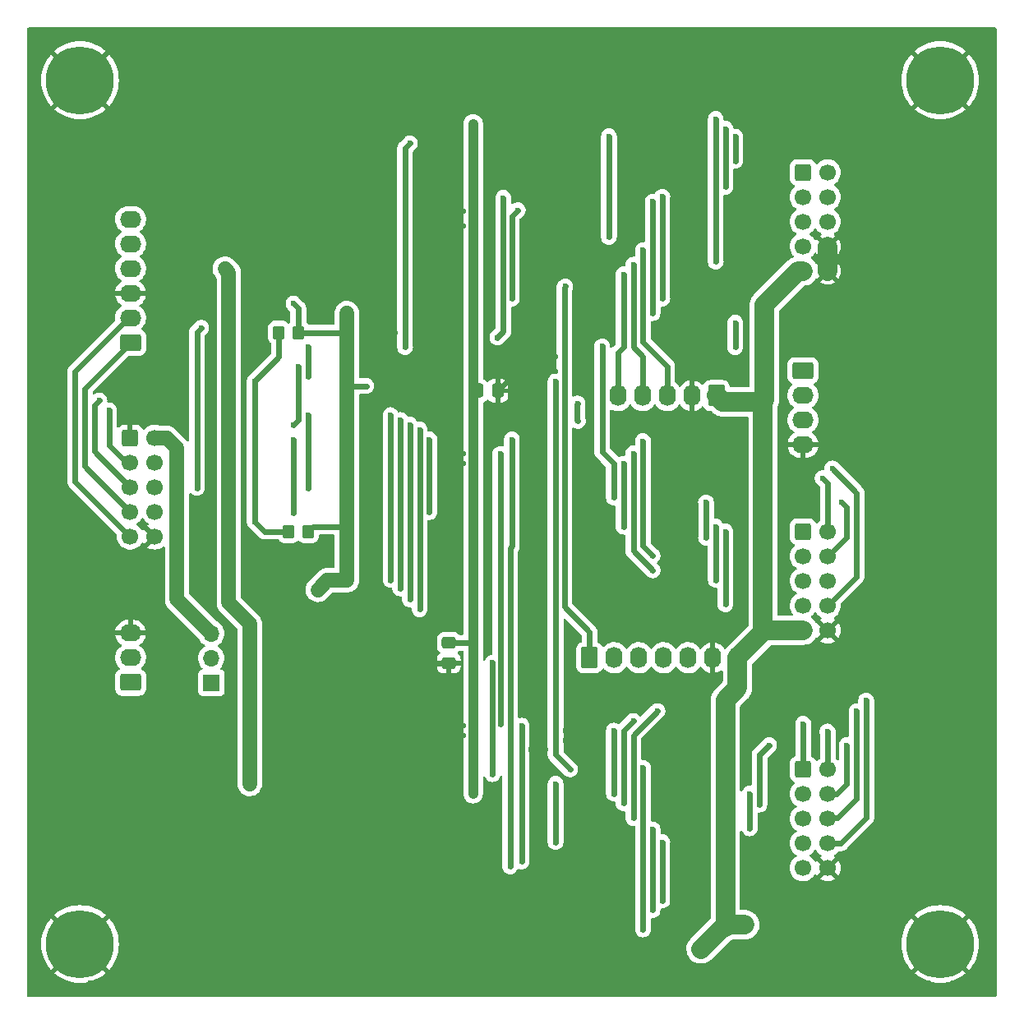
<source format=gbl>
G04 #@! TF.GenerationSoftware,KiCad,Pcbnew,7.0.1*
G04 #@! TF.CreationDate,2023-04-18T17:18:43+02:00*
G04 #@! TF.ProjectId,Alexandrie,416c6578-616e-4647-9269-652e6b696361,rev?*
G04 #@! TF.SameCoordinates,Original*
G04 #@! TF.FileFunction,Copper,L2,Bot*
G04 #@! TF.FilePolarity,Positive*
%FSLAX46Y46*%
G04 Gerber Fmt 4.6, Leading zero omitted, Abs format (unit mm)*
G04 Created by KiCad (PCBNEW 7.0.1) date 2023-04-18 17:18:43*
%MOMM*%
%LPD*%
G01*
G04 APERTURE LIST*
G04 Aperture macros list*
%AMRoundRect*
0 Rectangle with rounded corners*
0 $1 Rounding radius*
0 $2 $3 $4 $5 $6 $7 $8 $9 X,Y pos of 4 corners*
0 Add a 4 corners polygon primitive as box body*
4,1,4,$2,$3,$4,$5,$6,$7,$8,$9,$2,$3,0*
0 Add four circle primitives for the rounded corners*
1,1,$1+$1,$2,$3*
1,1,$1+$1,$4,$5*
1,1,$1+$1,$6,$7*
1,1,$1+$1,$8,$9*
0 Add four rect primitives between the rounded corners*
20,1,$1+$1,$2,$3,$4,$5,0*
20,1,$1+$1,$4,$5,$6,$7,0*
20,1,$1+$1,$6,$7,$8,$9,0*
20,1,$1+$1,$8,$9,$2,$3,0*%
G04 Aperture macros list end*
G04 #@! TA.AperFunction,ComponentPad*
%ADD10RoundRect,0.250000X0.845000X-0.620000X0.845000X0.620000X-0.845000X0.620000X-0.845000X-0.620000X0*%
G04 #@! TD*
G04 #@! TA.AperFunction,ComponentPad*
%ADD11O,2.190000X1.740000*%
G04 #@! TD*
G04 #@! TA.AperFunction,ComponentPad*
%ADD12C,0.800000*%
G04 #@! TD*
G04 #@! TA.AperFunction,ComponentPad*
%ADD13C,7.000000*%
G04 #@! TD*
G04 #@! TA.AperFunction,ComponentPad*
%ADD14RoundRect,0.250000X-0.600000X-0.600000X0.600000X-0.600000X0.600000X0.600000X-0.600000X0.600000X0*%
G04 #@! TD*
G04 #@! TA.AperFunction,ComponentPad*
%ADD15C,1.700000*%
G04 #@! TD*
G04 #@! TA.AperFunction,ComponentPad*
%ADD16RoundRect,0.250000X-0.620000X-0.845000X0.620000X-0.845000X0.620000X0.845000X-0.620000X0.845000X0*%
G04 #@! TD*
G04 #@! TA.AperFunction,ComponentPad*
%ADD17O,1.740000X2.190000*%
G04 #@! TD*
G04 #@! TA.AperFunction,ComponentPad*
%ADD18R,1.700000X1.700000*%
G04 #@! TD*
G04 #@! TA.AperFunction,ComponentPad*
%ADD19O,1.700000X1.700000*%
G04 #@! TD*
G04 #@! TA.AperFunction,ComponentPad*
%ADD20RoundRect,0.250000X0.620000X0.845000X-0.620000X0.845000X-0.620000X-0.845000X0.620000X-0.845000X0*%
G04 #@! TD*
G04 #@! TA.AperFunction,ComponentPad*
%ADD21RoundRect,0.250000X-0.845000X0.620000X-0.845000X-0.620000X0.845000X-0.620000X0.845000X0.620000X0*%
G04 #@! TD*
G04 #@! TA.AperFunction,SMDPad,CuDef*
%ADD22RoundRect,0.250000X-0.475000X0.337500X-0.475000X-0.337500X0.475000X-0.337500X0.475000X0.337500X0*%
G04 #@! TD*
G04 #@! TA.AperFunction,SMDPad,CuDef*
%ADD23RoundRect,0.250000X-0.337500X-0.475000X0.337500X-0.475000X0.337500X0.475000X-0.337500X0.475000X0*%
G04 #@! TD*
G04 #@! TA.AperFunction,SMDPad,CuDef*
%ADD24RoundRect,0.250000X0.350000X0.450000X-0.350000X0.450000X-0.350000X-0.450000X0.350000X-0.450000X0*%
G04 #@! TD*
G04 #@! TA.AperFunction,ViaPad*
%ADD25C,0.600000*%
G04 #@! TD*
G04 #@! TA.AperFunction,Conductor*
%ADD26C,0.600000*%
G04 #@! TD*
G04 #@! TA.AperFunction,Conductor*
%ADD27C,1.500000*%
G04 #@! TD*
G04 #@! TA.AperFunction,Conductor*
%ADD28C,1.000000*%
G04 #@! TD*
G04 #@! TA.AperFunction,Conductor*
%ADD29C,2.000000*%
G04 #@! TD*
G04 APERTURE END LIST*
D10*
X93212500Y-120040000D03*
D11*
X93212500Y-117500000D03*
X93212500Y-114960000D03*
D12*
X174000000Y-147000000D03*
X174768845Y-145143845D03*
X174768845Y-148856155D03*
X176625000Y-144375000D03*
D13*
X176625000Y-147000000D03*
D12*
X176625000Y-149625000D03*
X178481155Y-145143845D03*
X178481155Y-148856155D03*
X179250000Y-147000000D03*
X174000000Y-58000000D03*
X174768845Y-56143845D03*
X174768845Y-59856155D03*
X176625000Y-55375000D03*
D13*
X176625000Y-58000000D03*
D12*
X176625000Y-60625000D03*
X178481155Y-56143845D03*
X178481155Y-59856155D03*
X179250000Y-58000000D03*
X85375000Y-147000000D03*
X86143845Y-145143845D03*
X86143845Y-148856155D03*
X88000000Y-144375000D03*
D13*
X88000000Y-147000000D03*
D12*
X88000000Y-149625000D03*
X89856155Y-145143845D03*
X89856155Y-148856155D03*
X90625000Y-147000000D03*
D14*
X162500000Y-104500000D03*
D15*
X165040000Y-104500000D03*
X162500000Y-107040000D03*
X165040000Y-107040000D03*
X162500000Y-109580000D03*
X165040000Y-109580000D03*
X162500000Y-112120000D03*
X165040000Y-112120000D03*
X162500000Y-114660000D03*
X165040000Y-114660000D03*
D16*
X140500000Y-117500000D03*
D17*
X143040000Y-117500000D03*
X145580000Y-117500000D03*
X148120000Y-117500000D03*
X150660000Y-117500000D03*
X153200000Y-117500000D03*
X155740000Y-117500000D03*
D12*
X85375000Y-58000000D03*
X86143845Y-56143845D03*
X86143845Y-59856155D03*
X88000000Y-55375000D03*
D13*
X88000000Y-58000000D03*
D12*
X88000000Y-60625000D03*
X89856155Y-56143845D03*
X89856155Y-59856155D03*
X90625000Y-58000000D03*
D18*
X101537500Y-120080000D03*
D19*
X101537500Y-117540000D03*
X101537500Y-115000000D03*
D14*
X93172500Y-94840000D03*
D15*
X95712500Y-94840000D03*
X93172500Y-97380000D03*
X95712500Y-97380000D03*
X93172500Y-99920000D03*
X95712500Y-99920000D03*
X93172500Y-102460000D03*
X95712500Y-102460000D03*
X93172500Y-105000000D03*
X95712500Y-105000000D03*
D20*
X153580000Y-90500000D03*
D17*
X151040000Y-90500000D03*
X148500000Y-90500000D03*
X145960000Y-90500000D03*
X143420000Y-90500000D03*
D14*
X162500000Y-129000000D03*
D15*
X165040000Y-129000000D03*
X162500000Y-131540000D03*
X165040000Y-131540000D03*
X162500000Y-134080000D03*
X165040000Y-134080000D03*
X162500000Y-136620000D03*
X165040000Y-136620000D03*
X162500000Y-139160000D03*
X165040000Y-139160000D03*
D14*
X162500000Y-67500000D03*
D15*
X165040000Y-67500000D03*
X162500000Y-70040000D03*
X165040000Y-70040000D03*
X162500000Y-72580000D03*
X165040000Y-72580000D03*
X162500000Y-75120000D03*
X165040000Y-75120000D03*
X162500000Y-77660000D03*
X165040000Y-77660000D03*
D21*
X162500000Y-87920000D03*
D11*
X162500000Y-90460000D03*
X162500000Y-93000000D03*
X162500000Y-95540000D03*
D10*
X93212500Y-85040000D03*
D11*
X93212500Y-82500000D03*
X93212500Y-79960000D03*
X93212500Y-77420000D03*
X93212500Y-74880000D03*
X93212500Y-72340000D03*
D22*
X126000000Y-115962500D03*
X126000000Y-118037500D03*
D23*
X128962500Y-90000000D03*
X131037500Y-90000000D03*
D24*
X110500000Y-84000000D03*
X108500000Y-84000000D03*
X111500000Y-104500000D03*
X109500000Y-104500000D03*
D25*
X117500000Y-89500000D03*
X128500000Y-82000000D03*
X128500000Y-87500000D03*
X114000000Y-109500000D03*
X128500000Y-100000000D03*
X115500000Y-98500000D03*
X128500000Y-108500000D03*
X128500000Y-94500000D03*
X128500000Y-74500000D03*
X128500000Y-62500000D03*
X112500000Y-110500000D03*
X115500000Y-82000000D03*
X128500000Y-115500000D03*
X128500000Y-128000000D03*
X128500000Y-83500000D03*
X128500000Y-70000000D03*
X115500000Y-84000000D03*
X115500000Y-109500000D03*
X128500000Y-131500000D03*
X128500000Y-123000000D03*
X110000000Y-81000000D03*
X181000000Y-106840000D03*
X147000000Y-53500000D03*
X115000000Y-128500000D03*
X83500000Y-94140000D03*
X83500000Y-106840000D03*
X177480000Y-53500000D03*
X181000000Y-117000000D03*
X181000000Y-83980000D03*
X101780000Y-151000000D03*
X159700000Y-53500000D03*
X118500000Y-93000000D03*
X181000000Y-147480000D03*
X109000000Y-117500000D03*
X83500000Y-104300000D03*
X83500000Y-117000000D03*
X150000000Y-111500000D03*
X132260000Y-151000000D03*
X162240000Y-53500000D03*
X113000000Y-133500000D03*
X106860000Y-151000000D03*
X117000000Y-128500000D03*
X181000000Y-66200000D03*
X133500000Y-116000000D03*
X115500000Y-79000000D03*
X181000000Y-94140000D03*
X116520000Y-53500000D03*
X122000000Y-137500000D03*
X181000000Y-124620000D03*
X177980000Y-151000000D03*
X122000000Y-143500000D03*
X125000000Y-139500000D03*
X119560000Y-151000000D03*
X104320000Y-151000000D03*
X181000000Y-81440000D03*
X127500000Y-124500000D03*
X148500000Y-110000000D03*
X115000000Y-136000000D03*
X89080000Y-151000000D03*
X181000000Y-104300000D03*
X83500000Y-111920000D03*
X147500000Y-151000000D03*
X101280000Y-53500000D03*
X138000000Y-126000000D03*
X109500000Y-79000000D03*
X99240000Y-151000000D03*
X181000000Y-129700000D03*
X111000000Y-128500000D03*
X151750000Y-83000000D03*
X119060000Y-53500000D03*
X83500000Y-96680000D03*
X181000000Y-61120000D03*
X117000000Y-136000000D03*
X96700000Y-151000000D03*
X172900000Y-151000000D03*
X142420000Y-151000000D03*
X103820000Y-53500000D03*
X155120000Y-151000000D03*
X138000000Y-72500000D03*
X83500000Y-66200000D03*
X181000000Y-86520000D03*
X181000000Y-53500000D03*
X181000000Y-91600000D03*
X136840000Y-53500000D03*
X143000000Y-109000000D03*
X129220000Y-53500000D03*
X181000000Y-119540000D03*
X181000000Y-63660000D03*
X83500000Y-99220000D03*
X109000000Y-136000000D03*
X133500000Y-97500000D03*
X157660000Y-151000000D03*
X108900000Y-53500000D03*
X123500000Y-73000000D03*
X152000000Y-74000000D03*
X86040000Y-53500000D03*
X133500000Y-115000000D03*
X122000000Y-141500000D03*
X181000000Y-89060000D03*
X152000000Y-137000000D03*
X152000000Y-99000000D03*
X83500000Y-144940000D03*
X134500000Y-127000000D03*
X83500000Y-127160000D03*
X181000000Y-56040000D03*
X181000000Y-122080000D03*
X167820000Y-151000000D03*
X154620000Y-53500000D03*
X111000000Y-131000000D03*
X130000000Y-105000000D03*
X174940000Y-53500000D03*
X138500000Y-132000000D03*
X181000000Y-71280000D03*
X152000000Y-127500000D03*
X137340000Y-151000000D03*
X139000000Y-109000000D03*
X121600000Y-53500000D03*
X106360000Y-53500000D03*
X83500000Y-129700000D03*
X117000000Y-133500000D03*
X125500000Y-105000000D03*
X139380000Y-53500000D03*
X143000000Y-110500000D03*
X122100000Y-151000000D03*
X132500000Y-88000000D03*
X181000000Y-68740000D03*
X83500000Y-139860000D03*
X109000000Y-133500000D03*
X137500000Y-62500000D03*
X123500000Y-143500000D03*
X83500000Y-137320000D03*
X109000000Y-128500000D03*
X127500000Y-125500000D03*
X144960000Y-151000000D03*
X127500000Y-73000000D03*
X181000000Y-144940000D03*
X152080000Y-53500000D03*
X139880000Y-151000000D03*
X160200000Y-151000000D03*
X181000000Y-101760000D03*
X181000000Y-142400000D03*
X152000000Y-138500000D03*
X115000000Y-133500000D03*
X131760000Y-53500000D03*
X165280000Y-151000000D03*
X151000000Y-111500000D03*
X152000000Y-110500000D03*
X118500000Y-105000000D03*
X139000000Y-138000000D03*
X83500000Y-86520000D03*
X172400000Y-53500000D03*
X83500000Y-119540000D03*
X111000000Y-133500000D03*
X167320000Y-53500000D03*
X148500000Y-127500000D03*
X152000000Y-73000000D03*
X139500000Y-85500000D03*
X147500000Y-100000000D03*
X117000000Y-131000000D03*
X114480000Y-151000000D03*
X86540000Y-151000000D03*
X135500000Y-105000000D03*
X152580000Y-151000000D03*
X152000000Y-72000000D03*
X147500000Y-99000000D03*
X124140000Y-53500000D03*
X129720000Y-151000000D03*
X138500000Y-134000000D03*
X127500000Y-96500000D03*
X98740000Y-53500000D03*
X126680000Y-53500000D03*
X83500000Y-142400000D03*
X83500000Y-147480000D03*
X120500000Y-84000000D03*
X83500000Y-122080000D03*
X83500000Y-76360000D03*
X83500000Y-101760000D03*
X123500000Y-71500000D03*
X109000000Y-126000000D03*
X148000000Y-83000000D03*
X83500000Y-61120000D03*
X124640000Y-151000000D03*
X137000000Y-72500000D03*
X122000000Y-116500000D03*
X181000000Y-99220000D03*
X150040000Y-151000000D03*
X164780000Y-53500000D03*
X175440000Y-151000000D03*
X138500000Y-78000000D03*
X111940000Y-151000000D03*
X181000000Y-58580000D03*
X113000000Y-131000000D03*
X141920000Y-53500000D03*
X137500000Y-61500000D03*
X181000000Y-127160000D03*
X83500000Y-89060000D03*
X149540000Y-53500000D03*
X83500000Y-114460000D03*
X136037500Y-77037500D03*
X139000000Y-110000000D03*
X118500000Y-79000000D03*
X170360000Y-151000000D03*
X123500000Y-141500000D03*
X84000000Y-151000000D03*
X181000000Y-137320000D03*
X83500000Y-71280000D03*
X91120000Y-53500000D03*
X181000000Y-111920000D03*
X117020000Y-151000000D03*
X157160000Y-53500000D03*
X83500000Y-78900000D03*
X134300000Y-53500000D03*
X111440000Y-53500000D03*
X144460000Y-53500000D03*
X94160000Y-151000000D03*
X123500000Y-139500000D03*
X113980000Y-53500000D03*
X132500000Y-86500000D03*
X113000000Y-128500000D03*
X181000000Y-134780000D03*
X109000000Y-131000000D03*
X181000000Y-139860000D03*
X106500000Y-79000000D03*
X118500000Y-109500000D03*
X124000000Y-125500000D03*
X122000000Y-139500000D03*
X83500000Y-134780000D03*
X115000000Y-131000000D03*
X139000000Y-97500000D03*
X133500000Y-72500000D03*
X135000000Y-134000000D03*
X83500000Y-109380000D03*
X137500000Y-60500000D03*
X139000000Y-136500000D03*
X181000000Y-132240000D03*
X83500000Y-63660000D03*
X138000000Y-125000000D03*
X181000000Y-73820000D03*
X142500000Y-138000000D03*
X134000000Y-83500000D03*
X135000000Y-133000000D03*
X113000000Y-136000000D03*
X127500000Y-71500000D03*
X83500000Y-91600000D03*
X125000000Y-141500000D03*
X137000000Y-88000000D03*
X181000000Y-76360000D03*
X181000000Y-109380000D03*
X123000000Y-84000000D03*
X91620000Y-151000000D03*
X124000000Y-124500000D03*
X181000000Y-114460000D03*
X134800000Y-151000000D03*
X130000000Y-98500000D03*
X83500000Y-58580000D03*
X127500000Y-97500000D03*
X181000000Y-78900000D03*
X83500000Y-83980000D03*
X125000000Y-143500000D03*
X119000000Y-97000000D03*
X136000000Y-127000000D03*
X83500000Y-132240000D03*
X137000000Y-86500000D03*
X88580000Y-53500000D03*
X93660000Y-53500000D03*
X112500000Y-79000000D03*
X181000000Y-96680000D03*
X83500000Y-73820000D03*
X162740000Y-151000000D03*
X169860000Y-53500000D03*
X127180000Y-151000000D03*
X83500000Y-124620000D03*
X111000000Y-136000000D03*
X152000000Y-100000000D03*
X109400000Y-151000000D03*
X83500000Y-53500000D03*
X96200000Y-53500000D03*
X83500000Y-56040000D03*
X83500000Y-68740000D03*
X133000000Y-62500000D03*
X142500000Y-137000000D03*
X83500000Y-81440000D03*
X111500000Y-92500000D03*
X90000000Y-91000000D03*
X111500000Y-100000000D03*
X106000000Y-89000000D03*
X106000000Y-103500000D03*
X106000000Y-97500000D03*
X91000000Y-92000000D03*
X110000000Y-93500000D03*
X110500000Y-87500000D03*
X138000000Y-79245000D03*
X154495970Y-145204644D03*
X154500000Y-143000000D03*
X105500000Y-130500000D03*
X102920000Y-77420000D03*
X105500000Y-128500000D03*
X105500000Y-126500000D03*
X152000000Y-147500002D03*
X103337500Y-81337500D03*
X156500000Y-145000000D03*
X103337500Y-80000000D03*
X154500000Y-63000000D03*
X154500000Y-69000000D03*
X155500000Y-66310000D03*
X155500000Y-63799500D03*
X165499999Y-97999999D03*
X153500000Y-109500000D03*
X153500000Y-104000000D03*
X152500000Y-105135000D03*
X152500000Y-101500000D03*
X166500000Y-101500000D03*
X154500000Y-104500000D03*
X154500000Y-112000000D03*
X164500000Y-99000000D03*
X144000000Y-104000000D03*
X144000000Y-97500000D03*
X111500000Y-85500000D03*
X111500000Y-88500000D03*
X137000000Y-136500000D03*
X137000000Y-130500000D03*
X123000000Y-94000000D03*
X123000000Y-112500000D03*
X120000000Y-109500000D03*
X120000000Y-92500000D03*
X122000001Y-93500001D03*
X122000002Y-111499998D03*
X120999999Y-93000001D03*
X121000000Y-110365000D03*
X139260298Y-91303383D03*
X139299500Y-93105500D03*
X146000000Y-75500000D03*
X144000000Y-78000000D03*
X145000000Y-77000000D03*
X153500000Y-62000000D03*
X153500000Y-76705000D03*
X155500000Y-83000000D03*
X155500000Y-85500000D03*
X130500000Y-118000000D03*
X130500000Y-129500000D03*
X100500000Y-83500000D03*
X100049000Y-100000000D03*
X145000000Y-124000000D03*
X162500000Y-124299500D03*
X144000000Y-132500000D03*
X165000000Y-125099002D03*
X143000000Y-125000000D03*
X143000000Y-131500000D03*
X158000000Y-132635000D03*
X167000000Y-126500000D03*
X159000000Y-126500000D03*
X157000000Y-135080000D03*
X157000000Y-131500000D03*
X145000000Y-134000000D03*
X168000000Y-123000000D03*
X147500000Y-123000000D03*
X169000000Y-121905000D03*
X124000000Y-102500000D03*
X110000000Y-95000000D03*
X109960000Y-102540000D03*
X124000000Y-95000000D03*
X146000000Y-95175000D03*
X132500000Y-95000000D03*
X132325000Y-123645500D03*
X132325000Y-139000000D03*
X147000000Y-106999999D03*
X147000000Y-135175000D03*
X132500000Y-106000000D03*
X147000000Y-143500000D03*
X145000000Y-96445000D03*
X147000000Y-108500000D03*
X133499999Y-138499999D03*
X148000000Y-142500000D03*
X131310000Y-96500000D03*
X133500000Y-124500000D03*
X148000000Y-136500000D03*
X131310000Y-103810000D03*
X131310000Y-124310000D03*
X147000000Y-82000000D03*
X133110000Y-71390000D03*
X147000000Y-70500000D03*
X132500000Y-80500000D03*
X131620000Y-70120000D03*
X131000000Y-84499998D03*
X148000000Y-80500000D03*
X148000000Y-70000000D03*
X121500000Y-85500000D03*
X122000000Y-64500000D03*
X142500000Y-74165000D03*
X142500000Y-63770000D03*
X143000000Y-101000000D03*
X141799500Y-85408217D03*
X137000000Y-89000000D03*
X138500000Y-129000000D03*
X146000000Y-145500000D03*
X146000000Y-128825000D03*
D26*
X116000000Y-89500000D02*
X115500000Y-90000000D01*
D27*
X115500000Y-109500000D02*
X114000000Y-109500000D01*
X113500000Y-109500000D02*
X112500000Y-110500000D01*
D28*
X128500000Y-87500000D02*
X128500000Y-89537500D01*
D26*
X110500000Y-84000000D02*
X115000000Y-84000000D01*
D28*
X128500000Y-131500000D02*
X128500000Y-128000000D01*
D26*
X110000000Y-81000000D02*
X110500000Y-81500000D01*
D28*
X128500000Y-87500000D02*
X128500000Y-82000000D01*
X128500000Y-89537500D02*
X128962500Y-90000000D01*
X128500000Y-70000000D02*
X128500000Y-74500000D01*
D27*
X115500000Y-98500000D02*
X115500000Y-90000000D01*
X115500000Y-98500000D02*
X115500000Y-104000000D01*
D28*
X128500000Y-115500000D02*
X128500000Y-123000000D01*
D27*
X115500000Y-83500000D02*
X115500000Y-82000000D01*
D26*
X112000000Y-104000000D02*
X115500000Y-104000000D01*
X128037500Y-115962500D02*
X128500000Y-115500000D01*
D28*
X128500000Y-70000000D02*
X128500000Y-62500000D01*
D27*
X115500000Y-104000000D02*
X115500000Y-109500000D01*
D26*
X111500000Y-104500000D02*
X112000000Y-104000000D01*
X117500000Y-89500000D02*
X116000000Y-89500000D01*
D28*
X128500000Y-74500000D02*
X128500000Y-82000000D01*
X128500000Y-87500000D02*
X128500000Y-115500000D01*
D26*
X115000000Y-84000000D02*
X115500000Y-83500000D01*
D27*
X114000000Y-109500000D02*
X113500000Y-109500000D01*
D26*
X110500000Y-81500000D02*
X110500000Y-84000000D01*
D27*
X115500000Y-90000000D02*
X115500000Y-83500000D01*
D28*
X128500000Y-123000000D02*
X128500000Y-128000000D01*
D26*
X126000000Y-115962500D02*
X128037500Y-115962500D01*
X132500000Y-88000000D02*
X132500000Y-88537500D01*
X132500000Y-88537500D02*
X131037500Y-90000000D01*
X126000000Y-118037500D02*
X123537500Y-118037500D01*
D29*
X165040000Y-75120000D02*
X165040000Y-77660000D01*
D26*
X123537500Y-118037500D02*
X122000000Y-116500000D01*
X111500000Y-100000000D02*
X111500000Y-92500000D01*
X93172500Y-99920000D02*
X89500000Y-96247500D01*
X89500000Y-91500000D02*
X90000000Y-91000000D01*
X89500000Y-96247500D02*
X89500000Y-91500000D01*
X108500000Y-86500000D02*
X106000000Y-89000000D01*
X109500000Y-104500000D02*
X107000000Y-104500000D01*
X108500000Y-84000000D02*
X108500000Y-86500000D01*
X106000000Y-97500000D02*
X106000000Y-103500000D01*
X107000000Y-104500000D02*
X106000000Y-103500000D01*
X106000000Y-97500000D02*
X106000000Y-89000000D01*
X91000000Y-95603750D02*
X91000000Y-92000000D01*
X110500000Y-87500000D02*
X110500000Y-93000000D01*
X92776250Y-97380000D02*
X91000000Y-95603750D01*
X110500000Y-93000000D02*
X110000000Y-93500000D01*
X93172500Y-97380000D02*
X92776250Y-97380000D01*
X137896630Y-112264130D02*
X137896630Y-79348370D01*
X137896630Y-79348370D02*
X138000000Y-79245000D01*
X140500000Y-114867500D02*
X137896630Y-112264130D01*
X140500000Y-117500000D02*
X140500000Y-114867500D01*
D27*
X103337500Y-77837500D02*
X103337500Y-80000000D01*
D29*
X154295356Y-145204644D02*
X154495970Y-145204644D01*
D27*
X105500000Y-114000000D02*
X105500000Y-126500000D01*
D29*
X162000000Y-77660000D02*
X158500000Y-81160000D01*
X158500000Y-81160000D02*
X158500000Y-91000000D01*
X156500000Y-145000000D02*
X154700614Y-145000000D01*
X162500000Y-77660000D02*
X162000000Y-77660000D01*
X154207500Y-91127500D02*
X153580000Y-90500000D01*
X154495970Y-121839030D02*
X154495970Y-145204644D01*
X158580000Y-114660000D02*
X162500000Y-114660000D01*
X154700614Y-145000000D02*
X154495970Y-145204644D01*
D27*
X103337500Y-80000000D02*
X103337500Y-111837500D01*
D29*
X158372500Y-114867500D02*
X158580000Y-114660000D01*
X158372500Y-91127500D02*
X158372500Y-114867500D01*
X158500000Y-91000000D02*
X158372500Y-91127500D01*
X158372500Y-114867500D02*
X155740000Y-117500000D01*
D27*
X105500000Y-126500000D02*
X105500000Y-128500000D01*
X103337500Y-111837500D02*
X105500000Y-114000000D01*
D29*
X152000000Y-147500000D02*
X154295356Y-145204644D01*
D27*
X105500000Y-128500000D02*
X105500000Y-130500000D01*
D29*
X155740000Y-120595000D02*
X154495970Y-121839030D01*
X158372500Y-91127500D02*
X154207500Y-91127500D01*
D27*
X102920000Y-77420000D02*
X103337500Y-77837500D01*
D29*
X155740000Y-117500000D02*
X155740000Y-120595000D01*
D26*
X154500000Y-69000000D02*
X154500000Y-63000000D01*
X155500000Y-66310000D02*
X155500000Y-63799500D01*
X165040000Y-112120000D02*
X168000000Y-109160000D01*
X168000000Y-100500000D02*
X165499999Y-97999999D01*
X168000000Y-109160000D02*
X168000000Y-100500000D01*
X153500000Y-104000000D02*
X153500000Y-109500000D01*
X152500000Y-105135000D02*
X152500000Y-101500000D01*
X165040000Y-107040000D02*
X167000000Y-105080000D01*
X167000000Y-102000000D02*
X166500000Y-101500000D01*
X167000000Y-105080000D02*
X167000000Y-102000000D01*
X154500000Y-104500000D02*
X154500000Y-112000000D01*
X165040000Y-99540000D02*
X164500000Y-99000000D01*
X144000000Y-104000000D02*
X144000000Y-97500000D01*
X165040000Y-104500000D02*
X165040000Y-99540000D01*
X111500000Y-88500000D02*
X111500000Y-85500000D01*
X137000000Y-136500000D02*
X137000000Y-130500000D01*
X123000000Y-94000000D02*
X123000000Y-112500000D01*
X120000000Y-92500000D02*
X120000000Y-109500000D01*
X122000001Y-111499997D02*
X122000002Y-111499998D01*
X122000001Y-93500001D02*
X122000001Y-111499997D01*
X120999999Y-110364999D02*
X121000000Y-110365000D01*
X120999999Y-93000001D02*
X120999999Y-110364999D01*
X139200499Y-91363182D02*
X139260298Y-91303383D01*
X139200499Y-93006499D02*
X139200499Y-91363182D01*
X139299500Y-93105500D02*
X139200499Y-93006499D01*
X148500000Y-90500000D02*
X148500000Y-87500000D01*
X148500000Y-87500000D02*
X146000000Y-85000000D01*
X146000000Y-85000000D02*
X146000000Y-75500000D01*
X144000000Y-85500000D02*
X144000000Y-78000000D01*
X143420000Y-86080000D02*
X144000000Y-85500000D01*
X143420000Y-90500000D02*
X143420000Y-86080000D01*
X145960000Y-86460000D02*
X145000000Y-85500000D01*
X145960000Y-90500000D02*
X145960000Y-86460000D01*
X145000000Y-85500000D02*
X145000000Y-77000000D01*
X153500000Y-62000000D02*
X153500000Y-76705000D01*
X155500000Y-83000000D02*
X155500000Y-85500000D01*
X130500000Y-129500000D02*
X130500000Y-118000000D01*
D27*
X98000000Y-95925419D02*
X96914581Y-94840000D01*
X98000000Y-111462500D02*
X98000000Y-95925419D01*
X96914581Y-94840000D02*
X95712500Y-94840000D01*
X101537500Y-115000000D02*
X98000000Y-111462500D01*
D26*
X100500000Y-83500000D02*
X100049001Y-83950999D01*
X100049001Y-83950999D02*
X100049000Y-100000000D01*
X88500000Y-97787500D02*
X88500000Y-89752500D01*
X88500000Y-89752500D02*
X93212500Y-85040000D01*
X93172500Y-102460000D02*
X88500000Y-97787500D01*
X87500000Y-99327500D02*
X87500000Y-87987500D01*
X93172500Y-105000000D02*
X87500000Y-99327500D01*
X92987500Y-82500000D02*
X93212500Y-82500000D01*
X87500000Y-87987500D02*
X92987500Y-82500000D01*
X162500000Y-129000000D02*
X162500000Y-124299500D01*
X145000000Y-124000000D02*
X144000000Y-125000000D01*
X144000000Y-125000000D02*
X144000000Y-132500000D01*
X143000000Y-131500000D02*
X143000000Y-125000000D01*
X165040000Y-129000000D02*
X165040000Y-125139002D01*
X165040000Y-125139002D02*
X165000000Y-125099002D01*
X158000000Y-127500000D02*
X159000000Y-126500000D01*
X167000000Y-130500000D02*
X167000000Y-126500000D01*
X165960000Y-131540000D02*
X167000000Y-130500000D01*
X165040000Y-131540000D02*
X165960000Y-131540000D01*
X158000000Y-132635000D02*
X158000000Y-127500000D01*
X157000000Y-131500000D02*
X157000000Y-135080000D01*
X168000000Y-132000000D02*
X168000000Y-123000000D01*
X165040000Y-134080000D02*
X165120000Y-134000000D01*
X147500000Y-123000000D02*
X145000000Y-125500000D01*
X166000000Y-134000000D02*
X168000000Y-132000000D01*
X165120000Y-134000000D02*
X166000000Y-134000000D01*
X145000000Y-125500000D02*
X145000000Y-134000000D01*
X169000000Y-133999998D02*
X169000001Y-133999999D01*
X169000000Y-121905000D02*
X169000000Y-133999998D01*
X166380000Y-136620000D02*
X165040000Y-136620000D01*
X169000001Y-133999999D02*
X166380000Y-136620000D01*
X109960000Y-102540000D02*
X110000000Y-102500000D01*
X124000000Y-95000000D02*
X124000000Y-102500000D01*
X110000000Y-102500000D02*
X110000000Y-95000000D01*
X132325000Y-106175000D02*
X132325000Y-123645500D01*
X132500000Y-95000000D02*
X132500000Y-106000000D01*
X132325000Y-123645500D02*
X132325000Y-139000000D01*
X146000000Y-105999999D02*
X146000000Y-95175000D01*
X132500000Y-106000000D02*
X132325000Y-106175000D01*
X147000000Y-106999999D02*
X146000000Y-105999999D01*
X147000000Y-135175000D02*
X147000000Y-143500000D01*
X131310000Y-103810000D02*
X131310000Y-96500000D01*
X148000000Y-136500000D02*
X148000000Y-142500000D01*
X133500000Y-124500000D02*
X133500000Y-138499998D01*
X145000000Y-106500000D02*
X145000000Y-96445000D01*
X133500000Y-138499998D02*
X133499999Y-138499999D01*
X147000000Y-108500000D02*
X145000000Y-106500000D01*
X131310000Y-103810000D02*
X131310000Y-124310000D01*
X147000000Y-82000000D02*
X147000000Y-70500000D01*
X132500000Y-72000000D02*
X132500000Y-80500000D01*
X133110000Y-71390000D02*
X132500000Y-72000000D01*
X148000000Y-70000000D02*
X148000000Y-80500000D01*
X131620000Y-83880000D02*
X131000000Y-84499998D01*
X131620000Y-70120000D02*
X131620000Y-83880000D01*
X122000000Y-64500000D02*
X121500000Y-65000000D01*
X121500000Y-65000000D02*
X121500000Y-85500000D01*
X142500000Y-74165000D02*
X142500000Y-63770000D01*
X141799500Y-96299500D02*
X143000000Y-97500000D01*
X141799500Y-85408217D02*
X141799500Y-96299500D01*
X143000000Y-97500000D02*
X143000000Y-101000000D01*
X137000000Y-127500000D02*
X137000000Y-89000000D01*
X138500000Y-129000000D02*
X137000000Y-127500000D01*
X146000000Y-128825000D02*
X146000000Y-145500000D01*
G04 #@! TA.AperFunction,Conductor*
G36*
X182362500Y-52592113D02*
G01*
X182407887Y-52637500D01*
X182424500Y-52699500D01*
X182424500Y-152300500D01*
X182407887Y-152362500D01*
X182362500Y-152407887D01*
X182300500Y-152424500D01*
X82699500Y-152424500D01*
X82637500Y-152407887D01*
X82592113Y-152362500D01*
X82575500Y-152300500D01*
X82575500Y-149999930D01*
X85353622Y-149999930D01*
X85459363Y-150095767D01*
X85775043Y-150329892D01*
X86112133Y-150531936D01*
X86467425Y-150699977D01*
X86837458Y-150832377D01*
X87218696Y-150927871D01*
X87607457Y-150985539D01*
X88000000Y-151004824D01*
X88392542Y-150985539D01*
X88781303Y-150927871D01*
X89162541Y-150832377D01*
X89532574Y-150699977D01*
X89887866Y-150531936D01*
X90224956Y-150329892D01*
X90540631Y-150095771D01*
X90646375Y-149999930D01*
X173978622Y-149999930D01*
X174084363Y-150095767D01*
X174400043Y-150329892D01*
X174737133Y-150531936D01*
X175092425Y-150699977D01*
X175462458Y-150832377D01*
X175843696Y-150927871D01*
X176232457Y-150985539D01*
X176625000Y-151004824D01*
X177017542Y-150985539D01*
X177406303Y-150927871D01*
X177787541Y-150832377D01*
X178157574Y-150699977D01*
X178512866Y-150531936D01*
X178849956Y-150329892D01*
X179165631Y-150095771D01*
X179271376Y-149999929D01*
X176625000Y-147353553D01*
X173978622Y-149999929D01*
X173978622Y-149999930D01*
X90646375Y-149999930D01*
X90646376Y-149999929D01*
X88000000Y-147353553D01*
X85353622Y-149999929D01*
X85353622Y-149999930D01*
X82575500Y-149999930D01*
X82575500Y-147000000D01*
X83995175Y-147000000D01*
X84014460Y-147392542D01*
X84072128Y-147781303D01*
X84167622Y-148162541D01*
X84300022Y-148532574D01*
X84468063Y-148887866D01*
X84670107Y-149224956D01*
X84904232Y-149540636D01*
X85000068Y-149646376D01*
X85000069Y-149646376D01*
X87646447Y-147000001D01*
X88353553Y-147000001D01*
X90999929Y-149646376D01*
X91095771Y-149540631D01*
X91329892Y-149224956D01*
X91531936Y-148887866D01*
X91699977Y-148532574D01*
X91832377Y-148162541D01*
X91927871Y-147781303D01*
X91965078Y-147530477D01*
X150486898Y-147530477D01*
X150511381Y-147772798D01*
X150574420Y-148008063D01*
X150674376Y-148230155D01*
X150674378Y-148230158D01*
X150808670Y-148433348D01*
X150973817Y-148612364D01*
X151165541Y-148762570D01*
X151378878Y-148880077D01*
X151608301Y-148961840D01*
X151847870Y-149005742D01*
X152091377Y-149010647D01*
X152332518Y-148976426D01*
X152565048Y-148903967D01*
X152782943Y-148795146D01*
X152980560Y-148652781D01*
X154633340Y-146999999D01*
X172620175Y-146999999D01*
X172639460Y-147392542D01*
X172697128Y-147781303D01*
X172792622Y-148162541D01*
X172925022Y-148532574D01*
X173093063Y-148887866D01*
X173295107Y-149224956D01*
X173529232Y-149540636D01*
X173625068Y-149646376D01*
X173625069Y-149646376D01*
X176271447Y-147000001D01*
X176978553Y-147000001D01*
X179624929Y-149646376D01*
X179720771Y-149540631D01*
X179954892Y-149224956D01*
X180156936Y-148887866D01*
X180324977Y-148532574D01*
X180457377Y-148162541D01*
X180552871Y-147781303D01*
X180610539Y-147392542D01*
X180629824Y-146999999D01*
X180610539Y-146607457D01*
X180552871Y-146218696D01*
X180457377Y-145837458D01*
X180324977Y-145467425D01*
X180156936Y-145112133D01*
X179954892Y-144775043D01*
X179720767Y-144459363D01*
X179624930Y-144353622D01*
X179624929Y-144353622D01*
X176978553Y-146999999D01*
X176978553Y-147000001D01*
X176271447Y-147000001D01*
X176271447Y-147000000D01*
X173625069Y-144353622D01*
X173625068Y-144353622D01*
X173529232Y-144459363D01*
X173295107Y-144775043D01*
X173093063Y-145112133D01*
X172925022Y-145467425D01*
X172792622Y-145837458D01*
X172697128Y-146218696D01*
X172639460Y-146607457D01*
X172620175Y-146999999D01*
X154633340Y-146999999D01*
X154983339Y-146650000D01*
X155024405Y-146625739D01*
X155023580Y-146624001D01*
X155032630Y-146619705D01*
X155032632Y-146619705D01*
X155038520Y-146616910D01*
X155054794Y-146610549D01*
X155061018Y-146608611D01*
X155125849Y-146576232D01*
X155132592Y-146573114D01*
X155199286Y-146544700D01*
X155218756Y-146532387D01*
X155231861Y-146525169D01*
X155241775Y-146520465D01*
X155294919Y-146508500D01*
X156560796Y-146508500D01*
X156560797Y-146508500D01*
X156742768Y-146493810D01*
X156979248Y-146435523D01*
X157203316Y-146340056D01*
X157409168Y-146209883D01*
X157591474Y-146048375D01*
X157745510Y-145859714D01*
X157867289Y-145648787D01*
X157953656Y-145421057D01*
X158002374Y-145182421D01*
X158012181Y-144939061D01*
X157982823Y-144697280D01*
X157915061Y-144463338D01*
X157810650Y-144243296D01*
X157672293Y-144042852D01*
X157631199Y-144000069D01*
X173978622Y-144000069D01*
X176625000Y-146646447D01*
X176625001Y-146646447D01*
X179271376Y-144000069D01*
X179271376Y-144000068D01*
X179165636Y-143904232D01*
X178849956Y-143670107D01*
X178512866Y-143468063D01*
X178157574Y-143300022D01*
X177787541Y-143167622D01*
X177406303Y-143072128D01*
X177017542Y-143014460D01*
X176624999Y-142995175D01*
X176232457Y-143014460D01*
X175843696Y-143072128D01*
X175462458Y-143167622D01*
X175092425Y-143300022D01*
X174737133Y-143468063D01*
X174400043Y-143670107D01*
X174084363Y-143904232D01*
X173978622Y-144000068D01*
X173978622Y-144000069D01*
X157631199Y-144000069D01*
X157503575Y-143867198D01*
X157484701Y-143853015D01*
X157308867Y-143720884D01*
X157290218Y-143711096D01*
X157093205Y-143607696D01*
X156862182Y-143530569D01*
X156862178Y-143530568D01*
X156862177Y-143530568D01*
X156621780Y-143491500D01*
X156621779Y-143491500D01*
X156128470Y-143491500D01*
X156066470Y-143474887D01*
X156021083Y-143429500D01*
X156004470Y-143367500D01*
X156004470Y-139160000D01*
X161136843Y-139160000D01*
X161155435Y-139384363D01*
X161155435Y-139384366D01*
X161155436Y-139384368D01*
X161188150Y-139513553D01*
X161210705Y-139602618D01*
X161301138Y-139808788D01*
X161301140Y-139808791D01*
X161424278Y-139997268D01*
X161576760Y-140162906D01*
X161754424Y-140301189D01*
X161952426Y-140408342D01*
X162165365Y-140481444D01*
X162387431Y-140518500D01*
X162612569Y-140518500D01*
X162834635Y-140481444D01*
X163047574Y-140408342D01*
X163245576Y-140301189D01*
X163279320Y-140274925D01*
X164278625Y-140274925D01*
X164362420Y-140333599D01*
X164576507Y-140433430D01*
X164804681Y-140494569D01*
X165040000Y-140515157D01*
X165275318Y-140494569D01*
X165503492Y-140433430D01*
X165717576Y-140333600D01*
X165801373Y-140274925D01*
X165040000Y-139513553D01*
X164278625Y-140274925D01*
X163279320Y-140274925D01*
X163423240Y-140162906D01*
X163575722Y-139997268D01*
X163669748Y-139853349D01*
X163713664Y-139812595D01*
X163771563Y-139797188D01*
X163829927Y-139810726D01*
X163875131Y-139850049D01*
X163925072Y-139921373D01*
X163925073Y-139921373D01*
X164686447Y-139160001D01*
X165393553Y-139160001D01*
X166154925Y-139921373D01*
X166213600Y-139837576D01*
X166313430Y-139623492D01*
X166374569Y-139395318D01*
X166395157Y-139160000D01*
X166374569Y-138924681D01*
X166313430Y-138696507D01*
X166213599Y-138482421D01*
X166154926Y-138398626D01*
X166154925Y-138398625D01*
X165393553Y-139160000D01*
X165393553Y-139160001D01*
X164686447Y-139160001D01*
X164686447Y-139159999D01*
X163925073Y-138398625D01*
X163875133Y-138469950D01*
X163829929Y-138509273D01*
X163771565Y-138522812D01*
X163713665Y-138507405D01*
X163669748Y-138466649D01*
X163575723Y-138322732D01*
X163499481Y-138239913D01*
X163423240Y-138157094D01*
X163245576Y-138018811D01*
X163209067Y-137999053D01*
X163161563Y-137953474D01*
X163144086Y-137890000D01*
X163161563Y-137826526D01*
X163209067Y-137780946D01*
X163245576Y-137761189D01*
X163423240Y-137622906D01*
X163575722Y-137457268D01*
X163666190Y-137318795D01*
X163710982Y-137277561D01*
X163770000Y-137262616D01*
X163829018Y-137277561D01*
X163873809Y-137318795D01*
X163939852Y-137419882D01*
X163964278Y-137457268D01*
X164116760Y-137622906D01*
X164294424Y-137761189D01*
X164337697Y-137784607D01*
X164383336Y-137827156D01*
X164402475Y-137886546D01*
X164390266Y-137947738D01*
X164349801Y-137995237D01*
X164278625Y-138045072D01*
X165040000Y-138806447D01*
X165040001Y-138806447D01*
X165801373Y-138045073D01*
X165801373Y-138045072D01*
X165730198Y-137995235D01*
X165689733Y-137947736D01*
X165677525Y-137886544D01*
X165696665Y-137827154D01*
X165742299Y-137784608D01*
X165785576Y-137761189D01*
X165963240Y-137622906D01*
X166070941Y-137505911D01*
X166105368Y-137468516D01*
X166146787Y-137438944D01*
X166196597Y-137428500D01*
X166471097Y-137428500D01*
X166508859Y-137419880D01*
X166522548Y-137417553D01*
X166561047Y-137413217D01*
X166597624Y-137400417D01*
X166610942Y-137396581D01*
X166648720Y-137387959D01*
X166683615Y-137371153D01*
X166696449Y-137365836D01*
X166733015Y-137353043D01*
X166765817Y-137332430D01*
X166777961Y-137325719D01*
X166812870Y-137308909D01*
X166843153Y-137284757D01*
X166854478Y-137276721D01*
X166887281Y-137256111D01*
X167016111Y-137127281D01*
X169534679Y-134608711D01*
X169545019Y-134599470D01*
X169575314Y-134575312D01*
X169595932Y-134549456D01*
X169601722Y-134543540D01*
X169611481Y-134531907D01*
X169636111Y-134507279D01*
X169656707Y-134474499D01*
X169664755Y-134463158D01*
X169688910Y-134432869D01*
X169705717Y-134397966D01*
X169712443Y-134385795D01*
X169733043Y-134353013D01*
X169745830Y-134316468D01*
X169751153Y-134303618D01*
X169767960Y-134268719D01*
X169776579Y-134230952D01*
X169780431Y-134217583D01*
X169793217Y-134181044D01*
X169797552Y-134142570D01*
X169799878Y-134128870D01*
X169808501Y-134091096D01*
X169808501Y-133908902D01*
X169808501Y-133893641D01*
X169808500Y-133893633D01*
X169808500Y-121957368D01*
X169809280Y-121943483D01*
X169812483Y-121915053D01*
X169813616Y-121905000D01*
X169793217Y-121723953D01*
X169733043Y-121551985D01*
X169636111Y-121397719D01*
X169507281Y-121268889D01*
X169353015Y-121171957D01*
X169181047Y-121111783D01*
X169181046Y-121111782D01*
X169181044Y-121111782D01*
X169000000Y-121091383D01*
X168818955Y-121111782D01*
X168646984Y-121171957D01*
X168492717Y-121268890D01*
X168363890Y-121397717D01*
X168266957Y-121551984D01*
X168206782Y-121723955D01*
X168186383Y-121904998D01*
X168190720Y-121943483D01*
X168191500Y-121957368D01*
X168191500Y-122069204D01*
X168172494Y-122135176D01*
X168121302Y-122180924D01*
X168053617Y-122192424D01*
X168000000Y-122186383D01*
X167818955Y-122206782D01*
X167646984Y-122266957D01*
X167492717Y-122363890D01*
X167363890Y-122492717D01*
X167266957Y-122646984D01*
X167206782Y-122818955D01*
X167186383Y-122999998D01*
X167190720Y-123038483D01*
X167191500Y-123052368D01*
X167191500Y-125569204D01*
X167172494Y-125635176D01*
X167121302Y-125680924D01*
X167053617Y-125692424D01*
X167000000Y-125686383D01*
X166818955Y-125706782D01*
X166646984Y-125766957D01*
X166492717Y-125863890D01*
X166363890Y-125992717D01*
X166266957Y-126146984D01*
X166206782Y-126318955D01*
X166186383Y-126499998D01*
X166190720Y-126538483D01*
X166191500Y-126552368D01*
X166191500Y-127927266D01*
X166177516Y-127984472D01*
X166138717Y-128028776D01*
X166083854Y-128050183D01*
X166025303Y-128043865D01*
X165976271Y-128011250D01*
X165963240Y-127997094D01*
X165896336Y-127945019D01*
X165861099Y-127901628D01*
X165848500Y-127847168D01*
X165848500Y-125245368D01*
X165848501Y-125245360D01*
X165848501Y-125047905D01*
X165839881Y-125010142D01*
X165837554Y-124996454D01*
X165833217Y-124957955D01*
X165820421Y-124921389D01*
X165816579Y-124908053D01*
X165807959Y-124870282D01*
X165791156Y-124835390D01*
X165785834Y-124822543D01*
X165776329Y-124795380D01*
X165773043Y-124785987D01*
X165752428Y-124753180D01*
X165745714Y-124741031D01*
X165728909Y-124706133D01*
X165704748Y-124675836D01*
X165696723Y-124664526D01*
X165676111Y-124631721D01*
X165564719Y-124520329D01*
X165564712Y-124520318D01*
X165539591Y-124495200D01*
X165539589Y-124495199D01*
X165539587Y-124495197D01*
X165507282Y-124462891D01*
X165474490Y-124442287D01*
X165463149Y-124434240D01*
X165432869Y-124410092D01*
X165397975Y-124393288D01*
X165385806Y-124386562D01*
X165353016Y-124365959D01*
X165316457Y-124353166D01*
X165303612Y-124347845D01*
X165268719Y-124331041D01*
X165230957Y-124322422D01*
X165217603Y-124318576D01*
X165181047Y-124305785D01*
X165181045Y-124305784D01*
X165181043Y-124305784D01*
X165142561Y-124301448D01*
X165128855Y-124299119D01*
X165091099Y-124290502D01*
X165091097Y-124290502D01*
X165052368Y-124290502D01*
X165038483Y-124289722D01*
X165000000Y-124285385D01*
X164961517Y-124289722D01*
X164947632Y-124290502D01*
X164908903Y-124290502D01*
X164871148Y-124299119D01*
X164871144Y-124299120D01*
X164857438Y-124301448D01*
X164818954Y-124305784D01*
X164782401Y-124318574D01*
X164769047Y-124322421D01*
X164731281Y-124331042D01*
X164696378Y-124347850D01*
X164683546Y-124353165D01*
X164652901Y-124363889D01*
X164646979Y-124365961D01*
X164614190Y-124386563D01*
X164602027Y-124393285D01*
X164567130Y-124410091D01*
X164536846Y-124434242D01*
X164525509Y-124442286D01*
X164492721Y-124462888D01*
X164465324Y-124490284D01*
X164454962Y-124499544D01*
X164424687Y-124523689D01*
X164400542Y-124553964D01*
X164391282Y-124564326D01*
X164363886Y-124591723D01*
X164343284Y-124624511D01*
X164335240Y-124635848D01*
X164311089Y-124666132D01*
X164294283Y-124701029D01*
X164287561Y-124713192D01*
X164266959Y-124745981D01*
X164266956Y-124745987D01*
X164266957Y-124745987D01*
X164254163Y-124782548D01*
X164248848Y-124795380D01*
X164232040Y-124830283D01*
X164223419Y-124868049D01*
X164219572Y-124881403D01*
X164206782Y-124917956D01*
X164202446Y-124956440D01*
X164200118Y-124970145D01*
X164193305Y-125000000D01*
X164191500Y-125007907D01*
X164191500Y-125046634D01*
X164190720Y-125060519D01*
X164186383Y-125099001D01*
X164190720Y-125137485D01*
X164191500Y-125151370D01*
X164191500Y-125190101D01*
X164200117Y-125227857D01*
X164202446Y-125241563D01*
X164206782Y-125280045D01*
X164219573Y-125316602D01*
X164223420Y-125329957D01*
X164228390Y-125351728D01*
X164231500Y-125379325D01*
X164231500Y-127847168D01*
X164218901Y-127901628D01*
X164183663Y-127945019D01*
X164176684Y-127950453D01*
X164116760Y-127997094D01*
X164001182Y-128122643D01*
X163947465Y-128156849D01*
X163883854Y-128159881D01*
X163827127Y-128130940D01*
X163799964Y-128089449D01*
X163799723Y-128089598D01*
X163794199Y-128080643D01*
X163792247Y-128077660D01*
X163792115Y-128077262D01*
X163699030Y-127926348D01*
X163699029Y-127926347D01*
X163699028Y-127926345D01*
X163573654Y-127800971D01*
X163541130Y-127780910D01*
X163422738Y-127707885D01*
X163393495Y-127698195D01*
X163349171Y-127672318D01*
X163319123Y-127630706D01*
X163308500Y-127580490D01*
X163308500Y-124351868D01*
X163309280Y-124337983D01*
X163310062Y-124331041D01*
X163313616Y-124299500D01*
X163309949Y-124266958D01*
X163293217Y-124118455D01*
X163293217Y-124118453D01*
X163233043Y-123946485D01*
X163136111Y-123792219D01*
X163007281Y-123663389D01*
X162853015Y-123566457D01*
X162681047Y-123506283D01*
X162681046Y-123506282D01*
X162681044Y-123506282D01*
X162500000Y-123485883D01*
X162318955Y-123506282D01*
X162146984Y-123566457D01*
X161992717Y-123663390D01*
X161863890Y-123792217D01*
X161766957Y-123946484D01*
X161706782Y-124118455D01*
X161686383Y-124299498D01*
X161690720Y-124337983D01*
X161691500Y-124351868D01*
X161691500Y-127580490D01*
X161680877Y-127630706D01*
X161650829Y-127672318D01*
X161606504Y-127698195D01*
X161592212Y-127702930D01*
X161577264Y-127707884D01*
X161577262Y-127707884D01*
X161577262Y-127707885D01*
X161544740Y-127727944D01*
X161426345Y-127800971D01*
X161300971Y-127926345D01*
X161207884Y-128077263D01*
X161152112Y-128245573D01*
X161141500Y-128349455D01*
X161141500Y-129650544D01*
X161152112Y-129754425D01*
X161207884Y-129922736D01*
X161300971Y-130073654D01*
X161426345Y-130199028D01*
X161426347Y-130199029D01*
X161426348Y-130199030D01*
X161577262Y-130292115D01*
X161577357Y-130292146D01*
X161577857Y-130292481D01*
X161589598Y-130299723D01*
X161589327Y-130300161D01*
X161632327Y-130328951D01*
X161660551Y-130388784D01*
X161653993Y-130454614D01*
X161614519Y-130507704D01*
X161576759Y-130537095D01*
X161424279Y-130702730D01*
X161301138Y-130891211D01*
X161230000Y-131053393D01*
X161210704Y-131097384D01*
X161197863Y-131148093D01*
X161155435Y-131315636D01*
X161136843Y-131540000D01*
X161155435Y-131764363D01*
X161155435Y-131764366D01*
X161155436Y-131764368D01*
X161186694Y-131887804D01*
X161210705Y-131982618D01*
X161301138Y-132188788D01*
X161301140Y-132188791D01*
X161424278Y-132377268D01*
X161576760Y-132542906D01*
X161754424Y-132681189D01*
X161790930Y-132700945D01*
X161838435Y-132746524D01*
X161855913Y-132809997D01*
X161838437Y-132873471D01*
X161790933Y-132919052D01*
X161754427Y-132938809D01*
X161754425Y-132938810D01*
X161754424Y-132938811D01*
X161576759Y-133077094D01*
X161576760Y-133077094D01*
X161424279Y-133242730D01*
X161301138Y-133431211D01*
X161210705Y-133637381D01*
X161210704Y-133637384D01*
X161194486Y-133701427D01*
X161155435Y-133855636D01*
X161136843Y-134079999D01*
X161155435Y-134304363D01*
X161155435Y-134304366D01*
X161155436Y-134304368D01*
X161206820Y-134507279D01*
X161210705Y-134522618D01*
X161301138Y-134728788D01*
X161301140Y-134728791D01*
X161424278Y-134917268D01*
X161576760Y-135082906D01*
X161754424Y-135221189D01*
X161754426Y-135221190D01*
X161790931Y-135240946D01*
X161838436Y-135286527D01*
X161855913Y-135350000D01*
X161838436Y-135413473D01*
X161790931Y-135459054D01*
X161754426Y-135478809D01*
X161576760Y-135617094D01*
X161424279Y-135782730D01*
X161301138Y-135971211D01*
X161210705Y-136177381D01*
X161155435Y-136395636D01*
X161136843Y-136620000D01*
X161155435Y-136844363D01*
X161155435Y-136844366D01*
X161155436Y-136844368D01*
X161196691Y-137007281D01*
X161210705Y-137062618D01*
X161301138Y-137268788D01*
X161301140Y-137268791D01*
X161424278Y-137457268D01*
X161576760Y-137622906D01*
X161754424Y-137761189D01*
X161754426Y-137761190D01*
X161790931Y-137780946D01*
X161838436Y-137826527D01*
X161855913Y-137890000D01*
X161838436Y-137953473D01*
X161790931Y-137999054D01*
X161754426Y-138018809D01*
X161576760Y-138157094D01*
X161424279Y-138322730D01*
X161301138Y-138511211D01*
X161210705Y-138717381D01*
X161155435Y-138935636D01*
X161136843Y-139160000D01*
X156004470Y-139160000D01*
X156004470Y-135412682D01*
X156023476Y-135346710D01*
X156074668Y-135300962D01*
X156142354Y-135289462D01*
X156205783Y-135315735D01*
X156245511Y-135371727D01*
X156266955Y-135433012D01*
X156266957Y-135433015D01*
X156363889Y-135587281D01*
X156492719Y-135716111D01*
X156646985Y-135813043D01*
X156818953Y-135873217D01*
X157000000Y-135893616D01*
X157181047Y-135873217D01*
X157353015Y-135813043D01*
X157507281Y-135716111D01*
X157636111Y-135587281D01*
X157733043Y-135433015D01*
X157793217Y-135261047D01*
X157808500Y-135125406D01*
X157813616Y-135080000D01*
X157809279Y-135041516D01*
X157808500Y-135027632D01*
X157808500Y-133565796D01*
X157827506Y-133499824D01*
X157878698Y-133454076D01*
X157946383Y-133442576D01*
X157999999Y-133448616D01*
X157999999Y-133448615D01*
X158000000Y-133448616D01*
X158181047Y-133428217D01*
X158353015Y-133368043D01*
X158507281Y-133271111D01*
X158636111Y-133142281D01*
X158733043Y-132988015D01*
X158793217Y-132816047D01*
X158813616Y-132635000D01*
X158809279Y-132596516D01*
X158808500Y-132582632D01*
X158808500Y-127886254D01*
X158817939Y-127838801D01*
X158844819Y-127798573D01*
X159234489Y-127408903D01*
X159603803Y-127039589D01*
X159636111Y-127007281D01*
X159656725Y-126974471D01*
X159664757Y-126963152D01*
X159688909Y-126932869D01*
X159705721Y-126897956D01*
X159712426Y-126885825D01*
X159733043Y-126853015D01*
X159745831Y-126816465D01*
X159751154Y-126803616D01*
X159756377Y-126792767D01*
X159767959Y-126768720D01*
X159776577Y-126730960D01*
X159780424Y-126717603D01*
X159793217Y-126681047D01*
X159797554Y-126642549D01*
X159799881Y-126628860D01*
X159808501Y-126591097D01*
X159808501Y-126552359D01*
X159809281Y-126538474D01*
X159813616Y-126499999D01*
X159809281Y-126461526D01*
X159808501Y-126447641D01*
X159808501Y-126408903D01*
X159799881Y-126371137D01*
X159797552Y-126357427D01*
X159793217Y-126318956D01*
X159793217Y-126318955D01*
X159793217Y-126318953D01*
X159780421Y-126282387D01*
X159776577Y-126269039D01*
X159767959Y-126231279D01*
X159767360Y-126230035D01*
X159751151Y-126196374D01*
X159745835Y-126183543D01*
X159733043Y-126146985D01*
X159712438Y-126114193D01*
X159705713Y-126102024D01*
X159688909Y-126067131D01*
X159688909Y-126067130D01*
X159664753Y-126036839D01*
X159656717Y-126025513D01*
X159636111Y-125992719D01*
X159608731Y-125965339D01*
X159599466Y-125954972D01*
X159575313Y-125924685D01*
X159545026Y-125900532D01*
X159534658Y-125891266D01*
X159507280Y-125863888D01*
X159474492Y-125843285D01*
X159463155Y-125835242D01*
X159461762Y-125834131D01*
X159432870Y-125811091D01*
X159432864Y-125811088D01*
X159397966Y-125794281D01*
X159385797Y-125787555D01*
X159353016Y-125766957D01*
X159316458Y-125754164D01*
X159303617Y-125748845D01*
X159291840Y-125743173D01*
X159268721Y-125732041D01*
X159268719Y-125732040D01*
X159268718Y-125732040D01*
X159230956Y-125723420D01*
X159217599Y-125719572D01*
X159181047Y-125706782D01*
X159142564Y-125702446D01*
X159128859Y-125700117D01*
X159115671Y-125697107D01*
X159091098Y-125691499D01*
X159091097Y-125691499D01*
X159052359Y-125691499D01*
X159038474Y-125690719D01*
X159000000Y-125686383D01*
X158961526Y-125690719D01*
X158947641Y-125691499D01*
X158908902Y-125691499D01*
X158871142Y-125700117D01*
X158857436Y-125702446D01*
X158818950Y-125706782D01*
X158782396Y-125719573D01*
X158769040Y-125723421D01*
X158731282Y-125732040D01*
X158696388Y-125748843D01*
X158683548Y-125754161D01*
X158646986Y-125766955D01*
X158614194Y-125787560D01*
X158602029Y-125794283D01*
X158567134Y-125811088D01*
X158536851Y-125835238D01*
X158525515Y-125843281D01*
X158492720Y-125863888D01*
X158401825Y-125954780D01*
X158401823Y-125954784D01*
X157492719Y-126863889D01*
X157363889Y-126992718D01*
X157343285Y-127025508D01*
X157335243Y-127036842D01*
X157311089Y-127067131D01*
X157294284Y-127102026D01*
X157287562Y-127114190D01*
X157266958Y-127146982D01*
X157266956Y-127146985D01*
X157266957Y-127146985D01*
X157254163Y-127183546D01*
X157248848Y-127196378D01*
X157232040Y-127231281D01*
X157223419Y-127269047D01*
X157219572Y-127282401D01*
X157206782Y-127318954D01*
X157202446Y-127357438D01*
X157200118Y-127371144D01*
X157191500Y-127408905D01*
X157191500Y-130569204D01*
X157172494Y-130635176D01*
X157121302Y-130680924D01*
X157053617Y-130692424D01*
X157000000Y-130686383D01*
X156818955Y-130706782D01*
X156646984Y-130766957D01*
X156492717Y-130863890D01*
X156363890Y-130992717D01*
X156266955Y-131146987D01*
X156245511Y-131208273D01*
X156205783Y-131264265D01*
X156142354Y-131290538D01*
X156074668Y-131279038D01*
X156023476Y-131233290D01*
X156004470Y-131167318D01*
X156004470Y-122515233D01*
X156013909Y-122467780D01*
X156040789Y-122427552D01*
X156219499Y-122248842D01*
X156795067Y-121673272D01*
X156796750Y-121671622D01*
X156872802Y-121598575D01*
X156916339Y-121540635D01*
X156920980Y-121534833D01*
X156967946Y-121479620D01*
X156988403Y-121445776D01*
X156995370Y-121435464D01*
X157019117Y-121403865D01*
X157052799Y-121339686D01*
X157056449Y-121333215D01*
X157093947Y-121271189D01*
X157108704Y-121234522D01*
X157113943Y-121223188D01*
X157126368Y-121199514D01*
X157132304Y-121188205D01*
X157155244Y-121119487D01*
X157157829Y-121112459D01*
X157184881Y-121045245D01*
X157184882Y-121045243D01*
X157193567Y-121006677D01*
X157196916Y-120994666D01*
X157199064Y-120988235D01*
X157209431Y-120957182D01*
X157221052Y-120885665D01*
X157222477Y-120878312D01*
X157223906Y-120871966D01*
X157238395Y-120807638D01*
X157240781Y-120768176D01*
X157242158Y-120755797D01*
X157248500Y-120716779D01*
X157248500Y-120644349D01*
X157248726Y-120636862D01*
X157248934Y-120633421D01*
X157253102Y-120564524D01*
X157249127Y-120525191D01*
X157248500Y-120512728D01*
X157248500Y-118176203D01*
X157257939Y-118128750D01*
X157284819Y-118088522D01*
X159168522Y-116204819D01*
X159208750Y-116177939D01*
X159256203Y-116168500D01*
X162560796Y-116168500D01*
X162560797Y-116168500D01*
X162742768Y-116153810D01*
X162979248Y-116095523D01*
X163203316Y-116000056D01*
X163409168Y-115869883D01*
X163516354Y-115774925D01*
X164278625Y-115774925D01*
X164362420Y-115833599D01*
X164576507Y-115933430D01*
X164804681Y-115994569D01*
X165040000Y-116015157D01*
X165275318Y-115994569D01*
X165503492Y-115933430D01*
X165717576Y-115833600D01*
X165801373Y-115774925D01*
X165040000Y-115013553D01*
X164278625Y-115774925D01*
X163516354Y-115774925D01*
X163591474Y-115708375D01*
X163745510Y-115519714D01*
X163768692Y-115479560D01*
X163818822Y-115431571D01*
X163886887Y-115418032D01*
X163925073Y-115421373D01*
X164686447Y-114660001D01*
X165393553Y-114660001D01*
X166154925Y-115421373D01*
X166213600Y-115337576D01*
X166313430Y-115123492D01*
X166374569Y-114895318D01*
X166395157Y-114660000D01*
X166374569Y-114424681D01*
X166313430Y-114196507D01*
X166213599Y-113982421D01*
X166154926Y-113898626D01*
X166154925Y-113898625D01*
X165393553Y-114660000D01*
X165393553Y-114660001D01*
X164686447Y-114660001D01*
X164686447Y-114659999D01*
X163925072Y-113898625D01*
X163885998Y-113902044D01*
X163822410Y-113890722D01*
X163773142Y-113848957D01*
X163672293Y-113702852D01*
X163503575Y-113527198D01*
X163328036Y-113395289D01*
X163291830Y-113352032D01*
X163278533Y-113297211D01*
X163290899Y-113242172D01*
X163326364Y-113198308D01*
X163423240Y-113122906D01*
X163575722Y-112957268D01*
X163666190Y-112818795D01*
X163710982Y-112777561D01*
X163770000Y-112762616D01*
X163829018Y-112777561D01*
X163873809Y-112818795D01*
X163964278Y-112957268D01*
X164116760Y-113122906D01*
X164294424Y-113261189D01*
X164337697Y-113284607D01*
X164383336Y-113327156D01*
X164402475Y-113386546D01*
X164390266Y-113447738D01*
X164349801Y-113495237D01*
X164278625Y-113545072D01*
X165040000Y-114306447D01*
X165040001Y-114306447D01*
X165801373Y-113545073D01*
X165801373Y-113545072D01*
X165730198Y-113495235D01*
X165689733Y-113447736D01*
X165677525Y-113386544D01*
X165696665Y-113327154D01*
X165742299Y-113284608D01*
X165785576Y-113261189D01*
X165963240Y-113122906D01*
X166115722Y-112957268D01*
X166238860Y-112768791D01*
X166329296Y-112562616D01*
X166384564Y-112344368D01*
X166403156Y-112120000D01*
X166391085Y-111974330D01*
X166398237Y-111921413D01*
X166426978Y-111876412D01*
X168603803Y-109699589D01*
X168636110Y-109667282D01*
X168646926Y-109650068D01*
X168656715Y-109634486D01*
X168664757Y-109623153D01*
X168688909Y-109592870D01*
X168705719Y-109557961D01*
X168712430Y-109545817D01*
X168733043Y-109513015D01*
X168745836Y-109476449D01*
X168751154Y-109463614D01*
X168755498Y-109454594D01*
X168767959Y-109428720D01*
X168776581Y-109390942D01*
X168780417Y-109377624D01*
X168793217Y-109341047D01*
X168797553Y-109302548D01*
X168799880Y-109288859D01*
X168808500Y-109251097D01*
X168808500Y-109068904D01*
X168808500Y-100454594D01*
X168808500Y-100408903D01*
X168799881Y-100371142D01*
X168797553Y-100357437D01*
X168793217Y-100318952D01*
X168780428Y-100282404D01*
X168776578Y-100269042D01*
X168773660Y-100256261D01*
X168767959Y-100231279D01*
X168751153Y-100196381D01*
X168745832Y-100183535D01*
X168733042Y-100146983D01*
X168712435Y-100114188D01*
X168705708Y-100102016D01*
X168688908Y-100067131D01*
X168688908Y-100067130D01*
X168664761Y-100036851D01*
X168656722Y-100025521D01*
X168636111Y-99992719D01*
X168507281Y-99863889D01*
X168507278Y-99863887D01*
X168498599Y-99855208D01*
X168498599Y-99855207D01*
X168498596Y-99855205D01*
X167271733Y-98628342D01*
X166039588Y-97396196D01*
X166034673Y-97391281D01*
X166007281Y-97363888D01*
X165974489Y-97343284D01*
X165963148Y-97335237D01*
X165932868Y-97311089D01*
X165897974Y-97294285D01*
X165885805Y-97287559D01*
X165853015Y-97266956D01*
X165816456Y-97254163D01*
X165803611Y-97248842D01*
X165768718Y-97232038D01*
X165730956Y-97223419D01*
X165717602Y-97219573D01*
X165681046Y-97206782D01*
X165681044Y-97206781D01*
X165681042Y-97206781D01*
X165642560Y-97202445D01*
X165628854Y-97200116D01*
X165591098Y-97191499D01*
X165591096Y-97191499D01*
X165552367Y-97191499D01*
X165538482Y-97190719D01*
X165499999Y-97186382D01*
X165461516Y-97190719D01*
X165447631Y-97191499D01*
X165408902Y-97191499D01*
X165371147Y-97200116D01*
X165371143Y-97200117D01*
X165357437Y-97202445D01*
X165318953Y-97206781D01*
X165282400Y-97219571D01*
X165269046Y-97223418D01*
X165231280Y-97232039D01*
X165196377Y-97248847D01*
X165183545Y-97254162D01*
X165150706Y-97265653D01*
X165146978Y-97266958D01*
X165114189Y-97287560D01*
X165102026Y-97294282D01*
X165067129Y-97311088D01*
X165036845Y-97335239D01*
X165025508Y-97343283D01*
X164992720Y-97363885D01*
X164965323Y-97391281D01*
X164954961Y-97400541D01*
X164924686Y-97424686D01*
X164900541Y-97454961D01*
X164891281Y-97465323D01*
X164863885Y-97492720D01*
X164843283Y-97525508D01*
X164835239Y-97536845D01*
X164811088Y-97567129D01*
X164794282Y-97602026D01*
X164787560Y-97614189D01*
X164766958Y-97646978D01*
X164766955Y-97646984D01*
X164766956Y-97646984D01*
X164754162Y-97683545D01*
X164748847Y-97696377D01*
X164732039Y-97731280D01*
X164723418Y-97769046D01*
X164719571Y-97782400D01*
X164706781Y-97818953D01*
X164702445Y-97857437D01*
X164700117Y-97871142D01*
X164696669Y-97886253D01*
X164691499Y-97908904D01*
X164691499Y-97947631D01*
X164690719Y-97961516D01*
X164686382Y-97999998D01*
X164690719Y-98038482D01*
X164691499Y-98052367D01*
X164691499Y-98067500D01*
X164674886Y-98129500D01*
X164629499Y-98174887D01*
X164567499Y-98191500D01*
X164552368Y-98191500D01*
X164538483Y-98190720D01*
X164500000Y-98186383D01*
X164461517Y-98190720D01*
X164447632Y-98191500D01*
X164408903Y-98191500D01*
X164371144Y-98200118D01*
X164357438Y-98202446D01*
X164318954Y-98206782D01*
X164282401Y-98219572D01*
X164269047Y-98223419D01*
X164231281Y-98232040D01*
X164196378Y-98248848D01*
X164183546Y-98254163D01*
X164150707Y-98265654D01*
X164146979Y-98266959D01*
X164114190Y-98287561D01*
X164102027Y-98294283D01*
X164067130Y-98311089D01*
X164036846Y-98335240D01*
X164025509Y-98343284D01*
X163992721Y-98363886D01*
X163965324Y-98391282D01*
X163954962Y-98400542D01*
X163924687Y-98424687D01*
X163900542Y-98454962D01*
X163891282Y-98465324D01*
X163863886Y-98492721D01*
X163843284Y-98525509D01*
X163835240Y-98536846D01*
X163811089Y-98567130D01*
X163794283Y-98602027D01*
X163787561Y-98614190D01*
X163766959Y-98646979D01*
X163766956Y-98646985D01*
X163766957Y-98646985D01*
X163754163Y-98683546D01*
X163748848Y-98696378D01*
X163732040Y-98731281D01*
X163723419Y-98769047D01*
X163719572Y-98782401D01*
X163706782Y-98818954D01*
X163702446Y-98857438D01*
X163700118Y-98871144D01*
X163691500Y-98908905D01*
X163691500Y-98947632D01*
X163690720Y-98961517D01*
X163686383Y-99000000D01*
X163690720Y-99038483D01*
X163691500Y-99052368D01*
X163691500Y-99091099D01*
X163700117Y-99128855D01*
X163702446Y-99142561D01*
X163706782Y-99181043D01*
X163719573Y-99217600D01*
X163723420Y-99230957D01*
X163732039Y-99268719D01*
X163748843Y-99303612D01*
X163754164Y-99316457D01*
X163766957Y-99353016D01*
X163787560Y-99385806D01*
X163794286Y-99397975D01*
X163811090Y-99432869D01*
X163835238Y-99463149D01*
X163843285Y-99474490D01*
X163863889Y-99507282D01*
X163896195Y-99539587D01*
X163896197Y-99539589D01*
X164060181Y-99703573D01*
X164195181Y-99838572D01*
X164222061Y-99878800D01*
X164231500Y-99926253D01*
X164231500Y-103347168D01*
X164218901Y-103401628D01*
X164183663Y-103445019D01*
X164122381Y-103492719D01*
X164116760Y-103497094D01*
X164001182Y-103622643D01*
X163947465Y-103656849D01*
X163883854Y-103659881D01*
X163827127Y-103630940D01*
X163799964Y-103589449D01*
X163799723Y-103589598D01*
X163794199Y-103580643D01*
X163792247Y-103577660D01*
X163792115Y-103577262D01*
X163699030Y-103426348D01*
X163699029Y-103426347D01*
X163699028Y-103426345D01*
X163573654Y-103300971D01*
X163494041Y-103251865D01*
X163422738Y-103207885D01*
X163422737Y-103207884D01*
X163422736Y-103207884D01*
X163254426Y-103152112D01*
X163160173Y-103142483D01*
X163150544Y-103141500D01*
X161849455Y-103141500D01*
X161745574Y-103152112D01*
X161577263Y-103207884D01*
X161426345Y-103300971D01*
X161300971Y-103426345D01*
X161207884Y-103577263D01*
X161152112Y-103745573D01*
X161141500Y-103849455D01*
X161141500Y-105150544D01*
X161152112Y-105254425D01*
X161207884Y-105422736D01*
X161207885Y-105422738D01*
X161208450Y-105423654D01*
X161300971Y-105573654D01*
X161426345Y-105699028D01*
X161426347Y-105699029D01*
X161426348Y-105699030D01*
X161577262Y-105792115D01*
X161577357Y-105792146D01*
X161577857Y-105792481D01*
X161589598Y-105799723D01*
X161589327Y-105800161D01*
X161632327Y-105828951D01*
X161660551Y-105888784D01*
X161653993Y-105954614D01*
X161614519Y-106007704D01*
X161586258Y-106029701D01*
X161583444Y-106031892D01*
X161576759Y-106037095D01*
X161424279Y-106202730D01*
X161301138Y-106391211D01*
X161210705Y-106597381D01*
X161210704Y-106597384D01*
X161201016Y-106635642D01*
X161155435Y-106815636D01*
X161136843Y-107040000D01*
X161155435Y-107264363D01*
X161155435Y-107264366D01*
X161155436Y-107264368D01*
X161208647Y-107474494D01*
X161210705Y-107482618D01*
X161301138Y-107688788D01*
X161301140Y-107688791D01*
X161424278Y-107877268D01*
X161576760Y-108042906D01*
X161754424Y-108181189D01*
X161754426Y-108181190D01*
X161790931Y-108200946D01*
X161838436Y-108246527D01*
X161855913Y-108310000D01*
X161838436Y-108373473D01*
X161790931Y-108419054D01*
X161754426Y-108438809D01*
X161576760Y-108577094D01*
X161424279Y-108742730D01*
X161301138Y-108931211D01*
X161211263Y-109136110D01*
X161210704Y-109137384D01*
X161167174Y-109309280D01*
X161155435Y-109355636D01*
X161136843Y-109579999D01*
X161155435Y-109804363D01*
X161155435Y-109804366D01*
X161155436Y-109804368D01*
X161199262Y-109977433D01*
X161210705Y-110022618D01*
X161301138Y-110228788D01*
X161301140Y-110228791D01*
X161424278Y-110417268D01*
X161576760Y-110582906D01*
X161754424Y-110721189D01*
X161754426Y-110721190D01*
X161790931Y-110740946D01*
X161838436Y-110786527D01*
X161855913Y-110850000D01*
X161838436Y-110913473D01*
X161790931Y-110959054D01*
X161754426Y-110978809D01*
X161576760Y-111117094D01*
X161424279Y-111282730D01*
X161301138Y-111471211D01*
X161210705Y-111677381D01*
X161210704Y-111677384D01*
X161177337Y-111809147D01*
X161155435Y-111895636D01*
X161136843Y-112120000D01*
X161155435Y-112344363D01*
X161155435Y-112344366D01*
X161155436Y-112344368D01*
X161206346Y-112545407D01*
X161210705Y-112562618D01*
X161301138Y-112768788D01*
X161301140Y-112768791D01*
X161424277Y-112957267D01*
X161425853Y-112959678D01*
X161445938Y-113022376D01*
X161431099Y-113086517D01*
X161385518Y-113134023D01*
X161322044Y-113151500D01*
X160005000Y-113151500D01*
X159943000Y-113134887D01*
X159897613Y-113089500D01*
X159881000Y-113027500D01*
X159881000Y-95790000D01*
X160927425Y-95790000D01*
X160960317Y-95942621D01*
X161047267Y-96159005D01*
X161169543Y-96357594D01*
X161323618Y-96532657D01*
X161505057Y-96679160D01*
X161708655Y-96792896D01*
X161928544Y-96870588D01*
X162158394Y-96910000D01*
X162250000Y-96910000D01*
X162250000Y-95790000D01*
X162750000Y-95790000D01*
X162750000Y-96910000D01*
X162783198Y-96910000D01*
X162957364Y-96895176D01*
X163183054Y-96836410D01*
X163395557Y-96740353D01*
X163588772Y-96609763D01*
X163757139Y-96448396D01*
X163895812Y-96260898D01*
X164000803Y-96052660D01*
X164069092Y-95829673D01*
X164074173Y-95790000D01*
X162750000Y-95790000D01*
X162250000Y-95790000D01*
X160927425Y-95790000D01*
X159881000Y-95790000D01*
X159881000Y-92941286D01*
X160892763Y-92941286D01*
X160902721Y-93175724D01*
X160952159Y-93405118D01*
X161039651Y-93622851D01*
X161162680Y-93822662D01*
X161317715Y-93998817D01*
X161500280Y-94146228D01*
X161538167Y-94167393D01*
X161583283Y-94210633D01*
X161601581Y-94270384D01*
X161588416Y-94331472D01*
X161547130Y-94378382D01*
X161411227Y-94470236D01*
X161242860Y-94631603D01*
X161104187Y-94819101D01*
X160999196Y-95027339D01*
X160930907Y-95250326D01*
X160925827Y-95290000D01*
X164072575Y-95290000D01*
X164039682Y-95137378D01*
X163952732Y-94920994D01*
X163830456Y-94722405D01*
X163676381Y-94547342D01*
X163494940Y-94400837D01*
X163462254Y-94382578D01*
X163417139Y-94339338D01*
X163398841Y-94279587D01*
X163412007Y-94218499D01*
X163453289Y-94171592D01*
X163594132Y-94076400D01*
X163763543Y-93914033D01*
X163903077Y-93725371D01*
X164008720Y-93515841D01*
X164077432Y-93291471D01*
X164107237Y-93058717D01*
X164097278Y-92824273D01*
X164047841Y-92594884D01*
X164042839Y-92582437D01*
X163972190Y-92406617D01*
X163960349Y-92377150D01*
X163952185Y-92363891D01*
X163837319Y-92177337D01*
X163682284Y-92001182D01*
X163499719Y-91853771D01*
X163470142Y-91837249D01*
X163425027Y-91794009D01*
X163406728Y-91734258D01*
X163419893Y-91673170D01*
X163461177Y-91626261D01*
X163594132Y-91536400D01*
X163763543Y-91374033D01*
X163903077Y-91185371D01*
X164008720Y-90975841D01*
X164077432Y-90751471D01*
X164107237Y-90518717D01*
X164097278Y-90284273D01*
X164047841Y-90054884D01*
X164042338Y-90041190D01*
X163980273Y-89886733D01*
X163960349Y-89837150D01*
X163946160Y-89814106D01*
X163837319Y-89637337D01*
X163682287Y-89461186D01*
X163651445Y-89436283D01*
X163615826Y-89389702D01*
X163605592Y-89331963D01*
X163623033Y-89275978D01*
X163664248Y-89234267D01*
X163667735Y-89232115D01*
X163667738Y-89232115D01*
X163818652Y-89139030D01*
X163944030Y-89013652D01*
X164037115Y-88862738D01*
X164092887Y-88694426D01*
X164103500Y-88590545D01*
X164103499Y-87249456D01*
X164099596Y-87211254D01*
X164092887Y-87145574D01*
X164080534Y-87108295D01*
X164037115Y-86977262D01*
X163944030Y-86826348D01*
X163944029Y-86826347D01*
X163944028Y-86826345D01*
X163818654Y-86700971D01*
X163743194Y-86654427D01*
X163667738Y-86607885D01*
X163667737Y-86607884D01*
X163667736Y-86607884D01*
X163499426Y-86552112D01*
X163405173Y-86542483D01*
X163395544Y-86541500D01*
X161604455Y-86541500D01*
X161500574Y-86552112D01*
X161332263Y-86607884D01*
X161181345Y-86700971D01*
X161055971Y-86826345D01*
X160962884Y-86977263D01*
X160907112Y-87145573D01*
X160896500Y-87249455D01*
X160896500Y-88590544D01*
X160907112Y-88694425D01*
X160962884Y-88862736D01*
X161055971Y-89013654D01*
X161181346Y-89139029D01*
X161181348Y-89139030D01*
X161332262Y-89232115D01*
X161332264Y-89232115D01*
X161336785Y-89234904D01*
X161376621Y-89274373D01*
X161394996Y-89327355D01*
X161388153Y-89383013D01*
X161357490Y-89429965D01*
X161236457Y-89545966D01*
X161096923Y-89734628D01*
X160991280Y-89944158D01*
X160991280Y-89944159D01*
X160922568Y-90168529D01*
X160892860Y-90400532D01*
X160892763Y-90401286D01*
X160902721Y-90635724D01*
X160952159Y-90865118D01*
X161039651Y-91082851D01*
X161162680Y-91282662D01*
X161317715Y-91458817D01*
X161500278Y-91606226D01*
X161500281Y-91606227D01*
X161500284Y-91606230D01*
X161529858Y-91622751D01*
X161574972Y-91665989D01*
X161593271Y-91725740D01*
X161580106Y-91786828D01*
X161538820Y-91833739D01*
X161405868Y-91923599D01*
X161236456Y-92085967D01*
X161096923Y-92274628D01*
X160991280Y-92484158D01*
X160935865Y-92665108D01*
X160922568Y-92708529D01*
X160894919Y-92924451D01*
X160892763Y-92941286D01*
X159881000Y-92941286D01*
X159881000Y-91645306D01*
X159891321Y-91603431D01*
X159889134Y-91602701D01*
X159899348Y-91572105D01*
X159915247Y-91524477D01*
X159917829Y-91517459D01*
X159944881Y-91450245D01*
X159944882Y-91450243D01*
X159953567Y-91411677D01*
X159956916Y-91399666D01*
X159958293Y-91395544D01*
X159969431Y-91362182D01*
X159981052Y-91290665D01*
X159982477Y-91283312D01*
X159983906Y-91276966D01*
X159998395Y-91212638D01*
X160000781Y-91173176D01*
X160002158Y-91160797D01*
X160008500Y-91121779D01*
X160008500Y-91049350D01*
X160008726Y-91041863D01*
X160011273Y-90999757D01*
X160013102Y-90969525D01*
X160009127Y-90930192D01*
X160008500Y-90917729D01*
X160008500Y-81836203D01*
X160017939Y-81788750D01*
X160044819Y-81748522D01*
X160682690Y-81110651D01*
X162598220Y-79195119D01*
X162633872Y-79170245D01*
X162675919Y-79159205D01*
X162742768Y-79153810D01*
X162979248Y-79095523D01*
X163203316Y-79000056D01*
X163409168Y-78869883D01*
X163516354Y-78774925D01*
X164278625Y-78774925D01*
X164362420Y-78833599D01*
X164576507Y-78933430D01*
X164804681Y-78994569D01*
X165040000Y-79015157D01*
X165275318Y-78994569D01*
X165503492Y-78933430D01*
X165717576Y-78833600D01*
X165801373Y-78774925D01*
X165040000Y-78013553D01*
X164278625Y-78774925D01*
X163516354Y-78774925D01*
X163591474Y-78708375D01*
X163745510Y-78519714D01*
X163768692Y-78479560D01*
X163818822Y-78431571D01*
X163886887Y-78418032D01*
X163925073Y-78421373D01*
X164686447Y-77660001D01*
X165393553Y-77660001D01*
X166154925Y-78421373D01*
X166213600Y-78337576D01*
X166313430Y-78123492D01*
X166374569Y-77895318D01*
X166395157Y-77659999D01*
X166374569Y-77424681D01*
X166313430Y-77196507D01*
X166213599Y-76982421D01*
X166154926Y-76898626D01*
X166154925Y-76898625D01*
X165393553Y-77660000D01*
X165393553Y-77660001D01*
X164686447Y-77660001D01*
X164686447Y-77659999D01*
X163925072Y-76898625D01*
X163885998Y-76902044D01*
X163822410Y-76890722D01*
X163773142Y-76848957D01*
X163672293Y-76702852D01*
X163520743Y-76545072D01*
X164278625Y-76545072D01*
X165040000Y-77306447D01*
X165040001Y-77306447D01*
X165801373Y-76545073D01*
X165801373Y-76545072D01*
X165724969Y-76491574D01*
X165686103Y-76447256D01*
X165672092Y-76389999D01*
X165686103Y-76332742D01*
X165724969Y-76288424D01*
X165801373Y-76234925D01*
X165040000Y-75473553D01*
X164278625Y-76234925D01*
X164355031Y-76288425D01*
X164393897Y-76332744D01*
X164407907Y-76390001D01*
X164393896Y-76447258D01*
X164355029Y-76491576D01*
X164278625Y-76545072D01*
X163520743Y-76545072D01*
X163503575Y-76527198D01*
X163328036Y-76395289D01*
X163291830Y-76352032D01*
X163278533Y-76297211D01*
X163290899Y-76242172D01*
X163326364Y-76198308D01*
X163423240Y-76122906D01*
X163575722Y-75957268D01*
X163669748Y-75813349D01*
X163713664Y-75772595D01*
X163771563Y-75757188D01*
X163829927Y-75770726D01*
X163875131Y-75810049D01*
X163925072Y-75881373D01*
X163925073Y-75881373D01*
X164686447Y-75120001D01*
X165393553Y-75120001D01*
X166154925Y-75881373D01*
X166213600Y-75797576D01*
X166313430Y-75583492D01*
X166374569Y-75355318D01*
X166395157Y-75119999D01*
X166374569Y-74884681D01*
X166313430Y-74656507D01*
X166213599Y-74442421D01*
X166154926Y-74358626D01*
X166154925Y-74358625D01*
X165393553Y-75120000D01*
X165393553Y-75120001D01*
X164686447Y-75120001D01*
X164686447Y-75119999D01*
X163925073Y-74358625D01*
X163875133Y-74429950D01*
X163829929Y-74469273D01*
X163771565Y-74482812D01*
X163713665Y-74467405D01*
X163669748Y-74426649D01*
X163575723Y-74282732D01*
X163467341Y-74165000D01*
X163423240Y-74117094D01*
X163245576Y-73978811D01*
X163209067Y-73959053D01*
X163161563Y-73913474D01*
X163144086Y-73850000D01*
X163161563Y-73786526D01*
X163209067Y-73740946D01*
X163245576Y-73721189D01*
X163423240Y-73582906D01*
X163575722Y-73417268D01*
X163666190Y-73278795D01*
X163710982Y-73237561D01*
X163770000Y-73222616D01*
X163829018Y-73237561D01*
X163873809Y-73278795D01*
X163964278Y-73417268D01*
X164116760Y-73582906D01*
X164294424Y-73721189D01*
X164337697Y-73744607D01*
X164383336Y-73787156D01*
X164402475Y-73846546D01*
X164390266Y-73907738D01*
X164349801Y-73955237D01*
X164278625Y-74005072D01*
X165040000Y-74766447D01*
X165040001Y-74766447D01*
X165801373Y-74005073D01*
X165801373Y-74005072D01*
X165730198Y-73955235D01*
X165689733Y-73907736D01*
X165677525Y-73846544D01*
X165696665Y-73787154D01*
X165742299Y-73744608D01*
X165785576Y-73721189D01*
X165963240Y-73582906D01*
X166115722Y-73417268D01*
X166238860Y-73228791D01*
X166329296Y-73022616D01*
X166384564Y-72804368D01*
X166403156Y-72580000D01*
X166384564Y-72355632D01*
X166329296Y-72137384D01*
X166238860Y-71931209D01*
X166115722Y-71742732D01*
X165963240Y-71577094D01*
X165785576Y-71438811D01*
X165785575Y-71438810D01*
X165749067Y-71419053D01*
X165701562Y-71373471D01*
X165684086Y-71309997D01*
X165701564Y-71246523D01*
X165749067Y-71200946D01*
X165785576Y-71181189D01*
X165963240Y-71042906D01*
X166115722Y-70877268D01*
X166238860Y-70688791D01*
X166329296Y-70482616D01*
X166384564Y-70264368D01*
X166403156Y-70040000D01*
X166384564Y-69815632D01*
X166329296Y-69597384D01*
X166238860Y-69391209D01*
X166115722Y-69202732D01*
X165963240Y-69037094D01*
X165785576Y-68898811D01*
X165749067Y-68879053D01*
X165701563Y-68833474D01*
X165684086Y-68770000D01*
X165701563Y-68706526D01*
X165749067Y-68660946D01*
X165785576Y-68641189D01*
X165963240Y-68502906D01*
X166115722Y-68337268D01*
X166238860Y-68148791D01*
X166329296Y-67942616D01*
X166384564Y-67724368D01*
X166403156Y-67500000D01*
X166384564Y-67275632D01*
X166329296Y-67057384D01*
X166238860Y-66851209D01*
X166115722Y-66662732D01*
X165963240Y-66497094D01*
X165785576Y-66358811D01*
X165587574Y-66251658D01*
X165587573Y-66251657D01*
X165587572Y-66251657D01*
X165374636Y-66178556D01*
X165152569Y-66141500D01*
X164927431Y-66141500D01*
X164705363Y-66178556D01*
X164492427Y-66251657D01*
X164294424Y-66358811D01*
X164116760Y-66497094D01*
X164001182Y-66622643D01*
X163947465Y-66656849D01*
X163883854Y-66659881D01*
X163827127Y-66630940D01*
X163799964Y-66589449D01*
X163799723Y-66589598D01*
X163794199Y-66580643D01*
X163792247Y-66577660D01*
X163792115Y-66577262D01*
X163699030Y-66426348D01*
X163699029Y-66426347D01*
X163699028Y-66426345D01*
X163573654Y-66300971D01*
X163422736Y-66207884D01*
X163254426Y-66152112D01*
X163160173Y-66142483D01*
X163150544Y-66141500D01*
X161849455Y-66141500D01*
X161745574Y-66152112D01*
X161577263Y-66207884D01*
X161426345Y-66300971D01*
X161300971Y-66426345D01*
X161207884Y-66577263D01*
X161152112Y-66745573D01*
X161141500Y-66849455D01*
X161141500Y-68150544D01*
X161152112Y-68254425D01*
X161207884Y-68422736D01*
X161300971Y-68573654D01*
X161426345Y-68699028D01*
X161426347Y-68699029D01*
X161426348Y-68699030D01*
X161577262Y-68792115D01*
X161577357Y-68792146D01*
X161577857Y-68792481D01*
X161589598Y-68799723D01*
X161589327Y-68800161D01*
X161632327Y-68828951D01*
X161660551Y-68888784D01*
X161653993Y-68954614D01*
X161614519Y-69007704D01*
X161576759Y-69037095D01*
X161424279Y-69202730D01*
X161301138Y-69391211D01*
X161230000Y-69553393D01*
X161210704Y-69597384D01*
X161167762Y-69766957D01*
X161155435Y-69815636D01*
X161136843Y-70040000D01*
X161155435Y-70264363D01*
X161155435Y-70264366D01*
X161155436Y-70264368D01*
X161169259Y-70318955D01*
X161210705Y-70482618D01*
X161301138Y-70688788D01*
X161301140Y-70688791D01*
X161424278Y-70877268D01*
X161576760Y-71042906D01*
X161754424Y-71181189D01*
X161754426Y-71181190D01*
X161790931Y-71200946D01*
X161838436Y-71246527D01*
X161855913Y-71310000D01*
X161838436Y-71373473D01*
X161790931Y-71419054D01*
X161754426Y-71438809D01*
X161576760Y-71577094D01*
X161424279Y-71742730D01*
X161301138Y-71931211D01*
X161210705Y-72137381D01*
X161155435Y-72355636D01*
X161136843Y-72579999D01*
X161155435Y-72804363D01*
X161155435Y-72804366D01*
X161155436Y-72804368D01*
X161195569Y-72962851D01*
X161210705Y-73022618D01*
X161301138Y-73228788D01*
X161301140Y-73228791D01*
X161424278Y-73417268D01*
X161576760Y-73582906D01*
X161754424Y-73721189D01*
X161754426Y-73721190D01*
X161790931Y-73740946D01*
X161838436Y-73786527D01*
X161855913Y-73850000D01*
X161838436Y-73913473D01*
X161790931Y-73959054D01*
X161754426Y-73978809D01*
X161576760Y-74117094D01*
X161424279Y-74282730D01*
X161301138Y-74471211D01*
X161229218Y-74635176D01*
X161210704Y-74677384D01*
X161203259Y-74706783D01*
X161155435Y-74895636D01*
X161136843Y-75120000D01*
X161155435Y-75344363D01*
X161155435Y-75344366D01*
X161155436Y-75344368D01*
X161195569Y-75502851D01*
X161210705Y-75562618D01*
X161301138Y-75768788D01*
X161301140Y-75768791D01*
X161424277Y-75957267D01*
X161424279Y-75957269D01*
X161507728Y-76047918D01*
X161536919Y-76102322D01*
X161536257Y-76164058D01*
X161505906Y-76217822D01*
X161453391Y-76250286D01*
X161434951Y-76256033D01*
X161434948Y-76256034D01*
X161434949Y-76256034D01*
X161370134Y-76288402D01*
X161363341Y-76291542D01*
X161296685Y-76319943D01*
X161263280Y-76341066D01*
X161252417Y-76347192D01*
X161217056Y-76364853D01*
X161158261Y-76407207D01*
X161152061Y-76411395D01*
X161090833Y-76450115D01*
X161061248Y-76476325D01*
X161051507Y-76484117D01*
X161019440Y-76507219D01*
X160968227Y-76558431D01*
X160962776Y-76563562D01*
X160908523Y-76611627D01*
X160883523Y-76642246D01*
X160875155Y-76651502D01*
X157444955Y-80081701D01*
X157443173Y-80083448D01*
X157367197Y-80156425D01*
X157323681Y-80214334D01*
X157319005Y-80220181D01*
X157272050Y-80275383D01*
X157251604Y-80309205D01*
X157244621Y-80319543D01*
X157220884Y-80351132D01*
X157187217Y-80415278D01*
X157183538Y-80421801D01*
X157146052Y-80483810D01*
X157131292Y-80520484D01*
X157126057Y-80531808D01*
X157107695Y-80566794D01*
X157084754Y-80635508D01*
X157082172Y-80642531D01*
X157055117Y-80709759D01*
X157046433Y-80748315D01*
X157043083Y-80760332D01*
X157030568Y-80797820D01*
X157018947Y-80869329D01*
X157017523Y-80876682D01*
X157001604Y-80947365D01*
X156999216Y-80986821D01*
X156997838Y-80999217D01*
X156991500Y-81038222D01*
X156991500Y-81110651D01*
X156991274Y-81118138D01*
X156986898Y-81190476D01*
X156990872Y-81229807D01*
X156991500Y-81242272D01*
X156991500Y-89495000D01*
X156974887Y-89557000D01*
X156929500Y-89602387D01*
X156867500Y-89619000D01*
X155071963Y-89619000D01*
X155013642Y-89604429D01*
X154969028Y-89564140D01*
X154948605Y-89507601D01*
X154947887Y-89500574D01*
X154939420Y-89475021D01*
X154892115Y-89332262D01*
X154799030Y-89181348D01*
X154799029Y-89181347D01*
X154799028Y-89181345D01*
X154673654Y-89055971D01*
X154522736Y-88962884D01*
X154354426Y-88907112D01*
X154260173Y-88897483D01*
X154250544Y-88896500D01*
X152909455Y-88896500D01*
X152805574Y-88907112D01*
X152637263Y-88962884D01*
X152486345Y-89055971D01*
X152360971Y-89181345D01*
X152326978Y-89236457D01*
X152268070Y-89331963D01*
X152260485Y-89344260D01*
X152221015Y-89384095D01*
X152168034Y-89402470D01*
X152112375Y-89395627D01*
X152065424Y-89364964D01*
X151948397Y-89242860D01*
X151760898Y-89104187D01*
X151552660Y-88999196D01*
X151329673Y-88930907D01*
X151290000Y-88925827D01*
X151290000Y-92072575D01*
X151442621Y-92039682D01*
X151659005Y-91952732D01*
X151857594Y-91830456D01*
X152032656Y-91676382D01*
X152058985Y-91643775D01*
X152105565Y-91608155D01*
X152163304Y-91597921D01*
X152219289Y-91615362D01*
X152261001Y-91656576D01*
X152267884Y-91667735D01*
X152267885Y-91667738D01*
X152308915Y-91734258D01*
X152360971Y-91818654D01*
X152486345Y-91944028D01*
X152486347Y-91944029D01*
X152486348Y-91944030D01*
X152637262Y-92037115D01*
X152708704Y-92060788D01*
X152805573Y-92092887D01*
X152815202Y-92093870D01*
X152909455Y-92103500D01*
X152998794Y-92103499D01*
X153046246Y-92112938D01*
X153086475Y-92139818D01*
X153129223Y-92182566D01*
X153130971Y-92184349D01*
X153203925Y-92260302D01*
X153261837Y-92303820D01*
X153267686Y-92308498D01*
X153322880Y-92355446D01*
X153352221Y-92373183D01*
X153356705Y-92375894D01*
X153367043Y-92382878D01*
X153385003Y-92396373D01*
X153398635Y-92406617D01*
X153452609Y-92434944D01*
X153462776Y-92440281D01*
X153469295Y-92443958D01*
X153531311Y-92481448D01*
X153567983Y-92496206D01*
X153579304Y-92501438D01*
X153614295Y-92519804D01*
X153683032Y-92542751D01*
X153690033Y-92545327D01*
X153757257Y-92572382D01*
X153782997Y-92578179D01*
X153795807Y-92581064D01*
X153807825Y-92584413D01*
X153845318Y-92596931D01*
X153916855Y-92608556D01*
X153924155Y-92609969D01*
X153994862Y-92625895D01*
X154034322Y-92628281D01*
X154046702Y-92629658D01*
X154085721Y-92636000D01*
X154158151Y-92636000D01*
X154165638Y-92636226D01*
X154169275Y-92636446D01*
X154237976Y-92640602D01*
X154277308Y-92636627D01*
X154289772Y-92636000D01*
X156740000Y-92636000D01*
X156802000Y-92652613D01*
X156847387Y-92698000D01*
X156864000Y-92760000D01*
X156864000Y-114191297D01*
X156854561Y-114238750D01*
X156827681Y-114278978D01*
X154996946Y-116109710D01*
X154974281Y-116127617D01*
X154917336Y-116162680D01*
X154741183Y-116317715D01*
X154593770Y-116500282D01*
X154572604Y-116538170D01*
X154529364Y-116583284D01*
X154469613Y-116601581D01*
X154408526Y-116588415D01*
X154361617Y-116547130D01*
X154269763Y-116411227D01*
X154108396Y-116242860D01*
X153920898Y-116104187D01*
X153712660Y-115999196D01*
X153489673Y-115930907D01*
X153450000Y-115925827D01*
X153450000Y-119072575D01*
X153602621Y-119039682D01*
X153819005Y-118952732D01*
X154017594Y-118830456D01*
X154025576Y-118823432D01*
X154075237Y-118796786D01*
X154131562Y-118794872D01*
X154182917Y-118818086D01*
X154218693Y-118861632D01*
X154231500Y-118916515D01*
X154231500Y-119918797D01*
X154222061Y-119966250D01*
X154195181Y-120006478D01*
X153440901Y-120760755D01*
X153439118Y-120762503D01*
X153363167Y-120835455D01*
X153319651Y-120893364D01*
X153314975Y-120899211D01*
X153268020Y-120954413D01*
X153247574Y-120988235D01*
X153240591Y-120998573D01*
X153216854Y-121030162D01*
X153183187Y-121094308D01*
X153179512Y-121100823D01*
X153170380Y-121115930D01*
X153142022Y-121162840D01*
X153127262Y-121199514D01*
X153122027Y-121210838D01*
X153103665Y-121245824D01*
X153080724Y-121314538D01*
X153078142Y-121321561D01*
X153051087Y-121388789D01*
X153042403Y-121427345D01*
X153039053Y-121439362D01*
X153026538Y-121476850D01*
X153014917Y-121548359D01*
X153013493Y-121555712D01*
X152997574Y-121626395D01*
X152995186Y-121665851D01*
X152993808Y-121678247D01*
X152987470Y-121717252D01*
X152987470Y-121789681D01*
X152987244Y-121797168D01*
X152982868Y-121869506D01*
X152986842Y-121908837D01*
X152987470Y-121921302D01*
X152987470Y-144327826D01*
X152978031Y-144375279D01*
X152951151Y-144415507D01*
X150890343Y-146476313D01*
X150772054Y-146615379D01*
X150646050Y-146823814D01*
X150555117Y-147049755D01*
X150501605Y-147287359D01*
X150486898Y-147530477D01*
X91965078Y-147530477D01*
X91985539Y-147392542D01*
X92004824Y-147000000D01*
X91985539Y-146607457D01*
X91927871Y-146218696D01*
X91832377Y-145837458D01*
X91699977Y-145467425D01*
X91531936Y-145112133D01*
X91329892Y-144775043D01*
X91095767Y-144459363D01*
X90999930Y-144353622D01*
X90999929Y-144353622D01*
X88353553Y-147000000D01*
X88353553Y-147000001D01*
X87646447Y-147000001D01*
X87646447Y-146999999D01*
X85000069Y-144353622D01*
X85000068Y-144353622D01*
X84904232Y-144459363D01*
X84670107Y-144775043D01*
X84468063Y-145112133D01*
X84300022Y-145467425D01*
X84167622Y-145837458D01*
X84072128Y-146218696D01*
X84014460Y-146607457D01*
X83995175Y-147000000D01*
X82575500Y-147000000D01*
X82575500Y-144000069D01*
X85353622Y-144000069D01*
X88000000Y-146646447D01*
X88000001Y-146646447D01*
X90646376Y-144000069D01*
X90646376Y-144000068D01*
X90540636Y-143904232D01*
X90224956Y-143670107D01*
X89887866Y-143468063D01*
X89532574Y-143300022D01*
X89162541Y-143167622D01*
X88781303Y-143072128D01*
X88392542Y-143014460D01*
X87999999Y-142995175D01*
X87607457Y-143014460D01*
X87218696Y-143072128D01*
X86837458Y-143167622D01*
X86467425Y-143300022D01*
X86112133Y-143468063D01*
X85775043Y-143670107D01*
X85459363Y-143904232D01*
X85353622Y-144000068D01*
X85353622Y-144000069D01*
X82575500Y-144000069D01*
X82575500Y-117441286D01*
X91605263Y-117441286D01*
X91615221Y-117675724D01*
X91664659Y-117905118D01*
X91752151Y-118122851D01*
X91875180Y-118322662D01*
X91994890Y-118458679D01*
X92030214Y-118498815D01*
X92061055Y-118523717D01*
X92096673Y-118570297D01*
X92106907Y-118628035D01*
X92089466Y-118684020D01*
X92048252Y-118725731D01*
X91893847Y-118820969D01*
X91768471Y-118946345D01*
X91675384Y-119097263D01*
X91619612Y-119265573D01*
X91609000Y-119369455D01*
X91609000Y-120710544D01*
X91619612Y-120814425D01*
X91666917Y-120957184D01*
X91675385Y-120982738D01*
X91704637Y-121030162D01*
X91768471Y-121133654D01*
X91893845Y-121259028D01*
X91893847Y-121259029D01*
X91893848Y-121259030D01*
X92044762Y-121352115D01*
X92128918Y-121380001D01*
X92213073Y-121407887D01*
X92222702Y-121408870D01*
X92316955Y-121418500D01*
X94108044Y-121418499D01*
X94211926Y-121407887D01*
X94380238Y-121352115D01*
X94531152Y-121259030D01*
X94656530Y-121133652D01*
X94749615Y-120982738D01*
X94805387Y-120814426D01*
X94816000Y-120710545D01*
X94815999Y-119369456D01*
X94805387Y-119265574D01*
X94749615Y-119097262D01*
X94656530Y-118946348D01*
X94656529Y-118946347D01*
X94656528Y-118946345D01*
X94531154Y-118820971D01*
X94491944Y-118796786D01*
X94380238Y-118727885D01*
X94380234Y-118727883D01*
X94375713Y-118725095D01*
X94335878Y-118685626D01*
X94317503Y-118632644D01*
X94324347Y-118576985D01*
X94355009Y-118530034D01*
X94476043Y-118414033D01*
X94615577Y-118225371D01*
X94721220Y-118015841D01*
X94789932Y-117791471D01*
X94819737Y-117558717D01*
X94809778Y-117324273D01*
X94760341Y-117094884D01*
X94745720Y-117058499D01*
X94713801Y-116979064D01*
X94672849Y-116877150D01*
X94672848Y-116877148D01*
X94549819Y-116677337D01*
X94394784Y-116501182D01*
X94212217Y-116353769D01*
X94174331Y-116332605D01*
X94129216Y-116289365D01*
X94110918Y-116229614D01*
X94124083Y-116168526D01*
X94165370Y-116121616D01*
X94301273Y-116029761D01*
X94469639Y-115868396D01*
X94608312Y-115680898D01*
X94713303Y-115472660D01*
X94781592Y-115249673D01*
X94786673Y-115210000D01*
X91639925Y-115210000D01*
X91672817Y-115362621D01*
X91759767Y-115579005D01*
X91882043Y-115777594D01*
X92036118Y-115952657D01*
X92217557Y-116099160D01*
X92250244Y-116117420D01*
X92295360Y-116160660D01*
X92313658Y-116220411D01*
X92300493Y-116281499D01*
X92259207Y-116328409D01*
X92118368Y-116423599D01*
X91948956Y-116585967D01*
X91809423Y-116774628D01*
X91703780Y-116984158D01*
X91669090Y-117097434D01*
X91635068Y-117208529D01*
X91613339Y-117378221D01*
X91605263Y-117441286D01*
X82575500Y-117441286D01*
X82575500Y-114710000D01*
X91638327Y-114710000D01*
X92962500Y-114710000D01*
X92962500Y-113590000D01*
X93462500Y-113590000D01*
X93462500Y-114710000D01*
X94785075Y-114710000D01*
X94752182Y-114557378D01*
X94665232Y-114340994D01*
X94542956Y-114142405D01*
X94388881Y-113967342D01*
X94207442Y-113820839D01*
X94003844Y-113707103D01*
X93783955Y-113629411D01*
X93554106Y-113590000D01*
X93462500Y-113590000D01*
X92962500Y-113590000D01*
X92929302Y-113590000D01*
X92755135Y-113604823D01*
X92529445Y-113663589D01*
X92316942Y-113759646D01*
X92123727Y-113890236D01*
X91955360Y-114051603D01*
X91816687Y-114239101D01*
X91711696Y-114447339D01*
X91643407Y-114670326D01*
X91638327Y-114710000D01*
X82575500Y-114710000D01*
X82575500Y-99418599D01*
X86691500Y-99418599D01*
X86700117Y-99456355D01*
X86702446Y-99470061D01*
X86706782Y-99508543D01*
X86706782Y-99508545D01*
X86706783Y-99508547D01*
X86719573Y-99545100D01*
X86723420Y-99558457D01*
X86732039Y-99596219D01*
X86748843Y-99631112D01*
X86754164Y-99643957D01*
X86766957Y-99680516D01*
X86787560Y-99713306D01*
X86794286Y-99725475D01*
X86811090Y-99760369D01*
X86835238Y-99790649D01*
X86843285Y-99801990D01*
X86863889Y-99834782D01*
X86884313Y-99855205D01*
X86896196Y-99867088D01*
X86896197Y-99867089D01*
X89351509Y-102322401D01*
X91785519Y-104756410D01*
X91814262Y-104801413D01*
X91821414Y-104854331D01*
X91809343Y-104999999D01*
X91827935Y-105224363D01*
X91827935Y-105224366D01*
X91827936Y-105224368D01*
X91879571Y-105428270D01*
X91883205Y-105442618D01*
X91973638Y-105648788D01*
X91973640Y-105648791D01*
X92096778Y-105837268D01*
X92249260Y-106002906D01*
X92426924Y-106141189D01*
X92624926Y-106248342D01*
X92837865Y-106321444D01*
X93059931Y-106358500D01*
X93285069Y-106358500D01*
X93507135Y-106321444D01*
X93720074Y-106248342D01*
X93918076Y-106141189D01*
X94095740Y-106002906D01*
X94248222Y-105837268D01*
X94342248Y-105693349D01*
X94386164Y-105652595D01*
X94444063Y-105637188D01*
X94502427Y-105650726D01*
X94547631Y-105690049D01*
X94597572Y-105761373D01*
X94597573Y-105761373D01*
X95358947Y-105000001D01*
X95358947Y-105000000D01*
X94597573Y-104238626D01*
X94547633Y-104309950D01*
X94502429Y-104349273D01*
X94444065Y-104362812D01*
X94386165Y-104347405D01*
X94342248Y-104306649D01*
X94248223Y-104162732D01*
X94171980Y-104079912D01*
X94095740Y-103997094D01*
X93918076Y-103858811D01*
X93881567Y-103839053D01*
X93834063Y-103793474D01*
X93816586Y-103730000D01*
X93834063Y-103666526D01*
X93881567Y-103620946D01*
X93918076Y-103601189D01*
X94095740Y-103462906D01*
X94248222Y-103297268D01*
X94338690Y-103158795D01*
X94383482Y-103117561D01*
X94442500Y-103102616D01*
X94501518Y-103117561D01*
X94546309Y-103158795D01*
X94633009Y-103291500D01*
X94636778Y-103297268D01*
X94789260Y-103462906D01*
X94966924Y-103601189D01*
X95010197Y-103624607D01*
X95055836Y-103667156D01*
X95074975Y-103726546D01*
X95062766Y-103787738D01*
X95022301Y-103835237D01*
X94951125Y-103885072D01*
X95978371Y-104912318D01*
X96010465Y-104967905D01*
X96010465Y-105032093D01*
X95978371Y-105087680D01*
X94951125Y-106114925D01*
X95034920Y-106173599D01*
X95249007Y-106273430D01*
X95477181Y-106334569D01*
X95712500Y-106355157D01*
X95947818Y-106334569D01*
X96175992Y-106273430D01*
X96390076Y-106173600D01*
X96546376Y-106064158D01*
X96609390Y-106041999D01*
X96674757Y-106055744D01*
X96723509Y-106101405D01*
X96741500Y-106165733D01*
X96741500Y-111384860D01*
X96740720Y-111398744D01*
X96736730Y-111434147D01*
X96741219Y-111500712D01*
X96741500Y-111509054D01*
X96741500Y-111519024D01*
X96745175Y-111559871D01*
X96745393Y-111562638D01*
X96751970Y-111660170D01*
X96753062Y-111664504D01*
X96756316Y-111683658D01*
X96756717Y-111688113D01*
X96756718Y-111688119D01*
X96756719Y-111688122D01*
X96778962Y-111768717D01*
X96782725Y-111782352D01*
X96783427Y-111785014D01*
X96791350Y-111816454D01*
X96807322Y-111879841D01*
X96809167Y-111883903D01*
X96815796Y-111902186D01*
X96816983Y-111906488D01*
X96836797Y-111947632D01*
X96859403Y-111994575D01*
X96860565Y-111997057D01*
X96901006Y-112086091D01*
X96903543Y-112089752D01*
X96913339Y-112106573D01*
X96915274Y-112110593D01*
X96972728Y-112189670D01*
X96974338Y-112191940D01*
X97030013Y-112272302D01*
X97033168Y-112275457D01*
X97045800Y-112290246D01*
X97048426Y-112293860D01*
X97119089Y-112361421D01*
X97121078Y-112363366D01*
X100269111Y-115511399D01*
X100294986Y-115549270D01*
X100338638Y-115648788D01*
X100338640Y-115648791D01*
X100461778Y-115837268D01*
X100614260Y-116002906D01*
X100791924Y-116141189D01*
X100791926Y-116141190D01*
X100828431Y-116160946D01*
X100875936Y-116206527D01*
X100893413Y-116270000D01*
X100875936Y-116333473D01*
X100828431Y-116379054D01*
X100791926Y-116398809D01*
X100614260Y-116537094D01*
X100461779Y-116702730D01*
X100338638Y-116891211D01*
X100248704Y-117096244D01*
X100248204Y-117097384D01*
X100239098Y-117133343D01*
X100192935Y-117315636D01*
X100174343Y-117539999D01*
X100192935Y-117764363D01*
X100192935Y-117764366D01*
X100192936Y-117764368D01*
X100228578Y-117905116D01*
X100248205Y-117982618D01*
X100338638Y-118188788D01*
X100461781Y-118377273D01*
X100606989Y-118535009D01*
X100635763Y-118587761D01*
X100636356Y-118647848D01*
X100608629Y-118701158D01*
X100559095Y-118735173D01*
X100441295Y-118779111D01*
X100324238Y-118866738D01*
X100236610Y-118983796D01*
X100185511Y-119120794D01*
X100185059Y-119124999D01*
X100179000Y-119181362D01*
X100179000Y-120978638D01*
X100180723Y-120994666D01*
X100185511Y-121039205D01*
X100236610Y-121176203D01*
X100324238Y-121293261D01*
X100441296Y-121380889D01*
X100578294Y-121431988D01*
X100578297Y-121431988D01*
X100578299Y-121431989D01*
X100638862Y-121438500D01*
X102436134Y-121438500D01*
X102436138Y-121438500D01*
X102496701Y-121431989D01*
X102496703Y-121431988D01*
X102496705Y-121431988D01*
X102612523Y-121388789D01*
X102633704Y-121380889D01*
X102750761Y-121293261D01*
X102838389Y-121176204D01*
X102887235Y-121045245D01*
X102889488Y-121039205D01*
X102889488Y-121039203D01*
X102889489Y-121039201D01*
X102896000Y-120978638D01*
X102896000Y-119181362D01*
X102889489Y-119120799D01*
X102889488Y-119120797D01*
X102889488Y-119120794D01*
X102838389Y-118983796D01*
X102750761Y-118866738D01*
X102633703Y-118779110D01*
X102515905Y-118735173D01*
X102466370Y-118701158D01*
X102438643Y-118647848D01*
X102439236Y-118587761D01*
X102468008Y-118535009D01*
X102613222Y-118377268D01*
X102736360Y-118188791D01*
X102826796Y-117982616D01*
X102882064Y-117764368D01*
X102900656Y-117540000D01*
X102882064Y-117315632D01*
X102826796Y-117097384D01*
X102736360Y-116891209D01*
X102613222Y-116702732D01*
X102460740Y-116537094D01*
X102283076Y-116398811D01*
X102246567Y-116379053D01*
X102199063Y-116333474D01*
X102181586Y-116270000D01*
X102199063Y-116206526D01*
X102246567Y-116160946D01*
X102283076Y-116141189D01*
X102460740Y-116002906D01*
X102613222Y-115837268D01*
X102736360Y-115648791D01*
X102826796Y-115442616D01*
X102882064Y-115224368D01*
X102900656Y-115000000D01*
X102882064Y-114775632D01*
X102826796Y-114557384D01*
X102736360Y-114351209D01*
X102613222Y-114162732D01*
X102460740Y-113997094D01*
X102283076Y-113858811D01*
X102085074Y-113751658D01*
X102085073Y-113751657D01*
X102076038Y-113746768D01*
X102076633Y-113745667D01*
X102040227Y-113722940D01*
X99294819Y-110977531D01*
X99267939Y-110937303D01*
X99258500Y-110889850D01*
X99258500Y-100652254D01*
X99272015Y-100595959D01*
X99309615Y-100551936D01*
X99363102Y-100529781D01*
X99420818Y-100534323D01*
X99470181Y-100564573D01*
X99541719Y-100636111D01*
X99695985Y-100733043D01*
X99867953Y-100793217D01*
X100049000Y-100813616D01*
X100230047Y-100793217D01*
X100402015Y-100733043D01*
X100556281Y-100636111D01*
X100685111Y-100507281D01*
X100782043Y-100353015D01*
X100842217Y-100181047D01*
X100857500Y-100045406D01*
X100857500Y-100045405D01*
X100862616Y-100000000D01*
X100858279Y-99961516D01*
X100857500Y-99947632D01*
X100857500Y-84337253D01*
X100866939Y-84289800D01*
X100893816Y-84249574D01*
X101103803Y-84039589D01*
X101103802Y-84039589D01*
X101136111Y-84007281D01*
X101136112Y-84007278D01*
X101140710Y-84002681D01*
X101142652Y-83996869D01*
X101156721Y-83974479D01*
X101164764Y-83963145D01*
X101166511Y-83960953D01*
X101188909Y-83932869D01*
X101205721Y-83897956D01*
X101212426Y-83885825D01*
X101233043Y-83853015D01*
X101245831Y-83816465D01*
X101251154Y-83803615D01*
X101258238Y-83788905D01*
X101267959Y-83768720D01*
X101276582Y-83730937D01*
X101280417Y-83717624D01*
X101293217Y-83681047D01*
X101297553Y-83642547D01*
X101299880Y-83628858D01*
X101308500Y-83591096D01*
X101308500Y-83552368D01*
X101309280Y-83538483D01*
X101313616Y-83500000D01*
X101309280Y-83461517D01*
X101308500Y-83447632D01*
X101308500Y-83408904D01*
X101305457Y-83395574D01*
X101299881Y-83371146D01*
X101297553Y-83357437D01*
X101293217Y-83318956D01*
X101293217Y-83318953D01*
X101280421Y-83282384D01*
X101276575Y-83269031D01*
X101267959Y-83231280D01*
X101267315Y-83229944D01*
X101251153Y-83196381D01*
X101245831Y-83183533D01*
X101237241Y-83158983D01*
X101233043Y-83146985D01*
X101212433Y-83114185D01*
X101205718Y-83102036D01*
X101188909Y-83067130D01*
X101177136Y-83052368D01*
X101164764Y-83036854D01*
X101156716Y-83025512D01*
X101140686Y-83000000D01*
X101136111Y-82992719D01*
X101108724Y-82965332D01*
X101099459Y-82954965D01*
X101075312Y-82924686D01*
X101045034Y-82900540D01*
X101034665Y-82891273D01*
X101007280Y-82863888D01*
X100974492Y-82843286D01*
X100963149Y-82835238D01*
X100932870Y-82811090D01*
X100897975Y-82794286D01*
X100885806Y-82787560D01*
X100853016Y-82766957D01*
X100816457Y-82754164D01*
X100803612Y-82748843D01*
X100768719Y-82732039D01*
X100730957Y-82723420D01*
X100717603Y-82719574D01*
X100681047Y-82706783D01*
X100681045Y-82706782D01*
X100681043Y-82706782D01*
X100642561Y-82702446D01*
X100628855Y-82700117D01*
X100591099Y-82691500D01*
X100591097Y-82691500D01*
X100552368Y-82691500D01*
X100538483Y-82690720D01*
X100500000Y-82686383D01*
X100461517Y-82690720D01*
X100447632Y-82691500D01*
X100408904Y-82691500D01*
X100371149Y-82700117D01*
X100371145Y-82700118D01*
X100357439Y-82702446D01*
X100318954Y-82706782D01*
X100282401Y-82719572D01*
X100269047Y-82723419D01*
X100231279Y-82732040D01*
X100196389Y-82748842D01*
X100183548Y-82754161D01*
X100146986Y-82766955D01*
X100114194Y-82787560D01*
X100102029Y-82794283D01*
X100067134Y-82811088D01*
X100036851Y-82835238D01*
X100025515Y-82843281D01*
X99992720Y-82863888D01*
X99992718Y-82863889D01*
X99992719Y-82863889D01*
X99972152Y-82884456D01*
X99901822Y-82954784D01*
X99483137Y-83373468D01*
X99483133Y-83373475D01*
X99412888Y-83443720D01*
X99392286Y-83476507D01*
X99384244Y-83487841D01*
X99360090Y-83518130D01*
X99343285Y-83553025D01*
X99336563Y-83565189D01*
X99315959Y-83597981D01*
X99315957Y-83597984D01*
X99315958Y-83597984D01*
X99303164Y-83634545D01*
X99297849Y-83647377D01*
X99281041Y-83682280D01*
X99272420Y-83720046D01*
X99268573Y-83733400D01*
X99255783Y-83769953D01*
X99251447Y-83808437D01*
X99249119Y-83822143D01*
X99240501Y-83859904D01*
X99240501Y-83905593D01*
X99240500Y-95109357D01*
X99224893Y-95169582D01*
X99182000Y-95214646D01*
X99122619Y-95233206D01*
X99061697Y-95220589D01*
X99014571Y-95179972D01*
X99011126Y-95175000D01*
X98969986Y-95115617D01*
X98966836Y-95112467D01*
X98954193Y-95097665D01*
X98951569Y-95094053D01*
X98880910Y-95026497D01*
X98878920Y-95024551D01*
X97859376Y-94005007D01*
X97850110Y-93994638D01*
X97827896Y-93966783D01*
X97777652Y-93922886D01*
X97771555Y-93917186D01*
X97764506Y-93910137D01*
X97733021Y-93883851D01*
X97730906Y-93882045D01*
X97657298Y-93817736D01*
X97653469Y-93815448D01*
X97637604Y-93804191D01*
X97634177Y-93801330D01*
X97549147Y-93753082D01*
X97546742Y-93751681D01*
X97462833Y-93701547D01*
X97458646Y-93699976D01*
X97441027Y-93691733D01*
X97437149Y-93689532D01*
X97384533Y-93671121D01*
X97344843Y-93657233D01*
X97342298Y-93656310D01*
X97269143Y-93628855D01*
X97250743Y-93621949D01*
X97249344Y-93621695D01*
X97246338Y-93621149D01*
X97227543Y-93616188D01*
X97223326Y-93614713D01*
X97181530Y-93608092D01*
X97126759Y-93599417D01*
X97124019Y-93598951D01*
X97027851Y-93581500D01*
X97027848Y-93581500D01*
X97023386Y-93581500D01*
X97003988Y-93579973D01*
X97001820Y-93579629D01*
X96999582Y-93579275D01*
X96999581Y-93579275D01*
X96967501Y-93579995D01*
X96901825Y-93581469D01*
X96899043Y-93581500D01*
X96251176Y-93581500D01*
X96210913Y-93574781D01*
X96047136Y-93518556D01*
X95825069Y-93481500D01*
X95599931Y-93481500D01*
X95377863Y-93518556D01*
X95164927Y-93591657D01*
X94966924Y-93698811D01*
X94789260Y-93837094D01*
X94667097Y-93969796D01*
X94613380Y-94004002D01*
X94549769Y-94007034D01*
X94493042Y-93978093D01*
X94458161Y-93924813D01*
X94456856Y-93920876D01*
X94364816Y-93771654D01*
X94240845Y-93647683D01*
X94091622Y-93555642D01*
X93925196Y-93500493D01*
X93822479Y-93490000D01*
X93422500Y-93490000D01*
X93422500Y-94966000D01*
X93405887Y-95028000D01*
X93360500Y-95073387D01*
X93298500Y-95090000D01*
X93046500Y-95090000D01*
X92984500Y-95073387D01*
X92939113Y-95028000D01*
X92922500Y-94966000D01*
X92922500Y-93490001D01*
X92522521Y-93490001D01*
X92419804Y-93500493D01*
X92253377Y-93555642D01*
X92104154Y-93647683D01*
X92020181Y-93731657D01*
X91970818Y-93761907D01*
X91913102Y-93766449D01*
X91859615Y-93744294D01*
X91822015Y-93700271D01*
X91808500Y-93643976D01*
X91808500Y-92052368D01*
X91809280Y-92038483D01*
X91812633Y-92008720D01*
X91813616Y-92000000D01*
X91812795Y-91992717D01*
X91793217Y-91818955D01*
X91793217Y-91818953D01*
X91733043Y-91646985D01*
X91636111Y-91492719D01*
X91507281Y-91363889D01*
X91353015Y-91266957D01*
X91181047Y-91206783D01*
X91181046Y-91206782D01*
X91181044Y-91206782D01*
X91000000Y-91186383D01*
X90949858Y-91192033D01*
X90946384Y-91192424D01*
X90878699Y-91180925D01*
X90827506Y-91135177D01*
X90808500Y-91069205D01*
X90808500Y-91052368D01*
X90809280Y-91038483D01*
X90813616Y-90999999D01*
X90809280Y-90961517D01*
X90808500Y-90947632D01*
X90808500Y-90908904D01*
X90799882Y-90871148D01*
X90797553Y-90857437D01*
X90793217Y-90818954D01*
X90780428Y-90782406D01*
X90776578Y-90769041D01*
X90767960Y-90731281D01*
X90754781Y-90703915D01*
X90751148Y-90696370D01*
X90745836Y-90683546D01*
X90733043Y-90646985D01*
X90712438Y-90614193D01*
X90705713Y-90602024D01*
X90702162Y-90594650D01*
X90688909Y-90567130D01*
X90664753Y-90536839D01*
X90656717Y-90525513D01*
X90636111Y-90492719D01*
X90608731Y-90465339D01*
X90599466Y-90454972D01*
X90575313Y-90424685D01*
X90545026Y-90400532D01*
X90534658Y-90391266D01*
X90507280Y-90363888D01*
X90474492Y-90343285D01*
X90463155Y-90335242D01*
X90436036Y-90313616D01*
X90432870Y-90311091D01*
X90427490Y-90308500D01*
X90397966Y-90294281D01*
X90385797Y-90287555D01*
X90353016Y-90266957D01*
X90316458Y-90254164D01*
X90303617Y-90248845D01*
X90268722Y-90232041D01*
X90230960Y-90223422D01*
X90217603Y-90219573D01*
X90181048Y-90206782D01*
X90142561Y-90202446D01*
X90128855Y-90200117D01*
X90091099Y-90191500D01*
X90091097Y-90191500D01*
X90052368Y-90191500D01*
X90038483Y-90190720D01*
X90000000Y-90186383D01*
X89961517Y-90190720D01*
X89947632Y-90191500D01*
X89908904Y-90191500D01*
X89871149Y-90200117D01*
X89871145Y-90200118D01*
X89857439Y-90202446D01*
X89818954Y-90206782D01*
X89782401Y-90219572D01*
X89769047Y-90223419D01*
X89731279Y-90232040D01*
X89696389Y-90248842D01*
X89683548Y-90254161D01*
X89646986Y-90266955D01*
X89614194Y-90287560D01*
X89602029Y-90294283D01*
X89567134Y-90311088D01*
X89536851Y-90335238D01*
X89525514Y-90343281D01*
X89518213Y-90347870D01*
X89498474Y-90360273D01*
X89435979Y-90379231D01*
X89372520Y-90363808D01*
X89325698Y-90318282D01*
X89308500Y-90255280D01*
X89308500Y-90138754D01*
X89317939Y-90091301D01*
X89344819Y-90051073D01*
X92038454Y-87357437D01*
X92941072Y-86454817D01*
X92981300Y-86427938D01*
X93028753Y-86418499D01*
X94108045Y-86418499D01*
X94159984Y-86413193D01*
X94211926Y-86407887D01*
X94380238Y-86352115D01*
X94531152Y-86259030D01*
X94656530Y-86133652D01*
X94749615Y-85982738D01*
X94805387Y-85814426D01*
X94816000Y-85710545D01*
X94815999Y-84369456D01*
X94805387Y-84265574D01*
X94749615Y-84097262D01*
X94656530Y-83946348D01*
X94656529Y-83946347D01*
X94656528Y-83946345D01*
X94531154Y-83820971D01*
X94503015Y-83803615D01*
X94380238Y-83727885D01*
X94380234Y-83727883D01*
X94375713Y-83725095D01*
X94335878Y-83685626D01*
X94317503Y-83632644D01*
X94324347Y-83576985D01*
X94355009Y-83530034D01*
X94476043Y-83414033D01*
X94615577Y-83225371D01*
X94721220Y-83015841D01*
X94789932Y-82791471D01*
X94819737Y-82558717D01*
X94809778Y-82324273D01*
X94760341Y-82094884D01*
X94672849Y-81877150D01*
X94672848Y-81877148D01*
X94549819Y-81677337D01*
X94394784Y-81501182D01*
X94212217Y-81353769D01*
X94174331Y-81332605D01*
X94129216Y-81289365D01*
X94110918Y-81229614D01*
X94124083Y-81168526D01*
X94165370Y-81121616D01*
X94301273Y-81029761D01*
X94469639Y-80868396D01*
X94608312Y-80680898D01*
X94713303Y-80472660D01*
X94781592Y-80249673D01*
X94786673Y-80210000D01*
X91639925Y-80210000D01*
X91672817Y-80362621D01*
X91759767Y-80579005D01*
X91882043Y-80777594D01*
X92036118Y-80952657D01*
X92217557Y-81099160D01*
X92250244Y-81117420D01*
X92295360Y-81160660D01*
X92313658Y-81220411D01*
X92300493Y-81281499D01*
X92259207Y-81328409D01*
X92118368Y-81423599D01*
X91948956Y-81585967D01*
X91809423Y-81774628D01*
X91703780Y-81984158D01*
X91703780Y-81984159D01*
X91635068Y-82208529D01*
X91615174Y-82363890D01*
X91605263Y-82441286D01*
X91615076Y-82672293D01*
X91606730Y-82722566D01*
X91578869Y-82765237D01*
X86934136Y-87409969D01*
X86934132Y-87409976D01*
X86863887Y-87480221D01*
X86843285Y-87513008D01*
X86835243Y-87524342D01*
X86811089Y-87554631D01*
X86794284Y-87589526D01*
X86787562Y-87601690D01*
X86766958Y-87634482D01*
X86766956Y-87634485D01*
X86766957Y-87634485D01*
X86754163Y-87671046D01*
X86748848Y-87683878D01*
X86732040Y-87718781D01*
X86723419Y-87756547D01*
X86719572Y-87769901D01*
X86706782Y-87806454D01*
X86702446Y-87844938D01*
X86700118Y-87858643D01*
X86693817Y-87886254D01*
X86691500Y-87896405D01*
X86691500Y-99418599D01*
X82575500Y-99418599D01*
X82575500Y-77361286D01*
X91605263Y-77361286D01*
X91615221Y-77595724D01*
X91664659Y-77825118D01*
X91752151Y-78042851D01*
X91875180Y-78242662D01*
X92030215Y-78418817D01*
X92212780Y-78566228D01*
X92250667Y-78587393D01*
X92295783Y-78630633D01*
X92314081Y-78690384D01*
X92300916Y-78751472D01*
X92259630Y-78798382D01*
X92123727Y-78890236D01*
X91955360Y-79051603D01*
X91816687Y-79239101D01*
X91711696Y-79447339D01*
X91643407Y-79670326D01*
X91638327Y-79710000D01*
X94785075Y-79710000D01*
X94752182Y-79557378D01*
X94665232Y-79340994D01*
X94542956Y-79142405D01*
X94388881Y-78967342D01*
X94207440Y-78820837D01*
X94174754Y-78802578D01*
X94129639Y-78759338D01*
X94111341Y-78699587D01*
X94124507Y-78638499D01*
X94165789Y-78591592D01*
X94306632Y-78496400D01*
X94476043Y-78334033D01*
X94615577Y-78145371D01*
X94721220Y-77935841D01*
X94789932Y-77711471D01*
X94819737Y-77478717D01*
X94816038Y-77391646D01*
X101656730Y-77391646D01*
X101669914Y-77587187D01*
X101671970Y-77617668D01*
X101702824Y-77740117D01*
X101727321Y-77837337D01*
X101821006Y-78043591D01*
X101950011Y-78229799D01*
X101950013Y-78229801D01*
X101950014Y-78229802D01*
X102042683Y-78322471D01*
X102069561Y-78362697D01*
X102079000Y-78410150D01*
X102079000Y-111759860D01*
X102078220Y-111773744D01*
X102074230Y-111809147D01*
X102078719Y-111875712D01*
X102079000Y-111884054D01*
X102079000Y-111894024D01*
X102082675Y-111934871D01*
X102082893Y-111937638D01*
X102089470Y-112035170D01*
X102090562Y-112039504D01*
X102093816Y-112058658D01*
X102094217Y-112063113D01*
X102094218Y-112063119D01*
X102094219Y-112063122D01*
X102114362Y-112136108D01*
X102120225Y-112157352D01*
X102120927Y-112160014D01*
X102132441Y-112205706D01*
X102144822Y-112254841D01*
X102146667Y-112258903D01*
X102153296Y-112277186D01*
X102154483Y-112281488D01*
X102175491Y-112325111D01*
X102196903Y-112369575D01*
X102198065Y-112372057D01*
X102238506Y-112461091D01*
X102241043Y-112464752D01*
X102250839Y-112481573D01*
X102252774Y-112485593D01*
X102310228Y-112564670D01*
X102311838Y-112566940D01*
X102367513Y-112647302D01*
X102370668Y-112650457D01*
X102383300Y-112665246D01*
X102385926Y-112668860D01*
X102385928Y-112668862D01*
X102385929Y-112668863D01*
X102453055Y-112733042D01*
X102456589Y-112736421D01*
X102458578Y-112738366D01*
X104205181Y-114484969D01*
X104232061Y-114525197D01*
X104241500Y-114572650D01*
X104241500Y-126386733D01*
X104241500Y-128386733D01*
X104241500Y-130556522D01*
X104246607Y-130613267D01*
X104256719Y-130725624D01*
X104316986Y-130943994D01*
X104415272Y-131148090D01*
X104467444Y-131219897D01*
X104548429Y-131331363D01*
X104628374Y-131407798D01*
X104712165Y-131487912D01*
X104836961Y-131570288D01*
X104901226Y-131612709D01*
X105109530Y-131701743D01*
X105330385Y-131752151D01*
X105537234Y-131761441D01*
X105556689Y-131762315D01*
X105556689Y-131762314D01*
X105556691Y-131762315D01*
X105781175Y-131731906D01*
X105996621Y-131661903D01*
X106196106Y-131554556D01*
X106373218Y-131413314D01*
X106522263Y-131242718D01*
X106638453Y-131048250D01*
X106718051Y-130836161D01*
X106730610Y-130766957D01*
X106758500Y-130613269D01*
X106758500Y-118287500D01*
X124775001Y-118287500D01*
X124775001Y-118424979D01*
X124785493Y-118527695D01*
X124840642Y-118694122D01*
X124932683Y-118843345D01*
X125056654Y-118967316D01*
X125205877Y-119059357D01*
X125372303Y-119114506D01*
X125475021Y-119125000D01*
X125750000Y-119125000D01*
X125750000Y-118287500D01*
X126250000Y-118287500D01*
X126250000Y-119124999D01*
X126524979Y-119124999D01*
X126627695Y-119114506D01*
X126794122Y-119059357D01*
X126943345Y-118967316D01*
X127067316Y-118843345D01*
X127159357Y-118694122D01*
X127214506Y-118527696D01*
X127225000Y-118424979D01*
X127225000Y-118287500D01*
X126250000Y-118287500D01*
X125750000Y-118287500D01*
X124775001Y-118287500D01*
X106758500Y-118287500D01*
X106758500Y-116350544D01*
X124766500Y-116350544D01*
X124777112Y-116454425D01*
X124832884Y-116622736D01*
X124925971Y-116773654D01*
X125051345Y-116899028D01*
X125052034Y-116899453D01*
X125057959Y-116905642D01*
X125061596Y-116909279D01*
X125061516Y-116909358D01*
X125095215Y-116944558D01*
X125110939Y-117004988D01*
X125095220Y-117065419D01*
X125065714Y-117096244D01*
X125066904Y-117097434D01*
X124932683Y-117231654D01*
X124840642Y-117380877D01*
X124785493Y-117547303D01*
X124775000Y-117650021D01*
X124775000Y-117787500D01*
X127224999Y-117787500D01*
X127224999Y-117650021D01*
X127214506Y-117547304D01*
X127159357Y-117380877D01*
X127067316Y-117231654D01*
X126933096Y-117097434D01*
X126934285Y-117096244D01*
X126904781Y-117065423D01*
X126889060Y-117004989D01*
X126904785Y-116944557D01*
X126938482Y-116909358D01*
X126938403Y-116909279D01*
X126942062Y-116905619D01*
X126947965Y-116899453D01*
X126948652Y-116899030D01*
X127040365Y-116807316D01*
X127080591Y-116780439D01*
X127128044Y-116771000D01*
X127367500Y-116771000D01*
X127429500Y-116787613D01*
X127474887Y-116833000D01*
X127491500Y-116895000D01*
X127491500Y-131549546D01*
X127506091Y-131697698D01*
X127506092Y-131697701D01*
X127563759Y-131887804D01*
X127563761Y-131887807D01*
X127627620Y-132007281D01*
X127657405Y-132063004D01*
X127783432Y-132216568D01*
X127936996Y-132342595D01*
X128112196Y-132436241D01*
X128302299Y-132493908D01*
X128500000Y-132513380D01*
X128697701Y-132493908D01*
X128887804Y-132436241D01*
X129063004Y-132342595D01*
X129216568Y-132216568D01*
X129342595Y-132063004D01*
X129436241Y-131887804D01*
X129493908Y-131697701D01*
X129508500Y-131549547D01*
X129508500Y-129844199D01*
X129527506Y-129778227D01*
X129578698Y-129732479D01*
X129646384Y-129720979D01*
X129709813Y-129747252D01*
X129749540Y-129803242D01*
X129766957Y-129853015D01*
X129863889Y-130007281D01*
X129992719Y-130136111D01*
X130146985Y-130233043D01*
X130318953Y-130293217D01*
X130500000Y-130313616D01*
X130681047Y-130293217D01*
X130853015Y-130233043D01*
X131007281Y-130136111D01*
X131136111Y-130007281D01*
X131233043Y-129853015D01*
X131275459Y-129731796D01*
X131315187Y-129675806D01*
X131378616Y-129649533D01*
X131446302Y-129661033D01*
X131497494Y-129706781D01*
X131516500Y-129772753D01*
X131516500Y-138947632D01*
X131515720Y-138961517D01*
X131511383Y-139000001D01*
X131531782Y-139181044D01*
X131531782Y-139181046D01*
X131531783Y-139181047D01*
X131591957Y-139353015D01*
X131688889Y-139507281D01*
X131817719Y-139636111D01*
X131971985Y-139733043D01*
X132143953Y-139793217D01*
X132325000Y-139813616D01*
X132506047Y-139793217D01*
X132678015Y-139733043D01*
X132832281Y-139636111D01*
X132961111Y-139507281D01*
X133058043Y-139353015D01*
X133062667Y-139339797D01*
X133102397Y-139283804D01*
X133165830Y-139257531D01*
X133217328Y-139266283D01*
X133217656Y-139264849D01*
X133243289Y-139270699D01*
X133269035Y-139276575D01*
X133282383Y-139280420D01*
X133318952Y-139293216D01*
X133333208Y-139294822D01*
X133357436Y-139297552D01*
X133371145Y-139299880D01*
X133408902Y-139308499D01*
X133447631Y-139308499D01*
X133461516Y-139309279D01*
X133499998Y-139313615D01*
X133499998Y-139313614D01*
X133499999Y-139313615D01*
X133538482Y-139309278D01*
X133552367Y-139308499D01*
X133591096Y-139308499D01*
X133628858Y-139299879D01*
X133642547Y-139297552D01*
X133681046Y-139293216D01*
X133717623Y-139280416D01*
X133730941Y-139276580D01*
X133768719Y-139267958D01*
X133803614Y-139251152D01*
X133816448Y-139245835D01*
X133853014Y-139233042D01*
X133885816Y-139212429D01*
X133897960Y-139205718D01*
X133932869Y-139188908D01*
X133963152Y-139164756D01*
X133974477Y-139156720D01*
X134007280Y-139136110D01*
X134136110Y-139007280D01*
X134137634Y-139004853D01*
X134140682Y-139000004D01*
X134140683Y-139000002D01*
X134156717Y-138974483D01*
X134164753Y-138963156D01*
X134188908Y-138932868D01*
X134205715Y-138897964D01*
X134212431Y-138885813D01*
X134233043Y-138853013D01*
X134245837Y-138816445D01*
X134251151Y-138803617D01*
X134267959Y-138768719D01*
X134272488Y-138748871D01*
X134276577Y-138730960D01*
X134280427Y-138717595D01*
X134287806Y-138696507D01*
X134293217Y-138681045D01*
X134294823Y-138666788D01*
X134297553Y-138642561D01*
X134299882Y-138628849D01*
X134308500Y-138591094D01*
X134308500Y-138552358D01*
X134309280Y-138538473D01*
X134313615Y-138499999D01*
X134309280Y-138461525D01*
X134308500Y-138447640D01*
X134308500Y-136499999D01*
X136186383Y-136499999D01*
X136191500Y-136545405D01*
X136191500Y-136545407D01*
X136206782Y-136681044D01*
X136206782Y-136681046D01*
X136206783Y-136681047D01*
X136266957Y-136853015D01*
X136363889Y-137007281D01*
X136492719Y-137136111D01*
X136646985Y-137233043D01*
X136818953Y-137293217D01*
X137000000Y-137313616D01*
X137181047Y-137293217D01*
X137353015Y-137233043D01*
X137507281Y-137136111D01*
X137636111Y-137007281D01*
X137733043Y-136853015D01*
X137793217Y-136681047D01*
X137808500Y-136545406D01*
X137813616Y-136500000D01*
X137809279Y-136461516D01*
X137808500Y-136447632D01*
X137808500Y-131499999D01*
X142186383Y-131499999D01*
X142191500Y-131545405D01*
X142191500Y-131545407D01*
X142206782Y-131681044D01*
X142206782Y-131681046D01*
X142206783Y-131681047D01*
X142266957Y-131853015D01*
X142363889Y-132007281D01*
X142492719Y-132136111D01*
X142646985Y-132233043D01*
X142818953Y-132293217D01*
X143000000Y-132313616D01*
X143053617Y-132307576D01*
X143121302Y-132319076D01*
X143172494Y-132364824D01*
X143191500Y-132430796D01*
X143191500Y-132447632D01*
X143190720Y-132461517D01*
X143186383Y-132499999D01*
X143191500Y-132545405D01*
X143191500Y-132545407D01*
X143206782Y-132681044D01*
X143206782Y-132681046D01*
X143206783Y-132681047D01*
X143266957Y-132853015D01*
X143363889Y-133007281D01*
X143492719Y-133136111D01*
X143646985Y-133233043D01*
X143818953Y-133293217D01*
X144000000Y-133313616D01*
X144053617Y-133307576D01*
X144121302Y-133319076D01*
X144172494Y-133364824D01*
X144191500Y-133430796D01*
X144191500Y-133947632D01*
X144190720Y-133961517D01*
X144186383Y-133999999D01*
X144190720Y-134038481D01*
X144190720Y-134038486D01*
X144206782Y-134181044D01*
X144206782Y-134181046D01*
X144206783Y-134181047D01*
X144266957Y-134353015D01*
X144363889Y-134507281D01*
X144492719Y-134636111D01*
X144646985Y-134733043D01*
X144818953Y-134793217D01*
X145000000Y-134813616D01*
X145053617Y-134807576D01*
X145121302Y-134819076D01*
X145172494Y-134864824D01*
X145191500Y-134930796D01*
X145191500Y-145447632D01*
X145190720Y-145461517D01*
X145186383Y-145500001D01*
X145206782Y-145681044D01*
X145206782Y-145681046D01*
X145206783Y-145681047D01*
X145266957Y-145853015D01*
X145363889Y-146007281D01*
X145492719Y-146136111D01*
X145646985Y-146233043D01*
X145818953Y-146293217D01*
X146000000Y-146313616D01*
X146181047Y-146293217D01*
X146353015Y-146233043D01*
X146507281Y-146136111D01*
X146636111Y-146007281D01*
X146733043Y-145853015D01*
X146793217Y-145681047D01*
X146813616Y-145500000D01*
X146809279Y-145461516D01*
X146808500Y-145447632D01*
X146808500Y-144430796D01*
X146827506Y-144364824D01*
X146878698Y-144319076D01*
X146946383Y-144307576D01*
X146999999Y-144313616D01*
X146999999Y-144313615D01*
X147000000Y-144313616D01*
X147181047Y-144293217D01*
X147353015Y-144233043D01*
X147507281Y-144136111D01*
X147636111Y-144007281D01*
X147733043Y-143853015D01*
X147793217Y-143681047D01*
X147813616Y-143500000D01*
X147809279Y-143461516D01*
X147808500Y-143447632D01*
X147808500Y-143430796D01*
X147827506Y-143364824D01*
X147878698Y-143319076D01*
X147946383Y-143307576D01*
X147999999Y-143313616D01*
X147999999Y-143313615D01*
X148000000Y-143313616D01*
X148181047Y-143293217D01*
X148353015Y-143233043D01*
X148507281Y-143136111D01*
X148636111Y-143007281D01*
X148733043Y-142853015D01*
X148793217Y-142681047D01*
X148808500Y-142545406D01*
X148813616Y-142500000D01*
X148809279Y-142461516D01*
X148808500Y-142447632D01*
X148808500Y-136552368D01*
X148809280Y-136538483D01*
X148813616Y-136499998D01*
X148793217Y-136318955D01*
X148793217Y-136318953D01*
X148733043Y-136146985D01*
X148636111Y-135992719D01*
X148507281Y-135863889D01*
X148353015Y-135766957D01*
X148181047Y-135706783D01*
X148181046Y-135706782D01*
X148181044Y-135706782D01*
X147999999Y-135686383D01*
X147946383Y-135692424D01*
X147878698Y-135680924D01*
X147827506Y-135635176D01*
X147808500Y-135569204D01*
X147808500Y-135227368D01*
X147809280Y-135213483D01*
X147813616Y-135174998D01*
X147793217Y-134993955D01*
X147793217Y-134993953D01*
X147733043Y-134821985D01*
X147636111Y-134667719D01*
X147507281Y-134538889D01*
X147353015Y-134441957D01*
X147181047Y-134381783D01*
X147181046Y-134381782D01*
X147181044Y-134381782D01*
X146999999Y-134361383D01*
X146946383Y-134367424D01*
X146878698Y-134355924D01*
X146827506Y-134310176D01*
X146808500Y-134244204D01*
X146808500Y-128877368D01*
X146809280Y-128863483D01*
X146813616Y-128824998D01*
X146797677Y-128683535D01*
X146793217Y-128643953D01*
X146733043Y-128471985D01*
X146636111Y-128317719D01*
X146507281Y-128188889D01*
X146353015Y-128091957D01*
X146181047Y-128031783D01*
X146181046Y-128031782D01*
X146181044Y-128031782D01*
X145999999Y-128011383D01*
X145946383Y-128017424D01*
X145878698Y-128005924D01*
X145827506Y-127960176D01*
X145808500Y-127894204D01*
X145808500Y-125886254D01*
X145817939Y-125838801D01*
X145844819Y-125798573D01*
X148103803Y-123539589D01*
X148119957Y-123523434D01*
X148136111Y-123507281D01*
X148156714Y-123474491D01*
X148164764Y-123463145D01*
X148188907Y-123432871D01*
X148188909Y-123432869D01*
X148205721Y-123397956D01*
X148212426Y-123385825D01*
X148233043Y-123353015D01*
X148245831Y-123316465D01*
X148251154Y-123303615D01*
X148255649Y-123294281D01*
X148267959Y-123268720D01*
X148276582Y-123230937D01*
X148280417Y-123217624D01*
X148293217Y-123181047D01*
X148297553Y-123142548D01*
X148299880Y-123128859D01*
X148308500Y-123091097D01*
X148308500Y-123052368D01*
X148309280Y-123038483D01*
X148313616Y-122999999D01*
X148309280Y-122961517D01*
X148308500Y-122947632D01*
X148308500Y-122908904D01*
X148299882Y-122871148D01*
X148297553Y-122857437D01*
X148293217Y-122818956D01*
X148293217Y-122818955D01*
X148293217Y-122818953D01*
X148280421Y-122782384D01*
X148276575Y-122769031D01*
X148267959Y-122731280D01*
X148267315Y-122729944D01*
X148251153Y-122696381D01*
X148245831Y-122683533D01*
X148233043Y-122646985D01*
X148212433Y-122614185D01*
X148205718Y-122602036D01*
X148188909Y-122567130D01*
X148164764Y-122536854D01*
X148156716Y-122525512D01*
X148136110Y-122492718D01*
X148108725Y-122465333D01*
X148099459Y-122454965D01*
X148099315Y-122454784D01*
X148075313Y-122424687D01*
X148045033Y-122400539D01*
X148034665Y-122391273D01*
X148007280Y-122363888D01*
X147974492Y-122343286D01*
X147963149Y-122335238D01*
X147932870Y-122311090D01*
X147897975Y-122294286D01*
X147885806Y-122287560D01*
X147853016Y-122266957D01*
X147816457Y-122254164D01*
X147803612Y-122248843D01*
X147768719Y-122232039D01*
X147730957Y-122223420D01*
X147717603Y-122219574D01*
X147681047Y-122206783D01*
X147681045Y-122206782D01*
X147681043Y-122206782D01*
X147642561Y-122202446D01*
X147628855Y-122200117D01*
X147591099Y-122191500D01*
X147591097Y-122191500D01*
X147552368Y-122191500D01*
X147538483Y-122190720D01*
X147500000Y-122186383D01*
X147461517Y-122190720D01*
X147447632Y-122191500D01*
X147408903Y-122191500D01*
X147371148Y-122200117D01*
X147371144Y-122200118D01*
X147357438Y-122202446D01*
X147318954Y-122206782D01*
X147282401Y-122219572D01*
X147269047Y-122223419D01*
X147231279Y-122232040D01*
X147196389Y-122248842D01*
X147183548Y-122254161D01*
X147146986Y-122266955D01*
X147114194Y-122287560D01*
X147102029Y-122294283D01*
X147067134Y-122311088D01*
X147036851Y-122335238D01*
X147025515Y-122343281D01*
X146992720Y-122363888D01*
X146901825Y-122454780D01*
X146901823Y-122454784D01*
X145833953Y-123522653D01*
X145787226Y-123552014D01*
X145732388Y-123558192D01*
X145680299Y-123539965D01*
X145641281Y-123500947D01*
X145636111Y-123492719D01*
X145608731Y-123465339D01*
X145599466Y-123454972D01*
X145575313Y-123424685D01*
X145545026Y-123400532D01*
X145534658Y-123391266D01*
X145507280Y-123363888D01*
X145474492Y-123343285D01*
X145463155Y-123335242D01*
X145461762Y-123334131D01*
X145432870Y-123311091D01*
X145430368Y-123309886D01*
X145397966Y-123294281D01*
X145385797Y-123287555D01*
X145353016Y-123266957D01*
X145316458Y-123254164D01*
X145303617Y-123248845D01*
X145291840Y-123243173D01*
X145268721Y-123232041D01*
X145268719Y-123232040D01*
X145268718Y-123232040D01*
X145230956Y-123223420D01*
X145217599Y-123219572D01*
X145181047Y-123206782D01*
X145142564Y-123202446D01*
X145128859Y-123200117D01*
X145115671Y-123197107D01*
X145091098Y-123191499D01*
X145091097Y-123191499D01*
X145052359Y-123191499D01*
X145038474Y-123190719D01*
X145000000Y-123186383D01*
X144961526Y-123190719D01*
X144947641Y-123191499D01*
X144908902Y-123191499D01*
X144871142Y-123200117D01*
X144857436Y-123202446D01*
X144818950Y-123206782D01*
X144782396Y-123219573D01*
X144769040Y-123223421D01*
X144731282Y-123232040D01*
X144696388Y-123248843D01*
X144683548Y-123254161D01*
X144646986Y-123266955D01*
X144614194Y-123287560D01*
X144602029Y-123294283D01*
X144567134Y-123311088D01*
X144536851Y-123335238D01*
X144525515Y-123343281D01*
X144492720Y-123363888D01*
X144401825Y-123454780D01*
X144401823Y-123454784D01*
X143568261Y-124288345D01*
X143521535Y-124317705D01*
X143466697Y-124323884D01*
X143414609Y-124305658D01*
X143353017Y-124266958D01*
X143353016Y-124266957D01*
X143353015Y-124266957D01*
X143181047Y-124206783D01*
X143181046Y-124206782D01*
X143181044Y-124206782D01*
X143000000Y-124186383D01*
X142818955Y-124206782D01*
X142646984Y-124266957D01*
X142492717Y-124363890D01*
X142363890Y-124492717D01*
X142266957Y-124646984D01*
X142206782Y-124818955D01*
X142186383Y-124999998D01*
X142190720Y-125038483D01*
X142191500Y-125052368D01*
X142191500Y-131447632D01*
X142190720Y-131461517D01*
X142186383Y-131499999D01*
X137808500Y-131499999D01*
X137808500Y-130552368D01*
X137809280Y-130538483D01*
X137809436Y-130537095D01*
X137813616Y-130500000D01*
X137805438Y-130427422D01*
X137793217Y-130318955D01*
X137793217Y-130318953D01*
X137733043Y-130146985D01*
X137636111Y-129992719D01*
X137507281Y-129863889D01*
X137353015Y-129766957D01*
X137181047Y-129706783D01*
X137181046Y-129706782D01*
X137181044Y-129706782D01*
X137000000Y-129686383D01*
X136818955Y-129706782D01*
X136646984Y-129766957D01*
X136492717Y-129863890D01*
X136363890Y-129992717D01*
X136266957Y-130146984D01*
X136206782Y-130318955D01*
X136186383Y-130499998D01*
X136190720Y-130538483D01*
X136191500Y-130552368D01*
X136191500Y-136447632D01*
X136190720Y-136461517D01*
X136186383Y-136499999D01*
X134308500Y-136499999D01*
X134308500Y-124552368D01*
X134309280Y-124538483D01*
X134313616Y-124499998D01*
X134303416Y-124409476D01*
X134293217Y-124318953D01*
X134233043Y-124146985D01*
X134136111Y-123992719D01*
X134007281Y-123863889D01*
X133853015Y-123766957D01*
X133681047Y-123706783D01*
X133681046Y-123706782D01*
X133681044Y-123706782D01*
X133500000Y-123686383D01*
X133318951Y-123706782D01*
X133298862Y-123713812D01*
X133244025Y-123719990D01*
X133191938Y-123701764D01*
X133152917Y-123662743D01*
X133134690Y-123610657D01*
X133134280Y-123607019D01*
X133133500Y-123593132D01*
X133133500Y-106547159D01*
X133152501Y-106481196D01*
X133156712Y-106474493D01*
X133164759Y-106463150D01*
X133188908Y-106432870D01*
X133205715Y-106397966D01*
X133212431Y-106385815D01*
X133233043Y-106353015D01*
X133245837Y-106316447D01*
X133251151Y-106303619D01*
X133267959Y-106268721D01*
X133273698Y-106243573D01*
X133276577Y-106230962D01*
X133280427Y-106217597D01*
X133283512Y-106208781D01*
X133293217Y-106181047D01*
X133294942Y-106165733D01*
X133297553Y-106142563D01*
X133299882Y-106128851D01*
X133308500Y-106091096D01*
X133308500Y-106052367D01*
X133309280Y-106038482D01*
X133312748Y-106007704D01*
X133313616Y-106000000D01*
X133309279Y-105961516D01*
X133308500Y-105947632D01*
X133308500Y-95052368D01*
X133309280Y-95038483D01*
X133310536Y-95027339D01*
X133313616Y-95000000D01*
X133293217Y-94818953D01*
X133233043Y-94646985D01*
X133136111Y-94492719D01*
X133007281Y-94363889D01*
X132853015Y-94266957D01*
X132681047Y-94206783D01*
X132681046Y-94206782D01*
X132681044Y-94206782D01*
X132500000Y-94186383D01*
X132318955Y-94206782D01*
X132146984Y-94266957D01*
X131992717Y-94363890D01*
X131863890Y-94492717D01*
X131766957Y-94646984D01*
X131706782Y-94818955D01*
X131686383Y-94999998D01*
X131690720Y-95038483D01*
X131691500Y-95052368D01*
X131691500Y-95602163D01*
X131677667Y-95659077D01*
X131639255Y-95703293D01*
X131584834Y-95724945D01*
X131526548Y-95719205D01*
X131491047Y-95706783D01*
X131491045Y-95706782D01*
X131491043Y-95706782D01*
X131310000Y-95686383D01*
X131128955Y-95706782D01*
X130956984Y-95766957D01*
X130802717Y-95863890D01*
X130673890Y-95992717D01*
X130576957Y-96146984D01*
X130516782Y-96318955D01*
X130496383Y-96499998D01*
X130500720Y-96538483D01*
X130501500Y-96552368D01*
X130501500Y-103757632D01*
X130500720Y-103771517D01*
X130496383Y-103809999D01*
X130500720Y-103848483D01*
X130501500Y-103862368D01*
X130501500Y-117075402D01*
X130487130Y-117133343D01*
X130447351Y-117177856D01*
X130391383Y-117198622D01*
X130318955Y-117206782D01*
X130146984Y-117266957D01*
X129992717Y-117363890D01*
X129863890Y-117492717D01*
X129822419Y-117558717D01*
X129766957Y-117646985D01*
X129749540Y-117696757D01*
X129709813Y-117752748D01*
X129646384Y-117779021D01*
X129578698Y-117767521D01*
X129527506Y-117721773D01*
X129508500Y-117655801D01*
X129508500Y-91294510D01*
X129519123Y-91244294D01*
X129549171Y-91202682D01*
X129593495Y-91176804D01*
X129622738Y-91167115D01*
X129773652Y-91074030D01*
X129899030Y-90948652D01*
X129899453Y-90947965D01*
X129905643Y-90942039D01*
X129909279Y-90938404D01*
X129909358Y-90938483D01*
X129944557Y-90904785D01*
X130004989Y-90889060D01*
X130065423Y-90904781D01*
X130096244Y-90934285D01*
X130097434Y-90933096D01*
X130231654Y-91067316D01*
X130380877Y-91159357D01*
X130547303Y-91214506D01*
X130650021Y-91225000D01*
X130787500Y-91225000D01*
X130787500Y-90250000D01*
X131287500Y-90250000D01*
X131287500Y-91224999D01*
X131424979Y-91224999D01*
X131527695Y-91214506D01*
X131694122Y-91159357D01*
X131843345Y-91067316D01*
X131967316Y-90943345D01*
X132059357Y-90794122D01*
X132114506Y-90627696D01*
X132125000Y-90524979D01*
X132125000Y-90250000D01*
X131287500Y-90250000D01*
X130787500Y-90250000D01*
X130787500Y-88775001D01*
X130650021Y-88775001D01*
X130547304Y-88785493D01*
X130380877Y-88840642D01*
X130231654Y-88932683D01*
X130097434Y-89066904D01*
X130096244Y-89065714D01*
X130065419Y-89095220D01*
X130004988Y-89110939D01*
X129944558Y-89095215D01*
X129909358Y-89061516D01*
X129909279Y-89061596D01*
X129905642Y-89057959D01*
X129899453Y-89052034D01*
X129899028Y-89051345D01*
X129773654Y-88925971D01*
X129684765Y-88871144D01*
X129622738Y-88832885D01*
X129593495Y-88823195D01*
X129549171Y-88797318D01*
X129533055Y-88775000D01*
X131287500Y-88775000D01*
X131287500Y-89750000D01*
X132124999Y-89750000D01*
X132124999Y-89475021D01*
X132114506Y-89372304D01*
X132059357Y-89205877D01*
X131967316Y-89056654D01*
X131910660Y-88999998D01*
X136186383Y-88999998D01*
X136190720Y-89038483D01*
X136191500Y-89052368D01*
X136191500Y-127591099D01*
X136200117Y-127628855D01*
X136202446Y-127642561D01*
X136206782Y-127681043D01*
X136206782Y-127681045D01*
X136206783Y-127681047D01*
X136216173Y-127707884D01*
X136219573Y-127717600D01*
X136223420Y-127730957D01*
X136232039Y-127768719D01*
X136248843Y-127803612D01*
X136254164Y-127816457D01*
X136266957Y-127853016D01*
X136287560Y-127885806D01*
X136294286Y-127897975D01*
X136311090Y-127932869D01*
X136335238Y-127963149D01*
X136343285Y-127974490D01*
X136363889Y-128007282D01*
X136396196Y-128039588D01*
X136396197Y-128039589D01*
X137855205Y-129498596D01*
X137855207Y-129498599D01*
X137863889Y-129507281D01*
X137992719Y-129636111D01*
X138025521Y-129656722D01*
X138036851Y-129664761D01*
X138067130Y-129688908D01*
X138090301Y-129700066D01*
X138102016Y-129705708D01*
X138114188Y-129712435D01*
X138146087Y-129732479D01*
X138146985Y-129733043D01*
X138183535Y-129745832D01*
X138196381Y-129751153D01*
X138203176Y-129754425D01*
X138231279Y-129767959D01*
X138252285Y-129772753D01*
X138269042Y-129776578D01*
X138282404Y-129780428D01*
X138318952Y-129793217D01*
X138357437Y-129797553D01*
X138371142Y-129799881D01*
X138408903Y-129808500D01*
X138447632Y-129808500D01*
X138461516Y-129809279D01*
X138500000Y-129813616D01*
X138538483Y-129809279D01*
X138552368Y-129808500D01*
X138591096Y-129808500D01*
X138628858Y-129799880D01*
X138642547Y-129797553D01*
X138681047Y-129793217D01*
X138717624Y-129780417D01*
X138730942Y-129776581D01*
X138768720Y-129767959D01*
X138803614Y-129751153D01*
X138816460Y-129745833D01*
X138816463Y-129745832D01*
X138853015Y-129733043D01*
X138885825Y-129712425D01*
X138897983Y-129705707D01*
X138932869Y-129688908D01*
X138963141Y-129664764D01*
X138974465Y-129656729D01*
X139007281Y-129636111D01*
X139034681Y-129608709D01*
X139045022Y-129599467D01*
X139075313Y-129575313D01*
X139099467Y-129545022D01*
X139108709Y-129534681D01*
X139136111Y-129507281D01*
X139156729Y-129474465D01*
X139164767Y-129463139D01*
X139188908Y-129432869D01*
X139205705Y-129397988D01*
X139212425Y-129385825D01*
X139233043Y-129353015D01*
X139245833Y-129316457D01*
X139251153Y-129303614D01*
X139267959Y-129268720D01*
X139276581Y-129230942D01*
X139280417Y-129217624D01*
X139293217Y-129181047D01*
X139297553Y-129142547D01*
X139299880Y-129128858D01*
X139308500Y-129091096D01*
X139308500Y-129052368D01*
X139309280Y-129038483D01*
X139313616Y-129000000D01*
X139309280Y-128961517D01*
X139308500Y-128947632D01*
X139308500Y-128908904D01*
X139299882Y-128871148D01*
X139297553Y-128857437D01*
X139293217Y-128818952D01*
X139280428Y-128782404D01*
X139276578Y-128769042D01*
X139273660Y-128756261D01*
X139267959Y-128731279D01*
X139251153Y-128696381D01*
X139245832Y-128683535D01*
X139233042Y-128646983D01*
X139212435Y-128614188D01*
X139205708Y-128602016D01*
X139188908Y-128567131D01*
X139188908Y-128567130D01*
X139164761Y-128536851D01*
X139156722Y-128525521D01*
X139136111Y-128492719D01*
X139007281Y-128363889D01*
X139007278Y-128363887D01*
X138998599Y-128355208D01*
X138998599Y-128355207D01*
X138998596Y-128355205D01*
X137844819Y-127201427D01*
X137817939Y-127161199D01*
X137808500Y-127113746D01*
X137808500Y-113618754D01*
X137822015Y-113562459D01*
X137859615Y-113518436D01*
X137913102Y-113496281D01*
X137970818Y-113500823D01*
X138020181Y-113531073D01*
X139655181Y-115166073D01*
X139682061Y-115206301D01*
X139691500Y-115253754D01*
X139691500Y-115828863D01*
X139680877Y-115879079D01*
X139650828Y-115920691D01*
X139606504Y-115946567D01*
X139589632Y-115952159D01*
X139557264Y-115962884D01*
X139406345Y-116055971D01*
X139280971Y-116181345D01*
X139187884Y-116332263D01*
X139132112Y-116500573D01*
X139121500Y-116604455D01*
X139121500Y-118395544D01*
X139132112Y-118499425D01*
X139174729Y-118628035D01*
X139187885Y-118667738D01*
X139204159Y-118694122D01*
X139280971Y-118818654D01*
X139406345Y-118944028D01*
X139406347Y-118944029D01*
X139406348Y-118944030D01*
X139557262Y-119037115D01*
X139589629Y-119047840D01*
X139725573Y-119092887D01*
X139735202Y-119093870D01*
X139829455Y-119103500D01*
X141170544Y-119103499D01*
X141274426Y-119092887D01*
X141442738Y-119037115D01*
X141593652Y-118944030D01*
X141719030Y-118818652D01*
X141812115Y-118667738D01*
X141812116Y-118667733D01*
X141814904Y-118663214D01*
X141854373Y-118623378D01*
X141907355Y-118605003D01*
X141963013Y-118611846D01*
X142009966Y-118642510D01*
X142119829Y-118757139D01*
X142125967Y-118763543D01*
X142314629Y-118903077D01*
X142524159Y-119008720D01*
X142748529Y-119077432D01*
X142981283Y-119107237D01*
X143215727Y-119097278D01*
X143445116Y-119047841D01*
X143662850Y-118960349D01*
X143862665Y-118837317D01*
X144038815Y-118682286D01*
X144050241Y-118668136D01*
X144137091Y-118560572D01*
X144186230Y-118499716D01*
X144202749Y-118470144D01*
X144245988Y-118425028D01*
X144305740Y-118406728D01*
X144366828Y-118419893D01*
X144413739Y-118461179D01*
X144503599Y-118594131D01*
X144591290Y-118685626D01*
X144665967Y-118763543D01*
X144854629Y-118903077D01*
X145064159Y-119008720D01*
X145288529Y-119077432D01*
X145521283Y-119107237D01*
X145755727Y-119097278D01*
X145985116Y-119047841D01*
X146202850Y-118960349D01*
X146402665Y-118837317D01*
X146578815Y-118682286D01*
X146590241Y-118668136D01*
X146677091Y-118560572D01*
X146726230Y-118499716D01*
X146742749Y-118470144D01*
X146785988Y-118425028D01*
X146845740Y-118406728D01*
X146906828Y-118419893D01*
X146953739Y-118461179D01*
X147043599Y-118594131D01*
X147131290Y-118685626D01*
X147205967Y-118763543D01*
X147394629Y-118903077D01*
X147604159Y-119008720D01*
X147828529Y-119077432D01*
X148061283Y-119107237D01*
X148295727Y-119097278D01*
X148525116Y-119047841D01*
X148742850Y-118960349D01*
X148942665Y-118837317D01*
X149118815Y-118682286D01*
X149130241Y-118668136D01*
X149217091Y-118560572D01*
X149266230Y-118499716D01*
X149282749Y-118470144D01*
X149325988Y-118425028D01*
X149385740Y-118406728D01*
X149446828Y-118419893D01*
X149493739Y-118461179D01*
X149583599Y-118594131D01*
X149671290Y-118685626D01*
X149745967Y-118763543D01*
X149934629Y-118903077D01*
X150144159Y-119008720D01*
X150368529Y-119077432D01*
X150601283Y-119107237D01*
X150835727Y-119097278D01*
X151065116Y-119047841D01*
X151282850Y-118960349D01*
X151482665Y-118837317D01*
X151658815Y-118682286D01*
X151670241Y-118668136D01*
X151757091Y-118560572D01*
X151806230Y-118499716D01*
X151827392Y-118461833D01*
X151870632Y-118416717D01*
X151930384Y-118398418D01*
X151991472Y-118411583D01*
X152038382Y-118452869D01*
X152130236Y-118588772D01*
X152291603Y-118757139D01*
X152479101Y-118895812D01*
X152687339Y-119000803D01*
X152910326Y-119069092D01*
X152950000Y-119074172D01*
X152950000Y-115927424D01*
X152797378Y-115960317D01*
X152580994Y-116047267D01*
X152382405Y-116169543D01*
X152207342Y-116323618D01*
X152060839Y-116505058D01*
X152042578Y-116537746D01*
X151999338Y-116582860D01*
X151939587Y-116601158D01*
X151878499Y-116587992D01*
X151831591Y-116546708D01*
X151736400Y-116405868D01*
X151574033Y-116236457D01*
X151552337Y-116220411D01*
X151385371Y-116096923D01*
X151175841Y-115991280D01*
X151175840Y-115991279D01*
X150951471Y-115922568D01*
X150718717Y-115892763D01*
X150718713Y-115892763D01*
X150484275Y-115902721D01*
X150254881Y-115952159D01*
X150037148Y-116039651D01*
X149837337Y-116162680D01*
X149661182Y-116317715D01*
X149513769Y-116500282D01*
X149497248Y-116529858D01*
X149454009Y-116574973D01*
X149394257Y-116593271D01*
X149333170Y-116580106D01*
X149286260Y-116538820D01*
X149196400Y-116405868D01*
X149034032Y-116236456D01*
X148845371Y-116096923D01*
X148635841Y-115991280D01*
X148635840Y-115991279D01*
X148411471Y-115922568D01*
X148178717Y-115892763D01*
X148178713Y-115892763D01*
X147944275Y-115902721D01*
X147714881Y-115952159D01*
X147497148Y-116039651D01*
X147297337Y-116162680D01*
X147121182Y-116317715D01*
X146973769Y-116500282D01*
X146957248Y-116529858D01*
X146914009Y-116574973D01*
X146854257Y-116593271D01*
X146793170Y-116580106D01*
X146746260Y-116538820D01*
X146656400Y-116405868D01*
X146494032Y-116236456D01*
X146305371Y-116096923D01*
X146095841Y-115991280D01*
X146095840Y-115991279D01*
X145871471Y-115922568D01*
X145638717Y-115892763D01*
X145638713Y-115892763D01*
X145404275Y-115902721D01*
X145174881Y-115952159D01*
X144957148Y-116039651D01*
X144757337Y-116162680D01*
X144581182Y-116317715D01*
X144433769Y-116500282D01*
X144417248Y-116529858D01*
X144374009Y-116574973D01*
X144314257Y-116593271D01*
X144253170Y-116580106D01*
X144206260Y-116538820D01*
X144116400Y-116405868D01*
X143954032Y-116236456D01*
X143765371Y-116096923D01*
X143555841Y-115991280D01*
X143555840Y-115991279D01*
X143331471Y-115922568D01*
X143098717Y-115892763D01*
X143098713Y-115892763D01*
X142864275Y-115902721D01*
X142634881Y-115952159D01*
X142417148Y-116039651D01*
X142217337Y-116162680D01*
X142041184Y-116317713D01*
X142016282Y-116348555D01*
X141969701Y-116384174D01*
X141911963Y-116394407D01*
X141855978Y-116376966D01*
X141814267Y-116335752D01*
X141812115Y-116332263D01*
X141812115Y-116332262D01*
X141719030Y-116181348D01*
X141719029Y-116181347D01*
X141719028Y-116181345D01*
X141593654Y-116055971D01*
X141527484Y-116015157D01*
X141442738Y-115962885D01*
X141393495Y-115946567D01*
X141349172Y-115920691D01*
X141319123Y-115879079D01*
X141308500Y-115828863D01*
X141308500Y-114776404D01*
X141299882Y-114738648D01*
X141297553Y-114724937D01*
X141293217Y-114686456D01*
X141293217Y-114686453D01*
X141280421Y-114649884D01*
X141276575Y-114636531D01*
X141268023Y-114599061D01*
X141267959Y-114598780D01*
X141267315Y-114597444D01*
X141251153Y-114563881D01*
X141245831Y-114551033D01*
X141233043Y-114514485D01*
X141233042Y-114514484D01*
X141212439Y-114481694D01*
X141205715Y-114469528D01*
X141188909Y-114434631D01*
X141188909Y-114434630D01*
X141164752Y-114404338D01*
X141156719Y-114393017D01*
X141136111Y-114360219D01*
X141007281Y-114231389D01*
X138741449Y-111965557D01*
X138714569Y-111925329D01*
X138705130Y-111877876D01*
X138705130Y-93913979D01*
X138720602Y-93853999D01*
X138763156Y-93808987D01*
X138822173Y-93790174D01*
X138882927Y-93802257D01*
X138895291Y-93808210D01*
X138898772Y-93809887D01*
X138901518Y-93811209D01*
X138913678Y-93817928D01*
X138946485Y-93838543D01*
X138983046Y-93851336D01*
X138995886Y-93856655D01*
X139030780Y-93873459D01*
X139068551Y-93882079D01*
X139081887Y-93885921D01*
X139118453Y-93898717D01*
X139156952Y-93903054D01*
X139170633Y-93905379D01*
X139191475Y-93910137D01*
X139208403Y-93914001D01*
X139208404Y-93914001D01*
X139247141Y-93914001D01*
X139261025Y-93914780D01*
X139299500Y-93919116D01*
X139337974Y-93914780D01*
X139351859Y-93914001D01*
X139390597Y-93914001D01*
X139428373Y-93905378D01*
X139442046Y-93903054D01*
X139480547Y-93898717D01*
X139517109Y-93885922D01*
X139530440Y-93882081D01*
X139568221Y-93873459D01*
X139603125Y-93856649D01*
X139615960Y-93851334D01*
X139652515Y-93838543D01*
X139685320Y-93817929D01*
X139697455Y-93811222D01*
X139732370Y-93794409D01*
X139762661Y-93770252D01*
X139773976Y-93762222D01*
X139806781Y-93741611D01*
X139834165Y-93714225D01*
X139844514Y-93704976D01*
X139874814Y-93680814D01*
X139898976Y-93650514D01*
X139908227Y-93640164D01*
X139912749Y-93635642D01*
X139935611Y-93612781D01*
X139956222Y-93579976D01*
X139964252Y-93568661D01*
X139988409Y-93538370D01*
X140005222Y-93503455D01*
X140011929Y-93491320D01*
X140032543Y-93458515D01*
X140045335Y-93421956D01*
X140050649Y-93409125D01*
X140067459Y-93374221D01*
X140076081Y-93336440D01*
X140079922Y-93323109D01*
X140092717Y-93286547D01*
X140097054Y-93248046D01*
X140099378Y-93234373D01*
X140108001Y-93196597D01*
X140108001Y-93157859D01*
X140108781Y-93143974D01*
X140113116Y-93105500D01*
X140108781Y-93067026D01*
X140108001Y-93053141D01*
X140108001Y-93014403D01*
X140099381Y-92976640D01*
X140097054Y-92962952D01*
X140092717Y-92924453D01*
X140079921Y-92887887D01*
X140076079Y-92874551D01*
X140067459Y-92836780D01*
X140050656Y-92801888D01*
X140045334Y-92789041D01*
X140037607Y-92766958D01*
X140032543Y-92752485D01*
X140031718Y-92751172D01*
X140028005Y-92745262D01*
X140008999Y-92679291D01*
X140008999Y-91640395D01*
X140021280Y-91586592D01*
X140028256Y-91572105D01*
X140028255Y-91572105D01*
X140028257Y-91572103D01*
X140036875Y-91534339D01*
X140040726Y-91520976D01*
X140048166Y-91499717D01*
X140053515Y-91484430D01*
X140057852Y-91445932D01*
X140060179Y-91432243D01*
X140068799Y-91394480D01*
X140068799Y-91355742D01*
X140069579Y-91341857D01*
X140073914Y-91303383D01*
X140069579Y-91264909D01*
X140068799Y-91251024D01*
X140068799Y-91212286D01*
X140060179Y-91174520D01*
X140057850Y-91160810D01*
X140053515Y-91122339D01*
X140053515Y-91122336D01*
X140040719Y-91085770D01*
X140036875Y-91072422D01*
X140030709Y-91045406D01*
X140028257Y-91034662D01*
X140027658Y-91033418D01*
X140011449Y-90999757D01*
X140006133Y-90986926D01*
X139993341Y-90950368D01*
X139972736Y-90917576D01*
X139966011Y-90905407D01*
X139949207Y-90870513D01*
X139925051Y-90840222D01*
X139917015Y-90828896D01*
X139896409Y-90796102D01*
X139869030Y-90768723D01*
X139859764Y-90758355D01*
X139854274Y-90751471D01*
X139835612Y-90728069D01*
X139819423Y-90715159D01*
X139805324Y-90703915D01*
X139794956Y-90694649D01*
X139767578Y-90667271D01*
X139734790Y-90646668D01*
X139723453Y-90638625D01*
X139719815Y-90635724D01*
X139693168Y-90614474D01*
X139680346Y-90608299D01*
X139658264Y-90597664D01*
X139646095Y-90590938D01*
X139613314Y-90570340D01*
X139576756Y-90557547D01*
X139563915Y-90552228D01*
X139552138Y-90546556D01*
X139529019Y-90535424D01*
X139529017Y-90535423D01*
X139529016Y-90535423D01*
X139491254Y-90526803D01*
X139477897Y-90522955D01*
X139441345Y-90510165D01*
X139402862Y-90505829D01*
X139389157Y-90503500D01*
X139375969Y-90500490D01*
X139351396Y-90494882D01*
X139351395Y-90494882D01*
X139312657Y-90494882D01*
X139298772Y-90494102D01*
X139260298Y-90489766D01*
X139221824Y-90494102D01*
X139207939Y-90494882D01*
X139169200Y-90494882D01*
X139131440Y-90503500D01*
X139117734Y-90505829D01*
X139079248Y-90510165D01*
X139042694Y-90522956D01*
X139029338Y-90526804D01*
X138991580Y-90535423D01*
X138956686Y-90552226D01*
X138943846Y-90557544D01*
X138907286Y-90570338D01*
X138907282Y-90570340D01*
X138907283Y-90570340D01*
X138895100Y-90577994D01*
X138832607Y-90596951D01*
X138769149Y-90581528D01*
X138722327Y-90536001D01*
X138705130Y-90473000D01*
X138705130Y-85408215D01*
X140985883Y-85408215D01*
X140990220Y-85446700D01*
X140991000Y-85460585D01*
X140991000Y-96390599D01*
X140999617Y-96428355D01*
X141001946Y-96442061D01*
X141006282Y-96480543D01*
X141006282Y-96480545D01*
X141006283Y-96480547D01*
X141009733Y-96490406D01*
X141019073Y-96517100D01*
X141022920Y-96530457D01*
X141031539Y-96568219D01*
X141048343Y-96603112D01*
X141053664Y-96615957D01*
X141066457Y-96652516D01*
X141087060Y-96685306D01*
X141093786Y-96697475D01*
X141110590Y-96732369D01*
X141134738Y-96762649D01*
X141142785Y-96773990D01*
X141163389Y-96806782D01*
X141180493Y-96823885D01*
X141195697Y-96839089D01*
X141691847Y-97335239D01*
X142155181Y-97798572D01*
X142182061Y-97838800D01*
X142191500Y-97886253D01*
X142191500Y-100947632D01*
X142190720Y-100961517D01*
X142186383Y-101000001D01*
X142206782Y-101181044D01*
X142206782Y-101181046D01*
X142206783Y-101181047D01*
X142266957Y-101353015D01*
X142363889Y-101507281D01*
X142492719Y-101636111D01*
X142646985Y-101733043D01*
X142818953Y-101793217D01*
X143000000Y-101813616D01*
X143053617Y-101807576D01*
X143121302Y-101819076D01*
X143172494Y-101864824D01*
X143191500Y-101930796D01*
X143191500Y-103947632D01*
X143190720Y-103961517D01*
X143186383Y-103999999D01*
X143191500Y-104045405D01*
X143191500Y-104045407D01*
X143206782Y-104181044D01*
X143206782Y-104181046D01*
X143206783Y-104181047D01*
X143266957Y-104353015D01*
X143363889Y-104507281D01*
X143492719Y-104636111D01*
X143646985Y-104733043D01*
X143818953Y-104793217D01*
X144000000Y-104813616D01*
X144053617Y-104807576D01*
X144121302Y-104819076D01*
X144172494Y-104864824D01*
X144191500Y-104930796D01*
X144191500Y-106591099D01*
X144200117Y-106628855D01*
X144202446Y-106642561D01*
X144206782Y-106681043D01*
X144206782Y-106681045D01*
X144206783Y-106681047D01*
X144219573Y-106717600D01*
X144223420Y-106730957D01*
X144232039Y-106768719D01*
X144248843Y-106803612D01*
X144254164Y-106816457D01*
X144266957Y-106853016D01*
X144287560Y-106885806D01*
X144294286Y-106897975D01*
X144311090Y-106932869D01*
X144335238Y-106963149D01*
X144343285Y-106974490D01*
X144363889Y-107007282D01*
X144395081Y-107038473D01*
X144396196Y-107039588D01*
X144396197Y-107039589D01*
X146363889Y-109007281D01*
X146492719Y-109136111D01*
X146525514Y-109156717D01*
X146536838Y-109164752D01*
X146567130Y-109188909D01*
X146586146Y-109198066D01*
X146602028Y-109205715D01*
X146614198Y-109212441D01*
X146646985Y-109233043D01*
X146683533Y-109245831D01*
X146696381Y-109251153D01*
X146729944Y-109267315D01*
X146731280Y-109267959D01*
X146769036Y-109276576D01*
X146782384Y-109280421D01*
X146818953Y-109293217D01*
X146833209Y-109294823D01*
X146857437Y-109297553D01*
X146871146Y-109299881D01*
X146908903Y-109308500D01*
X146947632Y-109308500D01*
X146961516Y-109309279D01*
X147000000Y-109313616D01*
X147038483Y-109309279D01*
X147052368Y-109308500D01*
X147091096Y-109308500D01*
X147128858Y-109299880D01*
X147142547Y-109297553D01*
X147181047Y-109293217D01*
X147217624Y-109280417D01*
X147230937Y-109276582D01*
X147268720Y-109267959D01*
X147303615Y-109251153D01*
X147316465Y-109245832D01*
X147353012Y-109233044D01*
X147353011Y-109233044D01*
X147353015Y-109233043D01*
X147385825Y-109212426D01*
X147397956Y-109205721D01*
X147432869Y-109188909D01*
X147463145Y-109164764D01*
X147474487Y-109156717D01*
X147482157Y-109151897D01*
X147507281Y-109136111D01*
X147522105Y-109121285D01*
X147534673Y-109108719D01*
X147545044Y-109099451D01*
X147575313Y-109075313D01*
X147599451Y-109045044D01*
X147608719Y-109034673D01*
X147621285Y-109022105D01*
X147636111Y-109007281D01*
X147656717Y-108974487D01*
X147664765Y-108963144D01*
X147688907Y-108932871D01*
X147688909Y-108932869D01*
X147705721Y-108897956D01*
X147712426Y-108885825D01*
X147733043Y-108853015D01*
X147745831Y-108816465D01*
X147751154Y-108803615D01*
X147767959Y-108768720D01*
X147776582Y-108730937D01*
X147780417Y-108717624D01*
X147793217Y-108681047D01*
X147797553Y-108642547D01*
X147799880Y-108628858D01*
X147808500Y-108591096D01*
X147808500Y-108552368D01*
X147809280Y-108538483D01*
X147813616Y-108499999D01*
X147809280Y-108461517D01*
X147808500Y-108447632D01*
X147808500Y-108408904D01*
X147799882Y-108371148D01*
X147797553Y-108357437D01*
X147793217Y-108318956D01*
X147793217Y-108318953D01*
X147780421Y-108282384D01*
X147776575Y-108269031D01*
X147773765Y-108256719D01*
X147767959Y-108231280D01*
X147753351Y-108200946D01*
X147751153Y-108196381D01*
X147745831Y-108183533D01*
X147745010Y-108181188D01*
X147733043Y-108146985D01*
X147712439Y-108114194D01*
X147705715Y-108102028D01*
X147688909Y-108067131D01*
X147688909Y-108067130D01*
X147664752Y-108036838D01*
X147656719Y-108025517D01*
X147636111Y-107992719D01*
X147507281Y-107863889D01*
X147477345Y-107833953D01*
X147447984Y-107787226D01*
X147441806Y-107732387D01*
X147460033Y-107680298D01*
X147499053Y-107641279D01*
X147507281Y-107636110D01*
X147534665Y-107608724D01*
X147545014Y-107599475D01*
X147575314Y-107575313D01*
X147599476Y-107545013D01*
X147608727Y-107534663D01*
X147616784Y-107526606D01*
X147636111Y-107507280D01*
X147656722Y-107474475D01*
X147664752Y-107463160D01*
X147688909Y-107432869D01*
X147705722Y-107397954D01*
X147712429Y-107385819D01*
X147733043Y-107353014D01*
X147745835Y-107316455D01*
X147751149Y-107303624D01*
X147767959Y-107268720D01*
X147776581Y-107230939D01*
X147780422Y-107217608D01*
X147793217Y-107181046D01*
X147797554Y-107142545D01*
X147799878Y-107128872D01*
X147808501Y-107091096D01*
X147808501Y-107052358D01*
X147809281Y-107038473D01*
X147813616Y-106999999D01*
X147809281Y-106961525D01*
X147808501Y-106947640D01*
X147808501Y-106908902D01*
X147799881Y-106871139D01*
X147797554Y-106857451D01*
X147793217Y-106818952D01*
X147780421Y-106782386D01*
X147776579Y-106769050D01*
X147767959Y-106731279D01*
X147751156Y-106696387D01*
X147745834Y-106683540D01*
X147744960Y-106681043D01*
X147733043Y-106646984D01*
X147712428Y-106614177D01*
X147705714Y-106602028D01*
X147688909Y-106567130D01*
X147664748Y-106536833D01*
X147656723Y-106525523D01*
X147636111Y-106492718D01*
X147524719Y-106381326D01*
X147524717Y-106381323D01*
X147185393Y-106041999D01*
X146844818Y-105701425D01*
X146817939Y-105661198D01*
X146808500Y-105613745D01*
X146808500Y-105134999D01*
X151686383Y-105134999D01*
X151691500Y-105180405D01*
X151691500Y-105180407D01*
X151706782Y-105316044D01*
X151706782Y-105316046D01*
X151706783Y-105316047D01*
X151766957Y-105488015D01*
X151863889Y-105642281D01*
X151992719Y-105771111D01*
X152146985Y-105868043D01*
X152318953Y-105928217D01*
X152500000Y-105948616D01*
X152553617Y-105942576D01*
X152621302Y-105954076D01*
X152672494Y-105999824D01*
X152691500Y-106065796D01*
X152691500Y-109447632D01*
X152690720Y-109461517D01*
X152686383Y-109499999D01*
X152691500Y-109545405D01*
X152691500Y-109545407D01*
X152706782Y-109681044D01*
X152706782Y-109681046D01*
X152706783Y-109681047D01*
X152766957Y-109853015D01*
X152863889Y-110007281D01*
X152992719Y-110136111D01*
X153146985Y-110233043D01*
X153318953Y-110293217D01*
X153500000Y-110313616D01*
X153553617Y-110307576D01*
X153621302Y-110319076D01*
X153672494Y-110364824D01*
X153691500Y-110430796D01*
X153691500Y-111947632D01*
X153690720Y-111961517D01*
X153686383Y-111999999D01*
X153691500Y-112045405D01*
X153691500Y-112045407D01*
X153706782Y-112181044D01*
X153706782Y-112181046D01*
X153706783Y-112181047D01*
X153766957Y-112353015D01*
X153863889Y-112507281D01*
X153992719Y-112636111D01*
X154146985Y-112733043D01*
X154318953Y-112793217D01*
X154500000Y-112813616D01*
X154681047Y-112793217D01*
X154853015Y-112733043D01*
X155007281Y-112636111D01*
X155136111Y-112507281D01*
X155233043Y-112353015D01*
X155293217Y-112181047D01*
X155308500Y-112045406D01*
X155313616Y-112000000D01*
X155313284Y-111997057D01*
X155309280Y-111961517D01*
X155308500Y-111947632D01*
X155308500Y-104552368D01*
X155309280Y-104538483D01*
X155313616Y-104500000D01*
X155293217Y-104318953D01*
X155233043Y-104146985D01*
X155136111Y-103992719D01*
X155007281Y-103863889D01*
X154853015Y-103766957D01*
X154681047Y-103706783D01*
X154681046Y-103706782D01*
X154681044Y-103706782D01*
X154499999Y-103686383D01*
X154351237Y-103703145D01*
X154283552Y-103691645D01*
X154232359Y-103645897D01*
X154230263Y-103642561D01*
X154136111Y-103492719D01*
X154007281Y-103363889D01*
X153853015Y-103266957D01*
X153681047Y-103206783D01*
X153681046Y-103206782D01*
X153681044Y-103206782D01*
X153499999Y-103186383D01*
X153446383Y-103192424D01*
X153378698Y-103180924D01*
X153327506Y-103135176D01*
X153308500Y-103069204D01*
X153308500Y-101552368D01*
X153309280Y-101538483D01*
X153313616Y-101500000D01*
X153293217Y-101318953D01*
X153233043Y-101146985D01*
X153136111Y-100992719D01*
X153007281Y-100863889D01*
X152853015Y-100766957D01*
X152681047Y-100706783D01*
X152681046Y-100706782D01*
X152681044Y-100706782D01*
X152500000Y-100686383D01*
X152318955Y-100706782D01*
X152146984Y-100766957D01*
X151992717Y-100863890D01*
X151863890Y-100992717D01*
X151766957Y-101146984D01*
X151706782Y-101318955D01*
X151686383Y-101499998D01*
X151690720Y-101538483D01*
X151691500Y-101552368D01*
X151691500Y-105082632D01*
X151690720Y-105096517D01*
X151686383Y-105134999D01*
X146808500Y-105134999D01*
X146808500Y-95227368D01*
X146809280Y-95213483D01*
X146813616Y-95175000D01*
X146804902Y-95097665D01*
X146796776Y-95025538D01*
X146793217Y-94993953D01*
X146733043Y-94821985D01*
X146636111Y-94667719D01*
X146507281Y-94538889D01*
X146353015Y-94441957D01*
X146181047Y-94381783D01*
X146181046Y-94381782D01*
X146181044Y-94381782D01*
X146000000Y-94361383D01*
X145818955Y-94381782D01*
X145646984Y-94441957D01*
X145492717Y-94538890D01*
X145363890Y-94667717D01*
X145266957Y-94821984D01*
X145206782Y-94993955D01*
X145186383Y-95174998D01*
X145190720Y-95213483D01*
X145191500Y-95227368D01*
X145191500Y-95514204D01*
X145172494Y-95580176D01*
X145121302Y-95625924D01*
X145053617Y-95637424D01*
X145000000Y-95631383D01*
X144818955Y-95651782D01*
X144646984Y-95711957D01*
X144492717Y-95808890D01*
X144363890Y-95937717D01*
X144266957Y-96091984D01*
X144206782Y-96263955D01*
X144186383Y-96444998D01*
X144190720Y-96483483D01*
X144191500Y-96497368D01*
X144191500Y-96569204D01*
X144172494Y-96635176D01*
X144121302Y-96680924D01*
X144053617Y-96692424D01*
X144000000Y-96686383D01*
X143818955Y-96706782D01*
X143646981Y-96766958D01*
X143585389Y-96805659D01*
X143533301Y-96823885D01*
X143478463Y-96817706D01*
X143431737Y-96788346D01*
X142644319Y-96000927D01*
X142617439Y-95960699D01*
X142608000Y-95913246D01*
X142608000Y-92060788D01*
X142623746Y-92000314D01*
X142666986Y-91955198D01*
X142726737Y-91936900D01*
X142787823Y-91950064D01*
X142904159Y-92008720D01*
X143128529Y-92077432D01*
X143361283Y-92107237D01*
X143595727Y-92097278D01*
X143825116Y-92047841D01*
X144042850Y-91960349D01*
X144242665Y-91837317D01*
X144418815Y-91682286D01*
X144423583Y-91676382D01*
X144538269Y-91534345D01*
X144566230Y-91499716D01*
X144582749Y-91470144D01*
X144625988Y-91425028D01*
X144685740Y-91406728D01*
X144746828Y-91419893D01*
X144793739Y-91461179D01*
X144883599Y-91594131D01*
X144954206Y-91667801D01*
X145045967Y-91763543D01*
X145234629Y-91903077D01*
X145444159Y-92008720D01*
X145668529Y-92077432D01*
X145901283Y-92107237D01*
X146135727Y-92097278D01*
X146365116Y-92047841D01*
X146582850Y-91960349D01*
X146782665Y-91837317D01*
X146958815Y-91682286D01*
X146963583Y-91676382D01*
X147078269Y-91534345D01*
X147106230Y-91499716D01*
X147122749Y-91470144D01*
X147165988Y-91425028D01*
X147225740Y-91406728D01*
X147286828Y-91419893D01*
X147333739Y-91461179D01*
X147423599Y-91594131D01*
X147494206Y-91667801D01*
X147585967Y-91763543D01*
X147774629Y-91903077D01*
X147984159Y-92008720D01*
X148208529Y-92077432D01*
X148441283Y-92107237D01*
X148675727Y-92097278D01*
X148905116Y-92047841D01*
X149122850Y-91960349D01*
X149322665Y-91837317D01*
X149498815Y-91682286D01*
X149503583Y-91676382D01*
X149618269Y-91534345D01*
X149646230Y-91499716D01*
X149667392Y-91461833D01*
X149710632Y-91416717D01*
X149770384Y-91398418D01*
X149831472Y-91411583D01*
X149878382Y-91452869D01*
X149970236Y-91588772D01*
X150131603Y-91757139D01*
X150319101Y-91895812D01*
X150527339Y-92000803D01*
X150750326Y-92069092D01*
X150790000Y-92074172D01*
X150790000Y-88927424D01*
X150637378Y-88960317D01*
X150420994Y-89047267D01*
X150222405Y-89169543D01*
X150047342Y-89323618D01*
X149900839Y-89505058D01*
X149882578Y-89537746D01*
X149839338Y-89582860D01*
X149779587Y-89601158D01*
X149718499Y-89587992D01*
X149671591Y-89546708D01*
X149576400Y-89405868D01*
X149414033Y-89236457D01*
X149414032Y-89236456D01*
X149414031Y-89236455D01*
X149358765Y-89195580D01*
X149321777Y-89151710D01*
X149308500Y-89095885D01*
X149308500Y-87408904D01*
X149299882Y-87371148D01*
X149297553Y-87357437D01*
X149293217Y-87318956D01*
X149293217Y-87318955D01*
X149293217Y-87318953D01*
X149280421Y-87282384D01*
X149276575Y-87269031D01*
X149267959Y-87231280D01*
X149258315Y-87211254D01*
X149251156Y-87196387D01*
X149245835Y-87183541D01*
X149233044Y-87146989D01*
X149233043Y-87146985D01*
X149212428Y-87114178D01*
X149205714Y-87102029D01*
X149188909Y-87067131D01*
X149164748Y-87036834D01*
X149156723Y-87025524D01*
X149136111Y-86992719D01*
X149007281Y-86863889D01*
X147643393Y-85500001D01*
X154686383Y-85500001D01*
X154706782Y-85681044D01*
X154706782Y-85681046D01*
X154706783Y-85681047D01*
X154766957Y-85853015D01*
X154863889Y-86007281D01*
X154992719Y-86136111D01*
X155146985Y-86233043D01*
X155318953Y-86293217D01*
X155500000Y-86313616D01*
X155681047Y-86293217D01*
X155853015Y-86233043D01*
X156007281Y-86136111D01*
X156136111Y-86007281D01*
X156233043Y-85853015D01*
X156293217Y-85681047D01*
X156309512Y-85536426D01*
X156313616Y-85500001D01*
X156309280Y-85461517D01*
X156308500Y-85447632D01*
X156308500Y-83052368D01*
X156309280Y-83038483D01*
X156310077Y-83031406D01*
X156313616Y-83000000D01*
X156308521Y-82954784D01*
X156298280Y-82863888D01*
X156293217Y-82818953D01*
X156233043Y-82646985D01*
X156136111Y-82492719D01*
X156007281Y-82363889D01*
X155853015Y-82266957D01*
X155681047Y-82206783D01*
X155681046Y-82206782D01*
X155681044Y-82206782D01*
X155500000Y-82186383D01*
X155318955Y-82206782D01*
X155146984Y-82266957D01*
X154992717Y-82363890D01*
X154863890Y-82492717D01*
X154766957Y-82646984D01*
X154706782Y-82818955D01*
X154686383Y-82999998D01*
X154690720Y-83038483D01*
X154691500Y-83052368D01*
X154691500Y-85447632D01*
X154690720Y-85461517D01*
X154686383Y-85500001D01*
X147643393Y-85500001D01*
X146844819Y-84701427D01*
X146817939Y-84661199D01*
X146808500Y-84613746D01*
X146808500Y-82930796D01*
X146827506Y-82864824D01*
X146878698Y-82819076D01*
X146946383Y-82807576D01*
X146999999Y-82813616D01*
X146999999Y-82813615D01*
X147000000Y-82813616D01*
X147181047Y-82793217D01*
X147353015Y-82733043D01*
X147507281Y-82636111D01*
X147636111Y-82507281D01*
X147733043Y-82353015D01*
X147793217Y-82181047D01*
X147813616Y-82000000D01*
X147809279Y-81961516D01*
X147808500Y-81947632D01*
X147808500Y-81430796D01*
X147827506Y-81364824D01*
X147878698Y-81319076D01*
X147946383Y-81307576D01*
X147999999Y-81313616D01*
X147999999Y-81313615D01*
X148000000Y-81313616D01*
X148181047Y-81293217D01*
X148353015Y-81233043D01*
X148507281Y-81136111D01*
X148636111Y-81007281D01*
X148733043Y-80853015D01*
X148793217Y-80681047D01*
X148808500Y-80545406D01*
X148813616Y-80500000D01*
X148809279Y-80461516D01*
X148808500Y-80447632D01*
X148808500Y-76705001D01*
X152686383Y-76705001D01*
X152706782Y-76886044D01*
X152706782Y-76886046D01*
X152706783Y-76886047D01*
X152766957Y-77058015D01*
X152863889Y-77212281D01*
X152992719Y-77341111D01*
X153146985Y-77438043D01*
X153318953Y-77498217D01*
X153500000Y-77518616D01*
X153681047Y-77498217D01*
X153853015Y-77438043D01*
X154007281Y-77341111D01*
X154136111Y-77212281D01*
X154233043Y-77058015D01*
X154293217Y-76886047D01*
X154313616Y-76705000D01*
X154309279Y-76666516D01*
X154308500Y-76652632D01*
X154308500Y-69930796D01*
X154327506Y-69864824D01*
X154378698Y-69819076D01*
X154446383Y-69807576D01*
X154499999Y-69813616D01*
X154499999Y-69813615D01*
X154500000Y-69813616D01*
X154681047Y-69793217D01*
X154853015Y-69733043D01*
X155007281Y-69636111D01*
X155136111Y-69507281D01*
X155233043Y-69353015D01*
X155293217Y-69181047D01*
X155313616Y-69000000D01*
X155309279Y-68961516D01*
X155308500Y-68947632D01*
X155308500Y-67240796D01*
X155327506Y-67174824D01*
X155378698Y-67129076D01*
X155446383Y-67117576D01*
X155499999Y-67123616D01*
X155499999Y-67123615D01*
X155500000Y-67123616D01*
X155681047Y-67103217D01*
X155853015Y-67043043D01*
X156007281Y-66946111D01*
X156136111Y-66817281D01*
X156233043Y-66663015D01*
X156293217Y-66491047D01*
X156308500Y-66355406D01*
X156313616Y-66310000D01*
X156309279Y-66271516D01*
X156308500Y-66257632D01*
X156308500Y-63851868D01*
X156309280Y-63837983D01*
X156313616Y-63799498D01*
X156293217Y-63618455D01*
X156293217Y-63618453D01*
X156233043Y-63446485D01*
X156136111Y-63292219D01*
X156007281Y-63163389D01*
X155853015Y-63066457D01*
X155681047Y-63006283D01*
X155681046Y-63006282D01*
X155681044Y-63006282D01*
X155499999Y-62985883D01*
X155437602Y-62992914D01*
X155374131Y-62983348D01*
X155323947Y-62943327D01*
X155300498Y-62883576D01*
X155293217Y-62818955D01*
X155293217Y-62818953D01*
X155233043Y-62646985D01*
X155136111Y-62492719D01*
X155007281Y-62363889D01*
X154853015Y-62266957D01*
X154681047Y-62206783D01*
X154681046Y-62206782D01*
X154681044Y-62206782D01*
X154499999Y-62186383D01*
X154446383Y-62192424D01*
X154378698Y-62180924D01*
X154327506Y-62135176D01*
X154308500Y-62069204D01*
X154308500Y-62052368D01*
X154309280Y-62038483D01*
X154313616Y-61999998D01*
X154303416Y-61909476D01*
X154293217Y-61818953D01*
X154233043Y-61646985D01*
X154136111Y-61492719D01*
X154007281Y-61363889D01*
X153853015Y-61266957D01*
X153681047Y-61206783D01*
X153681046Y-61206782D01*
X153681044Y-61206782D01*
X153500000Y-61186383D01*
X153318955Y-61206782D01*
X153146984Y-61266957D01*
X152992717Y-61363890D01*
X152863890Y-61492717D01*
X152766957Y-61646984D01*
X152706782Y-61818955D01*
X152686383Y-61999998D01*
X152690720Y-62038483D01*
X152691500Y-62052368D01*
X152691500Y-76652632D01*
X152690720Y-76666517D01*
X152686383Y-76705001D01*
X148808500Y-76705001D01*
X148808500Y-70052368D01*
X148809280Y-70038483D01*
X148813616Y-69999998D01*
X148793217Y-69818955D01*
X148793217Y-69818953D01*
X148733043Y-69646985D01*
X148636111Y-69492719D01*
X148507281Y-69363889D01*
X148353015Y-69266957D01*
X148181047Y-69206783D01*
X148181046Y-69206782D01*
X148181044Y-69206782D01*
X147999999Y-69186383D01*
X147818955Y-69206782D01*
X147646984Y-69266957D01*
X147492717Y-69363890D01*
X147363889Y-69492718D01*
X147267639Y-69645898D01*
X147216447Y-69691645D01*
X147148762Y-69703145D01*
X147000000Y-69686383D01*
X146818955Y-69706782D01*
X146646984Y-69766957D01*
X146492717Y-69863890D01*
X146363890Y-69992717D01*
X146266957Y-70146984D01*
X146206782Y-70318955D01*
X146186383Y-70499998D01*
X146190720Y-70538483D01*
X146191500Y-70552368D01*
X146191500Y-74569204D01*
X146172494Y-74635176D01*
X146121302Y-74680924D01*
X146053617Y-74692424D01*
X146000000Y-74686383D01*
X145818955Y-74706782D01*
X145646984Y-74766957D01*
X145492717Y-74863890D01*
X145363890Y-74992717D01*
X145266957Y-75146984D01*
X145206782Y-75318955D01*
X145186383Y-75499998D01*
X145190720Y-75538483D01*
X145191500Y-75552368D01*
X145191500Y-76069204D01*
X145172494Y-76135176D01*
X145121302Y-76180924D01*
X145053617Y-76192424D01*
X145000000Y-76186383D01*
X144818955Y-76206782D01*
X144646984Y-76266957D01*
X144492717Y-76363890D01*
X144363890Y-76492717D01*
X144266957Y-76646984D01*
X144206782Y-76818955D01*
X144186383Y-76999998D01*
X144190720Y-77038483D01*
X144191500Y-77052368D01*
X144191500Y-77069204D01*
X144172494Y-77135176D01*
X144121302Y-77180924D01*
X144053617Y-77192424D01*
X144000000Y-77186383D01*
X143818955Y-77206782D01*
X143646984Y-77266957D01*
X143492717Y-77363890D01*
X143363890Y-77492717D01*
X143266957Y-77646984D01*
X143206782Y-77818955D01*
X143186383Y-77999998D01*
X143190720Y-78038483D01*
X143191500Y-78052368D01*
X143191500Y-85113746D01*
X143182061Y-85161199D01*
X143155180Y-85201427D01*
X142912719Y-85443889D01*
X142862641Y-85493967D01*
X142821120Y-85535488D01*
X142769100Y-85566568D01*
X142708564Y-85569285D01*
X142653968Y-85542992D01*
X142618351Y-85493967D01*
X142610219Y-85433922D01*
X142613116Y-85408217D01*
X142613115Y-85408214D01*
X142613116Y-85408212D01*
X142595079Y-85248133D01*
X142592717Y-85227170D01*
X142532543Y-85055202D01*
X142435611Y-84900936D01*
X142306781Y-84772106D01*
X142152515Y-84675174D01*
X141980547Y-84615000D01*
X141980546Y-84614999D01*
X141980544Y-84614999D01*
X141799500Y-84594600D01*
X141618455Y-84614999D01*
X141446484Y-84675174D01*
X141292217Y-84772107D01*
X141163390Y-84900934D01*
X141066457Y-85055201D01*
X141006282Y-85227172D01*
X140985883Y-85408215D01*
X138705130Y-85408215D01*
X138705130Y-79678162D01*
X138724137Y-79612188D01*
X138733043Y-79598015D01*
X138745835Y-79561456D01*
X138751156Y-79548613D01*
X138767958Y-79513723D01*
X138767957Y-79513723D01*
X138767959Y-79513721D01*
X138776576Y-79475960D01*
X138780424Y-79462603D01*
X138793217Y-79426047D01*
X138795123Y-79409127D01*
X138797553Y-79387563D01*
X138799882Y-79373851D01*
X138808500Y-79336096D01*
X138808500Y-79297368D01*
X138809280Y-79283483D01*
X138813616Y-79244999D01*
X138809280Y-79206517D01*
X138808500Y-79192632D01*
X138808500Y-79153905D01*
X138808478Y-79153810D01*
X138799881Y-79116147D01*
X138797553Y-79102438D01*
X138793217Y-79063956D01*
X138793217Y-79063953D01*
X138780421Y-79027384D01*
X138776575Y-79014031D01*
X138767959Y-78976280D01*
X138761352Y-78962560D01*
X138751156Y-78941387D01*
X138745835Y-78928541D01*
X138733044Y-78891989D01*
X138733043Y-78891985D01*
X138712428Y-78859178D01*
X138705714Y-78847029D01*
X138688909Y-78812131D01*
X138664760Y-78781849D01*
X138656715Y-78770510D01*
X138649384Y-78758843D01*
X138636111Y-78737719D01*
X138608724Y-78710332D01*
X138599458Y-78699964D01*
X138575313Y-78669687D01*
X138545033Y-78645539D01*
X138534667Y-78636274D01*
X138507283Y-78608890D01*
X138474483Y-78588280D01*
X138463146Y-78580235D01*
X138432871Y-78556092D01*
X138397979Y-78539289D01*
X138385808Y-78532562D01*
X138353015Y-78511956D01*
X138316458Y-78499164D01*
X138303615Y-78493844D01*
X138268720Y-78477040D01*
X138230956Y-78468420D01*
X138217603Y-78464574D01*
X138181047Y-78451783D01*
X138181045Y-78451782D01*
X138181043Y-78451782D01*
X138142559Y-78447446D01*
X138128852Y-78445117D01*
X138091097Y-78436500D01*
X138091096Y-78436500D01*
X138052368Y-78436500D01*
X138038483Y-78435720D01*
X138000000Y-78431383D01*
X137961517Y-78435720D01*
X137947632Y-78436500D01*
X137908901Y-78436500D01*
X137871145Y-78445117D01*
X137857439Y-78447446D01*
X137818953Y-78451782D01*
X137782394Y-78464574D01*
X137769040Y-78468421D01*
X137731280Y-78477040D01*
X137696375Y-78493848D01*
X137683537Y-78499165D01*
X137646987Y-78511955D01*
X137614192Y-78532561D01*
X137602027Y-78539284D01*
X137567130Y-78556090D01*
X137536844Y-78580242D01*
X137525507Y-78588286D01*
X137492719Y-78608888D01*
X137442971Y-78658636D01*
X137442971Y-78658635D01*
X137371916Y-78729689D01*
X137371907Y-78729701D01*
X137260517Y-78841091D01*
X137239915Y-78873878D01*
X137231873Y-78885212D01*
X137207719Y-78915501D01*
X137190914Y-78950396D01*
X137184192Y-78962560D01*
X137163588Y-78995352D01*
X137163586Y-78995355D01*
X137163587Y-78995355D01*
X137150793Y-79031916D01*
X137145478Y-79044748D01*
X137128670Y-79079651D01*
X137120049Y-79117417D01*
X137116202Y-79130771D01*
X137103412Y-79167324D01*
X137099076Y-79205808D01*
X137096748Y-79219513D01*
X137090932Y-79244999D01*
X137088130Y-79257275D01*
X137088130Y-88065641D01*
X137073760Y-88123582D01*
X137033982Y-88168095D01*
X136978014Y-88188861D01*
X136818955Y-88206782D01*
X136646984Y-88266957D01*
X136492717Y-88363890D01*
X136363890Y-88492717D01*
X136266957Y-88646984D01*
X136206782Y-88818955D01*
X136186383Y-88999998D01*
X131910660Y-88999998D01*
X131843345Y-88932683D01*
X131694122Y-88840642D01*
X131527696Y-88785493D01*
X131424979Y-88775000D01*
X131287500Y-88775000D01*
X129533055Y-88775000D01*
X129519123Y-88755706D01*
X129508500Y-88705490D01*
X129508500Y-84499997D01*
X130186383Y-84499997D01*
X130190720Y-84538481D01*
X130191500Y-84552366D01*
X130191500Y-84591094D01*
X130200117Y-84628854D01*
X130202445Y-84642556D01*
X130206782Y-84681045D01*
X130219573Y-84717600D01*
X130223421Y-84730957D01*
X130232040Y-84768716D01*
X130248842Y-84803606D01*
X130254163Y-84816452D01*
X130266955Y-84853010D01*
X130287566Y-84885812D01*
X130294292Y-84897983D01*
X130311090Y-84932866D01*
X130335230Y-84963137D01*
X130343274Y-84974473D01*
X130363889Y-85007279D01*
X130391273Y-85034663D01*
X130400540Y-85045032D01*
X130424686Y-85075311D01*
X130454964Y-85099457D01*
X130465331Y-85108722D01*
X130492717Y-85136108D01*
X130525506Y-85156710D01*
X130536850Y-85164759D01*
X130567129Y-85188907D01*
X130602026Y-85205712D01*
X130614198Y-85212439D01*
X130646985Y-85233041D01*
X130683535Y-85245830D01*
X130696379Y-85251151D01*
X130729984Y-85267334D01*
X130731278Y-85267957D01*
X130769020Y-85276571D01*
X130769038Y-85276575D01*
X130782396Y-85280423D01*
X130818953Y-85293215D01*
X130857451Y-85297552D01*
X130871121Y-85299874D01*
X130908902Y-85308498D01*
X130947632Y-85308498D01*
X130961516Y-85309277D01*
X131000000Y-85313614D01*
X131038483Y-85309277D01*
X131052368Y-85308498D01*
X131091095Y-85308498D01*
X131128862Y-85299877D01*
X131142535Y-85297553D01*
X131181047Y-85293215D01*
X131217608Y-85280421D01*
X131230951Y-85276576D01*
X131268719Y-85267957D01*
X131303616Y-85251150D01*
X131316444Y-85245836D01*
X131353015Y-85233041D01*
X131385819Y-85212427D01*
X131397979Y-85205707D01*
X131432868Y-85188907D01*
X131463155Y-85164753D01*
X131474481Y-85156717D01*
X131507281Y-85136109D01*
X131636111Y-85007279D01*
X131694689Y-84948701D01*
X131694690Y-84948698D01*
X132223802Y-84419590D01*
X132223801Y-84419590D01*
X132256111Y-84387281D01*
X132256112Y-84387278D01*
X132260709Y-84382682D01*
X132262652Y-84376870D01*
X132276716Y-84354486D01*
X132284762Y-84343147D01*
X132304059Y-84318951D01*
X132308908Y-84312871D01*
X132325719Y-84277960D01*
X132332440Y-84265802D01*
X132332584Y-84265574D01*
X132353043Y-84233015D01*
X132365836Y-84196450D01*
X132371150Y-84183622D01*
X132387959Y-84148722D01*
X132396580Y-84110945D01*
X132400420Y-84097614D01*
X132413217Y-84061047D01*
X132417554Y-84022549D01*
X132419877Y-84008874D01*
X132428500Y-83971098D01*
X132428500Y-83788905D01*
X132428500Y-81432486D01*
X132442870Y-81374545D01*
X132482648Y-81330033D01*
X132538616Y-81309266D01*
X132643879Y-81297404D01*
X132681047Y-81293217D01*
X132853015Y-81233043D01*
X133007281Y-81136111D01*
X133136111Y-81007281D01*
X133233043Y-80853015D01*
X133293217Y-80681047D01*
X133308500Y-80545406D01*
X133313616Y-80500000D01*
X133309279Y-80461516D01*
X133308500Y-80447632D01*
X133308500Y-74165001D01*
X141686383Y-74165001D01*
X141706782Y-74346044D01*
X141706782Y-74346046D01*
X141706783Y-74346047D01*
X141766957Y-74518015D01*
X141863889Y-74672281D01*
X141992719Y-74801111D01*
X142146985Y-74898043D01*
X142318953Y-74958217D01*
X142500000Y-74978616D01*
X142681047Y-74958217D01*
X142853015Y-74898043D01*
X143007281Y-74801111D01*
X143136111Y-74672281D01*
X143233043Y-74518015D01*
X143293217Y-74346047D01*
X143313616Y-74165000D01*
X143309279Y-74126516D01*
X143308500Y-74112632D01*
X143308500Y-63822368D01*
X143309280Y-63808483D01*
X143313616Y-63769998D01*
X143293217Y-63588955D01*
X143293217Y-63588953D01*
X143233043Y-63416985D01*
X143136111Y-63262719D01*
X143007281Y-63133889D01*
X142853015Y-63036957D01*
X142681047Y-62976783D01*
X142681046Y-62976782D01*
X142681044Y-62976782D01*
X142500000Y-62956383D01*
X142318955Y-62976782D01*
X142146984Y-63036957D01*
X141992717Y-63133890D01*
X141863890Y-63262717D01*
X141766957Y-63416984D01*
X141706782Y-63588955D01*
X141686383Y-63769998D01*
X141690720Y-63808483D01*
X141691500Y-63822368D01*
X141691500Y-74112632D01*
X141690720Y-74126517D01*
X141686383Y-74165001D01*
X133308500Y-74165001D01*
X133308500Y-72386254D01*
X133317939Y-72338801D01*
X133344819Y-72298573D01*
X133506011Y-72137381D01*
X133713803Y-71929589D01*
X133713803Y-71929588D01*
X133746111Y-71897281D01*
X133766722Y-71864476D01*
X133774757Y-71853152D01*
X133798908Y-71822870D01*
X133815708Y-71787980D01*
X133822437Y-71775807D01*
X133843041Y-71743018D01*
X133843040Y-71743018D01*
X133843043Y-71743015D01*
X133855837Y-71706447D01*
X133861151Y-71693619D01*
X133877959Y-71658721D01*
X133882488Y-71638873D01*
X133886577Y-71620962D01*
X133890427Y-71607597D01*
X133892202Y-71602521D01*
X133903217Y-71571047D01*
X133904823Y-71556790D01*
X133907553Y-71532563D01*
X133909882Y-71518851D01*
X133918500Y-71481096D01*
X133918500Y-71442368D01*
X133919280Y-71428483D01*
X133919564Y-71425967D01*
X133923616Y-71390000D01*
X133919279Y-71351516D01*
X133918500Y-71337632D01*
X133918500Y-71298905D01*
X133910441Y-71263600D01*
X133909881Y-71261147D01*
X133907553Y-71247438D01*
X133903217Y-71208956D01*
X133903217Y-71208953D01*
X133890421Y-71172384D01*
X133886579Y-71159048D01*
X133877959Y-71121280D01*
X133861155Y-71086389D01*
X133855836Y-71073549D01*
X133843043Y-71036985D01*
X133822432Y-71004183D01*
X133815710Y-70992021D01*
X133798908Y-70957131D01*
X133798907Y-70957130D01*
X133798907Y-70957129D01*
X133774769Y-70926862D01*
X133766721Y-70915520D01*
X133746110Y-70882718D01*
X133718720Y-70855328D01*
X133709462Y-70844969D01*
X133685313Y-70814687D01*
X133655035Y-70790541D01*
X133644666Y-70781274D01*
X133617283Y-70753890D01*
X133607154Y-70747526D01*
X133584471Y-70733273D01*
X133573153Y-70725243D01*
X133542869Y-70701092D01*
X133542864Y-70701088D01*
X133507982Y-70684290D01*
X133495814Y-70677565D01*
X133463015Y-70656956D01*
X133426459Y-70644165D01*
X133413612Y-70638844D01*
X133378717Y-70622039D01*
X133340957Y-70613420D01*
X133327603Y-70609574D01*
X133291047Y-70596783D01*
X133291045Y-70596782D01*
X133291043Y-70596782D01*
X133252559Y-70592446D01*
X133238852Y-70590117D01*
X133201097Y-70581500D01*
X133201096Y-70581500D01*
X133162368Y-70581500D01*
X133148483Y-70580720D01*
X133110000Y-70576383D01*
X133071517Y-70580720D01*
X133057632Y-70581500D01*
X133018901Y-70581500D01*
X132981145Y-70590117D01*
X132967439Y-70592446D01*
X132928953Y-70596782D01*
X132892394Y-70609574D01*
X132879039Y-70613421D01*
X132841278Y-70622040D01*
X132806376Y-70638847D01*
X132793537Y-70644165D01*
X132756986Y-70656955D01*
X132724189Y-70677563D01*
X132712024Y-70684286D01*
X132677131Y-70701090D01*
X132646843Y-70725243D01*
X132635520Y-70733277D01*
X132618472Y-70743990D01*
X132555981Y-70762948D01*
X132492521Y-70747526D01*
X132445698Y-70701999D01*
X132428500Y-70638997D01*
X132428500Y-70172368D01*
X132429280Y-70158483D01*
X132433616Y-70120000D01*
X132413217Y-69938953D01*
X132353043Y-69766985D01*
X132256111Y-69612719D01*
X132127281Y-69483889D01*
X131973015Y-69386957D01*
X131801047Y-69326783D01*
X131801046Y-69326782D01*
X131801044Y-69326782D01*
X131620000Y-69306383D01*
X131438955Y-69326782D01*
X131266984Y-69386957D01*
X131112717Y-69483890D01*
X130983890Y-69612717D01*
X130886957Y-69766984D01*
X130826782Y-69938955D01*
X130806383Y-70119998D01*
X130810720Y-70158483D01*
X130811500Y-70172368D01*
X130811500Y-83493744D01*
X130802061Y-83541197D01*
X130775181Y-83581425D01*
X130723962Y-83632644D01*
X130475281Y-83881323D01*
X130475277Y-83881329D01*
X130363887Y-83992719D01*
X130343284Y-84025508D01*
X130335240Y-84036844D01*
X130311091Y-84067126D01*
X130294283Y-84102028D01*
X130287558Y-84114197D01*
X130266956Y-84146984D01*
X130254168Y-84183530D01*
X130248848Y-84196374D01*
X130232039Y-84231277D01*
X130223419Y-84269044D01*
X130219572Y-84282400D01*
X130206782Y-84318953D01*
X130202447Y-84357428D01*
X130200119Y-84371132D01*
X130191500Y-84408900D01*
X130191500Y-84447630D01*
X130190720Y-84461515D01*
X130186383Y-84499997D01*
X129508500Y-84499997D01*
X129508500Y-62450454D01*
X129493908Y-62302301D01*
X129493908Y-62302299D01*
X129436241Y-62112196D01*
X129342595Y-61936996D01*
X129216568Y-61783432D01*
X129063004Y-61657405D01*
X129063003Y-61657404D01*
X128968390Y-61606833D01*
X128887804Y-61563759D01*
X128697701Y-61506092D01*
X128697698Y-61506091D01*
X128500000Y-61486620D01*
X128302301Y-61506091D01*
X128238931Y-61525314D01*
X128112196Y-61563759D01*
X128112192Y-61563760D01*
X128112192Y-61563761D01*
X127936996Y-61657404D01*
X127783432Y-61783432D01*
X127657404Y-61936996D01*
X127563761Y-62112192D01*
X127563759Y-62112196D01*
X127533957Y-62210441D01*
X127506091Y-62302301D01*
X127491500Y-62450454D01*
X127491500Y-89481858D01*
X127490903Y-89494012D01*
X127486620Y-89537499D01*
X127490903Y-89580986D01*
X127491500Y-89593140D01*
X127491500Y-115030000D01*
X127474887Y-115092000D01*
X127429500Y-115137387D01*
X127367500Y-115154000D01*
X127128044Y-115154000D01*
X127080591Y-115144561D01*
X127040365Y-115117683D01*
X126948652Y-115025970D01*
X126797738Y-114932885D01*
X126797737Y-114932884D01*
X126797736Y-114932884D01*
X126629426Y-114877112D01*
X126535173Y-114867483D01*
X126525544Y-114866500D01*
X125474455Y-114866500D01*
X125370574Y-114877112D01*
X125202263Y-114932884D01*
X125051345Y-115025971D01*
X124925971Y-115151345D01*
X124832884Y-115302263D01*
X124777112Y-115470573D01*
X124766500Y-115574455D01*
X124766500Y-116350544D01*
X106758500Y-116350544D01*
X106758500Y-114077640D01*
X106759280Y-114063756D01*
X106763269Y-114028352D01*
X106758781Y-113961788D01*
X106758500Y-113953446D01*
X106758500Y-113943481D01*
X106758500Y-113943478D01*
X106754818Y-113902574D01*
X106754604Y-113899842D01*
X106754522Y-113898625D01*
X106748030Y-113802332D01*
X106746938Y-113798000D01*
X106743681Y-113778829D01*
X106743281Y-113774378D01*
X106717261Y-113680099D01*
X106716576Y-113677506D01*
X106692679Y-113582664D01*
X106690829Y-113578592D01*
X106684201Y-113560310D01*
X106683014Y-113556007D01*
X106640587Y-113467908D01*
X106639436Y-113465448D01*
X106598994Y-113376410D01*
X106596454Y-113372745D01*
X106586655Y-113355916D01*
X106584785Y-113352032D01*
X106584725Y-113351907D01*
X106527238Y-113272784D01*
X106525664Y-113270566D01*
X106505993Y-113242172D01*
X106469986Y-113190198D01*
X106466832Y-113187044D01*
X106454195Y-113172248D01*
X106451570Y-113168636D01*
X106380910Y-113101078D01*
X106378920Y-113099132D01*
X104632319Y-111352531D01*
X104605439Y-111312303D01*
X104596000Y-111264850D01*
X104596000Y-103499999D01*
X105186383Y-103499999D01*
X105190720Y-103538483D01*
X105191500Y-103552368D01*
X105191500Y-103591099D01*
X105200117Y-103628855D01*
X105202446Y-103642561D01*
X105206782Y-103681043D01*
X105206782Y-103681045D01*
X105206783Y-103681047D01*
X105219573Y-103717600D01*
X105223420Y-103730957D01*
X105232039Y-103768719D01*
X105248843Y-103803612D01*
X105254164Y-103816457D01*
X105266957Y-103853016D01*
X105287560Y-103885806D01*
X105294286Y-103897975D01*
X105311090Y-103932869D01*
X105311091Y-103932870D01*
X105331132Y-103958001D01*
X105335238Y-103963149D01*
X105343285Y-103974490D01*
X105363889Y-104007282D01*
X105396194Y-104039586D01*
X105396196Y-104039588D01*
X105396197Y-104039589D01*
X106363889Y-105007281D01*
X106492719Y-105136111D01*
X106525524Y-105156723D01*
X106536834Y-105164748D01*
X106567131Y-105188909D01*
X106602029Y-105205714D01*
X106614178Y-105212428D01*
X106646985Y-105233043D01*
X106683546Y-105245836D01*
X106696389Y-105251156D01*
X106731280Y-105267959D01*
X106769051Y-105276579D01*
X106782387Y-105280421D01*
X106818953Y-105293217D01*
X106857452Y-105297554D01*
X106871133Y-105299879D01*
X106894297Y-105305167D01*
X106908903Y-105308501D01*
X106908904Y-105308501D01*
X107091097Y-105308501D01*
X107106358Y-105308501D01*
X107106366Y-105308500D01*
X108410737Y-105308500D01*
X108471169Y-105324223D01*
X108516276Y-105367404D01*
X108550970Y-105423653D01*
X108676345Y-105549028D01*
X108676347Y-105549029D01*
X108676348Y-105549030D01*
X108827262Y-105642115D01*
X108884852Y-105661198D01*
X108995573Y-105697887D01*
X109005202Y-105698870D01*
X109099455Y-105708500D01*
X109900544Y-105708499D01*
X110004426Y-105697887D01*
X110172738Y-105642115D01*
X110323652Y-105549030D01*
X110323653Y-105549028D01*
X110412319Y-105460364D01*
X110467906Y-105428270D01*
X110532094Y-105428270D01*
X110587681Y-105460364D01*
X110676345Y-105549028D01*
X110676347Y-105549029D01*
X110676348Y-105549030D01*
X110827262Y-105642115D01*
X110884852Y-105661198D01*
X110995573Y-105697887D01*
X111005202Y-105698870D01*
X111099455Y-105708500D01*
X111900544Y-105708499D01*
X112004426Y-105697887D01*
X112172738Y-105642115D01*
X112323652Y-105549030D01*
X112449030Y-105423652D01*
X112542115Y-105272738D01*
X112597887Y-105104426D01*
X112608500Y-105000545D01*
X112608500Y-104932500D01*
X112625113Y-104870500D01*
X112670500Y-104825113D01*
X112732500Y-104808500D01*
X114117500Y-104808500D01*
X114179500Y-104825113D01*
X114224887Y-104870500D01*
X114241500Y-104932500D01*
X114241500Y-108117500D01*
X114224887Y-108179500D01*
X114179500Y-108224887D01*
X114117500Y-108241500D01*
X114113267Y-108241500D01*
X113577640Y-108241500D01*
X113563756Y-108240720D01*
X113528352Y-108236730D01*
X113461788Y-108241219D01*
X113453446Y-108241500D01*
X113443477Y-108241500D01*
X113402632Y-108245175D01*
X113399862Y-108245393D01*
X113302328Y-108251969D01*
X113297992Y-108253062D01*
X113278834Y-108256317D01*
X113274378Y-108256719D01*
X113239101Y-108266454D01*
X113180138Y-108282727D01*
X113177450Y-108283436D01*
X113082667Y-108307319D01*
X113078588Y-108309172D01*
X113060319Y-108315795D01*
X113056012Y-108316984D01*
X113056008Y-108316985D01*
X113056007Y-108316986D01*
X113025540Y-108331658D01*
X112967952Y-108359390D01*
X112965435Y-108360568D01*
X112907502Y-108386883D01*
X112876410Y-108401006D01*
X112876408Y-108401006D01*
X112876404Y-108401009D01*
X112872736Y-108403550D01*
X112855934Y-108413334D01*
X112851909Y-108415272D01*
X112772819Y-108472735D01*
X112770551Y-108474345D01*
X112690191Y-108530019D01*
X112687029Y-108533181D01*
X112672257Y-108545798D01*
X112668639Y-108548426D01*
X112601055Y-108619112D01*
X112599111Y-108621099D01*
X111570143Y-109650068D01*
X111461328Y-109780406D01*
X111349533Y-109977431D01*
X111349532Y-109977433D01*
X111333722Y-110022616D01*
X111274711Y-110191259D01*
X111239275Y-110414996D01*
X111239275Y-110414999D01*
X111239275Y-110415000D01*
X111244358Y-110641477D01*
X111282619Y-110828342D01*
X111289800Y-110863410D01*
X111356528Y-111029764D01*
X111374135Y-111073657D01*
X111494660Y-111265469D01*
X111647495Y-111432678D01*
X111827732Y-111569910D01*
X112029575Y-111672754D01*
X112246538Y-111737905D01*
X112321574Y-111746359D01*
X112471646Y-111763269D01*
X112471647Y-111763268D01*
X112471648Y-111763269D01*
X112697668Y-111748030D01*
X112917337Y-111692679D01*
X113123590Y-111598994D01*
X113309802Y-111469986D01*
X113984968Y-110794818D01*
X114025196Y-110767939D01*
X114072649Y-110758500D01*
X115468967Y-110758500D01*
X115474531Y-110758625D01*
X115556689Y-110762315D01*
X115556689Y-110762314D01*
X115556691Y-110762315D01*
X115638186Y-110751275D01*
X115643715Y-110750652D01*
X115725622Y-110743281D01*
X115744965Y-110737942D01*
X115761299Y-110734598D01*
X115781175Y-110731906D01*
X115859406Y-110706486D01*
X115864693Y-110704898D01*
X115943993Y-110683014D01*
X115962073Y-110674306D01*
X115977540Y-110668102D01*
X115996621Y-110661903D01*
X116069066Y-110622917D01*
X116073943Y-110620432D01*
X116148093Y-110584725D01*
X116164315Y-110572937D01*
X116178447Y-110564058D01*
X116196106Y-110554556D01*
X116260403Y-110503279D01*
X116264830Y-110499909D01*
X116331360Y-110451573D01*
X116331359Y-110451573D01*
X116331363Y-110451571D01*
X116345230Y-110437065D01*
X116357522Y-110425830D01*
X116373218Y-110413314D01*
X116427361Y-110351341D01*
X116431025Y-110347331D01*
X116487912Y-110287834D01*
X116498960Y-110271094D01*
X116509063Y-110257824D01*
X116522263Y-110242718D01*
X116564468Y-110172076D01*
X116567402Y-110167410D01*
X116612709Y-110098774D01*
X116620595Y-110080322D01*
X116628159Y-110065478D01*
X116638453Y-110048250D01*
X116667352Y-109971243D01*
X116669423Y-109966084D01*
X116701740Y-109890477D01*
X116701739Y-109890477D01*
X116701743Y-109890470D01*
X116706209Y-109870898D01*
X116710998Y-109854950D01*
X116718051Y-109836161D01*
X116732734Y-109755245D01*
X116733849Y-109749798D01*
X116745309Y-109699590D01*
X116752151Y-109669615D01*
X116753049Y-109649583D01*
X116754917Y-109633002D01*
X116758500Y-109613267D01*
X116758500Y-109531033D01*
X116758625Y-109525469D01*
X116759769Y-109500001D01*
X119186383Y-109500001D01*
X119206782Y-109681044D01*
X119206782Y-109681046D01*
X119206783Y-109681047D01*
X119266957Y-109853015D01*
X119363889Y-110007281D01*
X119492719Y-110136111D01*
X119646985Y-110233043D01*
X119818953Y-110293217D01*
X120000000Y-110313616D01*
X120053616Y-110307576D01*
X120121301Y-110319076D01*
X120172493Y-110364824D01*
X120191499Y-110430796D01*
X120191499Y-110456098D01*
X120200116Y-110493854D01*
X120202445Y-110507560D01*
X120206781Y-110546042D01*
X120206781Y-110546044D01*
X120206782Y-110546046D01*
X120214471Y-110568020D01*
X120219572Y-110582599D01*
X120223419Y-110595956D01*
X120232038Y-110633718D01*
X120248842Y-110668611D01*
X120254163Y-110681456D01*
X120266956Y-110718015D01*
X120287559Y-110750805D01*
X120294285Y-110762974D01*
X120311089Y-110797868D01*
X120335237Y-110828148D01*
X120343284Y-110839489D01*
X120363497Y-110871658D01*
X120363710Y-110872000D01*
X120363887Y-110872280D01*
X120492715Y-111001108D01*
X120492717Y-111001109D01*
X120492719Y-111001111D01*
X120525521Y-111021722D01*
X120536851Y-111029761D01*
X120567130Y-111053908D01*
X120590301Y-111065066D01*
X120602016Y-111070708D01*
X120614188Y-111077435D01*
X120646983Y-111098042D01*
X120646985Y-111098043D01*
X120683535Y-111110832D01*
X120696381Y-111116153D01*
X120707136Y-111121332D01*
X120731279Y-111132959D01*
X120756261Y-111138660D01*
X120769042Y-111141578D01*
X120782404Y-111145428D01*
X120818952Y-111158217D01*
X120857437Y-111162553D01*
X120871142Y-111164881D01*
X120908903Y-111173500D01*
X120947632Y-111173500D01*
X120961516Y-111174279D01*
X121000000Y-111178616D01*
X121038483Y-111174279D01*
X121052368Y-111173500D01*
X121067501Y-111173500D01*
X121129501Y-111190113D01*
X121174888Y-111235500D01*
X121191501Y-111297500D01*
X121191501Y-111447639D01*
X121190721Y-111461524D01*
X121186385Y-111499998D01*
X121190721Y-111538472D01*
X121191501Y-111552357D01*
X121191501Y-111591096D01*
X121200118Y-111628852D01*
X121202447Y-111642558D01*
X121206783Y-111681040D01*
X121206783Y-111681042D01*
X121206784Y-111681044D01*
X121209261Y-111688122D01*
X121219574Y-111717597D01*
X121223421Y-111730954D01*
X121232040Y-111768716D01*
X121248844Y-111803609D01*
X121254165Y-111816454D01*
X121266958Y-111853013D01*
X121287561Y-111885803D01*
X121294286Y-111897971D01*
X121311091Y-111932866D01*
X121335243Y-111963152D01*
X121343281Y-111974480D01*
X121363891Y-112007279D01*
X121492721Y-112136109D01*
X121525523Y-112156720D01*
X121536853Y-112164759D01*
X121567132Y-112188906D01*
X121590303Y-112200064D01*
X121602018Y-112205706D01*
X121614190Y-112212433D01*
X121646985Y-112233040D01*
X121646987Y-112233041D01*
X121683537Y-112245830D01*
X121696383Y-112251151D01*
X121704038Y-112254837D01*
X121731281Y-112267957D01*
X121756263Y-112273658D01*
X121769044Y-112276576D01*
X121782406Y-112280426D01*
X121818954Y-112293215D01*
X121857439Y-112297551D01*
X121871144Y-112299879D01*
X121908905Y-112308498D01*
X121947634Y-112308498D01*
X121961518Y-112309277D01*
X122000002Y-112313614D01*
X122038485Y-112309277D01*
X122052370Y-112308498D01*
X122067500Y-112308498D01*
X122129500Y-112325111D01*
X122174887Y-112370498D01*
X122191500Y-112432498D01*
X122191500Y-112447632D01*
X122190720Y-112461517D01*
X122186383Y-112499999D01*
X122191500Y-112545405D01*
X122191500Y-112545407D01*
X122206782Y-112681044D01*
X122206782Y-112681046D01*
X122206783Y-112681047D01*
X122266957Y-112853015D01*
X122363889Y-113007281D01*
X122492719Y-113136111D01*
X122646985Y-113233043D01*
X122818953Y-113293217D01*
X123000000Y-113313616D01*
X123181047Y-113293217D01*
X123353015Y-113233043D01*
X123507281Y-113136111D01*
X123636111Y-113007281D01*
X123733043Y-112853015D01*
X123793217Y-112681047D01*
X123806074Y-112566940D01*
X123808500Y-112545407D01*
X123808500Y-112545405D01*
X123812795Y-112507282D01*
X123813616Y-112500000D01*
X123809279Y-112461516D01*
X123808500Y-112447632D01*
X123808500Y-103430796D01*
X123827506Y-103364824D01*
X123878698Y-103319076D01*
X123946383Y-103307576D01*
X123999999Y-103313616D01*
X123999999Y-103313615D01*
X124000000Y-103313616D01*
X124181047Y-103293217D01*
X124353015Y-103233043D01*
X124507281Y-103136111D01*
X124636111Y-103007281D01*
X124733043Y-102853015D01*
X124793217Y-102681047D01*
X124808500Y-102545406D01*
X124813616Y-102500000D01*
X124812222Y-102487632D01*
X124809280Y-102461517D01*
X124808500Y-102447632D01*
X124808500Y-95052368D01*
X124809280Y-95038483D01*
X124810536Y-95027339D01*
X124813616Y-95000000D01*
X124793217Y-94818953D01*
X124733043Y-94646985D01*
X124636111Y-94492719D01*
X124507281Y-94363889D01*
X124353015Y-94266957D01*
X124181047Y-94206783D01*
X124181046Y-94206782D01*
X124181044Y-94206782D01*
X123999999Y-94186383D01*
X123946383Y-94192424D01*
X123878698Y-94180924D01*
X123827506Y-94135176D01*
X123808500Y-94069204D01*
X123808500Y-94052368D01*
X123809280Y-94038483D01*
X123809710Y-94034665D01*
X123813616Y-94000000D01*
X123813482Y-93998815D01*
X123797166Y-93853999D01*
X123793217Y-93818953D01*
X123733043Y-93646985D01*
X123636111Y-93492719D01*
X123507281Y-93363889D01*
X123353015Y-93266957D01*
X123181047Y-93206783D01*
X123181046Y-93206782D01*
X123181044Y-93206782D01*
X122999999Y-93186383D01*
X122851237Y-93203145D01*
X122783552Y-93191645D01*
X122732360Y-93145898D01*
X122636112Y-92992720D01*
X122507282Y-92863890D01*
X122353016Y-92766958D01*
X122181048Y-92706784D01*
X122181047Y-92706783D01*
X122181045Y-92706783D01*
X122000000Y-92686384D01*
X121851235Y-92703146D01*
X121783551Y-92691646D01*
X121732358Y-92645898D01*
X121636110Y-92492720D01*
X121507280Y-92363890D01*
X121353014Y-92266958D01*
X121181046Y-92206784D01*
X121181045Y-92206783D01*
X121181043Y-92206783D01*
X120999998Y-92186384D01*
X120851237Y-92203146D01*
X120783551Y-92191646D01*
X120732361Y-92145900D01*
X120636111Y-91992719D01*
X120507281Y-91863889D01*
X120353015Y-91766957D01*
X120181047Y-91706783D01*
X120181046Y-91706782D01*
X120181044Y-91706782D01*
X120000000Y-91686383D01*
X119818955Y-91706782D01*
X119646984Y-91766957D01*
X119492717Y-91863890D01*
X119363890Y-91992717D01*
X119266957Y-92146984D01*
X119206782Y-92318955D01*
X119186383Y-92499998D01*
X119190720Y-92538483D01*
X119191500Y-92552368D01*
X119191500Y-109447632D01*
X119190720Y-109461517D01*
X119186383Y-109500001D01*
X116759769Y-109500001D01*
X116762315Y-109443310D01*
X116759622Y-109423429D01*
X116758500Y-109406784D01*
X116758500Y-90432500D01*
X116775113Y-90370500D01*
X116820500Y-90325113D01*
X116882500Y-90308500D01*
X117447632Y-90308500D01*
X117461516Y-90309279D01*
X117500000Y-90313616D01*
X117500000Y-90313615D01*
X117500001Y-90313616D01*
X117545406Y-90308500D01*
X117681047Y-90293217D01*
X117853015Y-90233043D01*
X118007281Y-90136111D01*
X118136111Y-90007281D01*
X118233043Y-89853015D01*
X118293217Y-89681047D01*
X118313616Y-89500000D01*
X118293217Y-89318953D01*
X118233043Y-89146985D01*
X118136111Y-88992719D01*
X118007281Y-88863889D01*
X117853015Y-88766957D01*
X117681047Y-88706783D01*
X117681046Y-88706782D01*
X117681044Y-88706782D01*
X117500001Y-88686383D01*
X117461517Y-88690720D01*
X117447632Y-88691500D01*
X116882500Y-88691500D01*
X116820500Y-88674887D01*
X116775113Y-88629500D01*
X116758500Y-88567500D01*
X116758500Y-85499999D01*
X120686383Y-85499999D01*
X120691500Y-85545405D01*
X120691500Y-85545407D01*
X120706782Y-85681044D01*
X120706782Y-85681046D01*
X120706783Y-85681047D01*
X120766957Y-85853015D01*
X120863889Y-86007281D01*
X120992719Y-86136111D01*
X121146985Y-86233043D01*
X121318953Y-86293217D01*
X121500000Y-86313616D01*
X121681047Y-86293217D01*
X121853015Y-86233043D01*
X122007281Y-86136111D01*
X122136111Y-86007281D01*
X122233043Y-85853015D01*
X122293217Y-85681047D01*
X122305423Y-85572719D01*
X122308500Y-85545407D01*
X122308500Y-85545405D01*
X122313616Y-85499999D01*
X122309280Y-85461517D01*
X122308500Y-85447632D01*
X122308500Y-65386254D01*
X122317939Y-65338801D01*
X122344819Y-65298573D01*
X122640709Y-65002683D01*
X122642652Y-64996869D01*
X122656721Y-64974479D01*
X122664764Y-64963145D01*
X122688907Y-64932871D01*
X122688909Y-64932869D01*
X122705721Y-64897956D01*
X122712426Y-64885825D01*
X122733043Y-64853015D01*
X122745831Y-64816465D01*
X122751154Y-64803615D01*
X122761370Y-64782401D01*
X122767959Y-64768720D01*
X122776582Y-64730937D01*
X122780417Y-64717624D01*
X122793217Y-64681047D01*
X122797553Y-64642547D01*
X122799880Y-64628858D01*
X122808500Y-64591096D01*
X122808500Y-64552368D01*
X122809280Y-64538483D01*
X122813616Y-64499999D01*
X122809280Y-64461517D01*
X122808500Y-64447632D01*
X122808500Y-64408904D01*
X122799882Y-64371148D01*
X122797553Y-64357437D01*
X122793217Y-64318954D01*
X122780428Y-64282406D01*
X122776578Y-64269041D01*
X122767960Y-64231281D01*
X122751151Y-64196377D01*
X122745836Y-64183546D01*
X122733043Y-64146985D01*
X122712438Y-64114193D01*
X122705713Y-64102024D01*
X122688909Y-64067131D01*
X122688909Y-64067130D01*
X122664753Y-64036839D01*
X122656717Y-64025513D01*
X122636111Y-63992719D01*
X122608732Y-63965340D01*
X122599466Y-63954972D01*
X122575313Y-63924685D01*
X122545026Y-63900532D01*
X122534658Y-63891266D01*
X122507280Y-63863888D01*
X122474492Y-63843285D01*
X122463155Y-63835242D01*
X122447011Y-63822368D01*
X122432870Y-63811091D01*
X122427455Y-63808483D01*
X122397966Y-63794281D01*
X122385797Y-63787555D01*
X122353016Y-63766957D01*
X122316458Y-63754164D01*
X122303617Y-63748845D01*
X122268722Y-63732041D01*
X122230960Y-63723422D01*
X122217603Y-63719573D01*
X122181048Y-63706782D01*
X122142561Y-63702446D01*
X122128855Y-63700117D01*
X122091099Y-63691500D01*
X122091097Y-63691500D01*
X122052368Y-63691500D01*
X122038483Y-63690720D01*
X122000000Y-63686383D01*
X121961517Y-63690720D01*
X121947632Y-63691500D01*
X121908904Y-63691500D01*
X121871149Y-63700117D01*
X121871145Y-63700118D01*
X121857439Y-63702446D01*
X121818954Y-63706782D01*
X121782401Y-63719572D01*
X121769047Y-63723419D01*
X121731279Y-63732040D01*
X121696389Y-63748842D01*
X121683548Y-63754161D01*
X121646986Y-63766955D01*
X121614194Y-63787560D01*
X121602029Y-63794283D01*
X121567134Y-63811088D01*
X121536851Y-63835238D01*
X121525515Y-63843281D01*
X121492720Y-63863888D01*
X121401825Y-63954780D01*
X121401823Y-63954784D01*
X120992719Y-64363889D01*
X120863889Y-64492718D01*
X120843285Y-64525508D01*
X120835243Y-64536842D01*
X120811089Y-64567131D01*
X120794284Y-64602026D01*
X120787562Y-64614190D01*
X120766958Y-64646982D01*
X120766956Y-64646985D01*
X120766957Y-64646985D01*
X120754163Y-64683546D01*
X120748848Y-64696378D01*
X120732040Y-64731281D01*
X120723419Y-64769047D01*
X120719572Y-64782401D01*
X120706782Y-64818954D01*
X120702446Y-64857438D01*
X120700118Y-64871143D01*
X120695426Y-64891704D01*
X120691500Y-64908905D01*
X120691500Y-85447632D01*
X120690720Y-85461517D01*
X120686383Y-85499999D01*
X116758500Y-85499999D01*
X116758500Y-81943480D01*
X116753393Y-81886733D01*
X116743281Y-81774378D01*
X116683014Y-81556007D01*
X116675107Y-81539588D01*
X116584727Y-81351909D01*
X116539285Y-81289365D01*
X116451571Y-81168637D01*
X116365855Y-81086684D01*
X116287834Y-81012087D01*
X116098774Y-80887291D01*
X115890469Y-80798256D01*
X115669615Y-80747849D01*
X115443310Y-80737684D01*
X115218825Y-80768093D01*
X115003379Y-80838097D01*
X114803890Y-80945446D01*
X114626783Y-81086684D01*
X114477736Y-81257282D01*
X114361546Y-81451750D01*
X114281948Y-81663838D01*
X114241500Y-81886731D01*
X114241500Y-83067500D01*
X114224887Y-83129500D01*
X114179500Y-83174887D01*
X114117500Y-83191500D01*
X111589263Y-83191500D01*
X111528831Y-83175777D01*
X111483724Y-83132596D01*
X111481814Y-83129500D01*
X111449030Y-83076348D01*
X111344816Y-82972134D01*
X111317939Y-82931909D01*
X111308500Y-82884456D01*
X111308500Y-81408905D01*
X111299882Y-81371149D01*
X111297553Y-81357438D01*
X111293217Y-81318956D01*
X111293217Y-81318953D01*
X111280421Y-81282384D01*
X111276575Y-81269031D01*
X111276504Y-81268719D01*
X111267959Y-81231280D01*
X111261371Y-81217600D01*
X111251156Y-81196387D01*
X111245835Y-81183541D01*
X111233044Y-81146989D01*
X111233043Y-81146985D01*
X111212428Y-81114178D01*
X111205714Y-81102029D01*
X111188909Y-81067131D01*
X111164748Y-81036834D01*
X111156723Y-81025524D01*
X111136111Y-80992719D01*
X111007281Y-80863889D01*
X110539589Y-80396197D01*
X110534674Y-80391282D01*
X110507282Y-80363889D01*
X110474490Y-80343285D01*
X110463149Y-80335238D01*
X110432869Y-80311090D01*
X110397975Y-80294286D01*
X110385806Y-80287560D01*
X110353016Y-80266957D01*
X110316457Y-80254164D01*
X110303612Y-80248843D01*
X110268719Y-80232039D01*
X110230957Y-80223420D01*
X110217603Y-80219574D01*
X110181047Y-80206783D01*
X110181045Y-80206782D01*
X110181043Y-80206782D01*
X110142561Y-80202446D01*
X110128855Y-80200117D01*
X110091099Y-80191500D01*
X110091097Y-80191500D01*
X110052368Y-80191500D01*
X110038483Y-80190720D01*
X110000000Y-80186383D01*
X109961517Y-80190720D01*
X109947632Y-80191500D01*
X109908903Y-80191500D01*
X109871148Y-80200117D01*
X109871144Y-80200118D01*
X109857438Y-80202446D01*
X109818954Y-80206782D01*
X109782401Y-80219572D01*
X109769047Y-80223419D01*
X109731281Y-80232040D01*
X109696378Y-80248848D01*
X109683546Y-80254163D01*
X109650707Y-80265654D01*
X109646979Y-80266959D01*
X109614190Y-80287561D01*
X109602027Y-80294283D01*
X109567130Y-80311089D01*
X109536846Y-80335240D01*
X109525509Y-80343284D01*
X109492721Y-80363886D01*
X109465324Y-80391282D01*
X109454962Y-80400542D01*
X109424687Y-80424687D01*
X109400542Y-80454962D01*
X109391282Y-80465324D01*
X109363886Y-80492721D01*
X109343284Y-80525509D01*
X109335240Y-80536846D01*
X109311089Y-80567130D01*
X109294283Y-80602027D01*
X109287561Y-80614190D01*
X109266959Y-80646979D01*
X109266956Y-80646985D01*
X109266957Y-80646985D01*
X109254163Y-80683546D01*
X109248848Y-80696378D01*
X109232040Y-80731281D01*
X109223419Y-80769047D01*
X109219572Y-80782401D01*
X109206782Y-80818954D01*
X109202446Y-80857438D01*
X109200118Y-80871144D01*
X109191500Y-80908905D01*
X109191500Y-80947632D01*
X109190720Y-80961517D01*
X109186383Y-81000000D01*
X109190720Y-81038483D01*
X109191500Y-81052368D01*
X109191500Y-81091099D01*
X109200117Y-81128855D01*
X109202446Y-81142561D01*
X109206782Y-81181043D01*
X109206782Y-81181045D01*
X109206783Y-81181047D01*
X109219573Y-81217600D01*
X109223420Y-81230957D01*
X109232039Y-81268719D01*
X109248843Y-81303612D01*
X109254164Y-81316457D01*
X109266957Y-81353016D01*
X109287560Y-81385806D01*
X109294286Y-81397975D01*
X109311090Y-81432869D01*
X109335238Y-81463149D01*
X109343285Y-81474490D01*
X109363889Y-81507282D01*
X109396196Y-81539588D01*
X109655181Y-81798573D01*
X109682061Y-81838801D01*
X109691500Y-81886254D01*
X109691500Y-82884456D01*
X109682061Y-82931909D01*
X109655183Y-82972134D01*
X109611477Y-83015841D01*
X109587681Y-83039637D01*
X109532093Y-83071730D01*
X109467906Y-83071730D01*
X109412319Y-83039636D01*
X109323654Y-82950971D01*
X109172736Y-82857884D01*
X109004426Y-82802112D01*
X108910173Y-82792483D01*
X108900544Y-82791500D01*
X108099455Y-82791500D01*
X107995574Y-82802112D01*
X107827263Y-82857884D01*
X107676345Y-82950971D01*
X107550971Y-83076345D01*
X107457884Y-83227263D01*
X107402112Y-83395573D01*
X107391500Y-83499455D01*
X107391500Y-84500544D01*
X107402112Y-84604425D01*
X107457676Y-84772107D01*
X107457885Y-84772738D01*
X107550970Y-84923652D01*
X107655183Y-85027865D01*
X107682061Y-85068091D01*
X107691500Y-85115544D01*
X107691500Y-86113746D01*
X107682061Y-86161199D01*
X107655181Y-86201427D01*
X105434136Y-88422469D01*
X105434132Y-88422476D01*
X105363887Y-88492721D01*
X105343285Y-88525508D01*
X105335243Y-88536842D01*
X105311089Y-88567131D01*
X105294284Y-88602026D01*
X105287562Y-88614190D01*
X105266958Y-88646982D01*
X105266956Y-88646985D01*
X105266957Y-88646985D01*
X105254163Y-88683546D01*
X105248848Y-88696378D01*
X105232040Y-88731281D01*
X105223419Y-88769047D01*
X105219572Y-88782401D01*
X105206782Y-88818954D01*
X105202446Y-88857438D01*
X105200118Y-88871144D01*
X105191500Y-88908905D01*
X105191500Y-88947632D01*
X105190720Y-88961517D01*
X105186383Y-89000000D01*
X105190720Y-89038483D01*
X105191500Y-89052368D01*
X105191500Y-97447632D01*
X105190720Y-97461517D01*
X105186383Y-97499999D01*
X105190720Y-97538483D01*
X105191500Y-97552368D01*
X105191500Y-103447632D01*
X105190720Y-103461517D01*
X105186383Y-103499999D01*
X104596000Y-103499999D01*
X104596000Y-77915140D01*
X104596780Y-77901256D01*
X104600769Y-77865852D01*
X104596281Y-77799288D01*
X104596000Y-77790946D01*
X104596000Y-77780981D01*
X104592322Y-77740117D01*
X104592104Y-77737342D01*
X104590360Y-77711471D01*
X104585530Y-77639832D01*
X104584438Y-77635500D01*
X104581181Y-77616329D01*
X104580781Y-77611878D01*
X104554759Y-77517592D01*
X104554081Y-77515026D01*
X104530179Y-77420163D01*
X104528331Y-77416095D01*
X104521702Y-77397809D01*
X104520515Y-77393511D01*
X104520514Y-77393507D01*
X104478099Y-77305433D01*
X104476956Y-77302991D01*
X104436494Y-77213909D01*
X104433950Y-77210237D01*
X104424158Y-77193421D01*
X104423678Y-77192424D01*
X104422225Y-77189407D01*
X104405610Y-77166538D01*
X104364756Y-77110307D01*
X104363168Y-77108071D01*
X104307486Y-77027698D01*
X104304336Y-77024548D01*
X104291693Y-77009746D01*
X104289069Y-77006134D01*
X104218410Y-76938578D01*
X104216420Y-76936632D01*
X103769932Y-76490143D01*
X103639593Y-76381328D01*
X103531411Y-76319944D01*
X103442567Y-76269532D01*
X103283890Y-76214009D01*
X103228740Y-76194711D01*
X103005003Y-76159275D01*
X103005000Y-76159275D01*
X102778523Y-76164358D01*
X102556593Y-76209799D01*
X102556592Y-76209799D01*
X102556589Y-76209800D01*
X102346346Y-76294133D01*
X102154530Y-76414660D01*
X101987321Y-76567496D01*
X101850091Y-76747730D01*
X101850089Y-76747732D01*
X101850090Y-76747732D01*
X101747246Y-76949575D01*
X101727681Y-77014727D01*
X101682094Y-77166539D01*
X101656730Y-77391646D01*
X94816038Y-77391646D01*
X94809778Y-77244273D01*
X94760341Y-77014884D01*
X94758276Y-77009746D01*
X94672848Y-76797148D01*
X94549819Y-76597337D01*
X94394784Y-76421182D01*
X94212219Y-76273771D01*
X94182642Y-76257249D01*
X94137527Y-76214009D01*
X94119228Y-76154258D01*
X94132393Y-76093170D01*
X94173677Y-76046261D01*
X94306632Y-75956400D01*
X94476043Y-75794033D01*
X94615577Y-75605371D01*
X94721220Y-75395841D01*
X94789932Y-75171471D01*
X94819737Y-74938717D01*
X94809778Y-74704273D01*
X94760341Y-74474884D01*
X94758086Y-74469273D01*
X94708569Y-74346044D01*
X94672849Y-74257150D01*
X94672848Y-74257148D01*
X94549819Y-74057337D01*
X94394784Y-73881182D01*
X94212219Y-73733771D01*
X94182642Y-73717249D01*
X94137527Y-73674009D01*
X94119228Y-73614258D01*
X94132393Y-73553170D01*
X94173677Y-73506261D01*
X94306632Y-73416400D01*
X94476043Y-73254033D01*
X94615577Y-73065371D01*
X94721220Y-72855841D01*
X94789932Y-72631471D01*
X94819737Y-72398717D01*
X94809778Y-72164273D01*
X94760341Y-71934884D01*
X94758213Y-71929589D01*
X94696419Y-71775807D01*
X94672849Y-71717150D01*
X94672848Y-71717148D01*
X94549819Y-71517337D01*
X94394784Y-71341182D01*
X94212219Y-71193771D01*
X94007358Y-71079329D01*
X93786105Y-71001155D01*
X93554830Y-70961500D01*
X93554828Y-70961500D01*
X92928942Y-70961500D01*
X92928939Y-70961500D01*
X92753691Y-70976415D01*
X92526604Y-71035543D01*
X92312782Y-71132198D01*
X92118368Y-71263599D01*
X91948956Y-71425967D01*
X91809423Y-71614628D01*
X91703780Y-71824158D01*
X91635068Y-72048529D01*
X91605263Y-72281286D01*
X91615221Y-72515724D01*
X91664659Y-72745118D01*
X91752151Y-72962851D01*
X91875180Y-73162662D01*
X92030215Y-73338817D01*
X92212778Y-73486226D01*
X92212781Y-73486227D01*
X92212784Y-73486230D01*
X92242358Y-73502751D01*
X92287472Y-73545989D01*
X92305771Y-73605740D01*
X92292606Y-73666828D01*
X92251320Y-73713739D01*
X92118368Y-73803599D01*
X91948956Y-73965967D01*
X91809423Y-74154628D01*
X91703780Y-74364158D01*
X91640986Y-74569204D01*
X91635068Y-74588529D01*
X91607847Y-74801109D01*
X91605263Y-74821286D01*
X91615221Y-75055724D01*
X91664659Y-75285118D01*
X91752151Y-75502851D01*
X91875180Y-75702662D01*
X92030215Y-75878817D01*
X92212778Y-76026226D01*
X92212781Y-76026227D01*
X92212784Y-76026230D01*
X92242358Y-76042751D01*
X92287472Y-76085989D01*
X92305771Y-76145740D01*
X92292606Y-76206828D01*
X92251320Y-76253739D01*
X92118368Y-76343599D01*
X91948956Y-76505967D01*
X91809423Y-76694628D01*
X91703780Y-76904158D01*
X91653236Y-77069204D01*
X91635068Y-77128529D01*
X91607847Y-77341109D01*
X91605263Y-77361286D01*
X82575500Y-77361286D01*
X82575500Y-60999930D01*
X85353622Y-60999930D01*
X85459363Y-61095767D01*
X85775043Y-61329892D01*
X86112133Y-61531936D01*
X86467425Y-61699977D01*
X86837458Y-61832377D01*
X87218696Y-61927871D01*
X87607457Y-61985539D01*
X88000000Y-62004824D01*
X88392542Y-61985539D01*
X88781303Y-61927871D01*
X89162541Y-61832377D01*
X89532574Y-61699977D01*
X89887866Y-61531936D01*
X90224956Y-61329892D01*
X90540631Y-61095771D01*
X90646375Y-60999930D01*
X173978622Y-60999930D01*
X174084363Y-61095767D01*
X174400043Y-61329892D01*
X174737133Y-61531936D01*
X175092425Y-61699977D01*
X175462458Y-61832377D01*
X175843696Y-61927871D01*
X176232457Y-61985539D01*
X176625000Y-62004824D01*
X177017542Y-61985539D01*
X177406303Y-61927871D01*
X177787541Y-61832377D01*
X178157574Y-61699977D01*
X178512866Y-61531936D01*
X178849956Y-61329892D01*
X179165631Y-61095771D01*
X179271376Y-60999929D01*
X176625000Y-58353553D01*
X173978622Y-60999929D01*
X173978622Y-60999930D01*
X90646375Y-60999930D01*
X90646376Y-60999929D01*
X88000000Y-58353553D01*
X85353622Y-60999929D01*
X85353622Y-60999930D01*
X82575500Y-60999930D01*
X82575500Y-58000000D01*
X83995175Y-58000000D01*
X84014460Y-58392542D01*
X84072128Y-58781303D01*
X84167622Y-59162541D01*
X84300022Y-59532574D01*
X84468063Y-59887866D01*
X84670107Y-60224956D01*
X84904232Y-60540636D01*
X85000068Y-60646376D01*
X85000069Y-60646376D01*
X87646447Y-58000001D01*
X88353553Y-58000001D01*
X90999929Y-60646376D01*
X91095771Y-60540631D01*
X91329892Y-60224956D01*
X91531936Y-59887866D01*
X91699977Y-59532574D01*
X91832377Y-59162541D01*
X91927871Y-58781303D01*
X91985539Y-58392542D01*
X92004824Y-58000000D01*
X92004824Y-57999999D01*
X172620175Y-57999999D01*
X172639460Y-58392542D01*
X172697128Y-58781303D01*
X172792622Y-59162541D01*
X172925022Y-59532574D01*
X173093063Y-59887866D01*
X173295107Y-60224956D01*
X173529232Y-60540636D01*
X173625068Y-60646376D01*
X173625069Y-60646376D01*
X176271447Y-58000001D01*
X176978553Y-58000001D01*
X179624929Y-60646376D01*
X179720771Y-60540631D01*
X179954892Y-60224956D01*
X180156936Y-59887866D01*
X180324977Y-59532574D01*
X180457377Y-59162541D01*
X180552871Y-58781303D01*
X180610539Y-58392542D01*
X180629824Y-57999999D01*
X180610539Y-57607457D01*
X180552871Y-57218696D01*
X180457377Y-56837458D01*
X180324977Y-56467425D01*
X180156936Y-56112133D01*
X179954892Y-55775043D01*
X179720767Y-55459363D01*
X179624930Y-55353622D01*
X179624929Y-55353622D01*
X176978553Y-57999999D01*
X176978553Y-58000001D01*
X176271447Y-58000001D01*
X176271447Y-58000000D01*
X173625069Y-55353622D01*
X173625068Y-55353622D01*
X173529232Y-55459363D01*
X173295107Y-55775043D01*
X173093063Y-56112133D01*
X172925022Y-56467425D01*
X172792622Y-56837458D01*
X172697128Y-57218696D01*
X172639460Y-57607457D01*
X172620175Y-57999999D01*
X92004824Y-57999999D01*
X91985539Y-57607457D01*
X91927871Y-57218696D01*
X91832377Y-56837458D01*
X91699977Y-56467425D01*
X91531936Y-56112133D01*
X91329892Y-55775043D01*
X91095767Y-55459363D01*
X90999930Y-55353622D01*
X90999929Y-55353622D01*
X88353553Y-58000000D01*
X88353553Y-58000001D01*
X87646447Y-58000001D01*
X87646447Y-57999999D01*
X85000069Y-55353622D01*
X85000068Y-55353622D01*
X84904232Y-55459363D01*
X84670107Y-55775043D01*
X84468063Y-56112133D01*
X84300022Y-56467425D01*
X84167622Y-56837458D01*
X84072128Y-57218696D01*
X84014460Y-57607457D01*
X83995175Y-58000000D01*
X82575500Y-58000000D01*
X82575500Y-55000069D01*
X85353622Y-55000069D01*
X88000000Y-57646447D01*
X88000001Y-57646447D01*
X90646376Y-55000069D01*
X173978622Y-55000069D01*
X176625000Y-57646447D01*
X176625001Y-57646447D01*
X179271376Y-55000069D01*
X179271376Y-55000068D01*
X179165636Y-54904232D01*
X178849956Y-54670107D01*
X178512866Y-54468063D01*
X178157574Y-54300022D01*
X177787541Y-54167622D01*
X177406303Y-54072128D01*
X177017542Y-54014460D01*
X176625000Y-53995175D01*
X176232457Y-54014460D01*
X175843696Y-54072128D01*
X175462458Y-54167622D01*
X175092425Y-54300022D01*
X174737133Y-54468063D01*
X174400043Y-54670107D01*
X174084363Y-54904232D01*
X173978622Y-55000068D01*
X173978622Y-55000069D01*
X90646376Y-55000069D01*
X90646376Y-55000068D01*
X90540636Y-54904232D01*
X90224956Y-54670107D01*
X89887866Y-54468063D01*
X89532574Y-54300022D01*
X89162541Y-54167622D01*
X88781303Y-54072128D01*
X88392542Y-54014460D01*
X88000000Y-53995175D01*
X87607457Y-54014460D01*
X87218696Y-54072128D01*
X86837458Y-54167622D01*
X86467425Y-54300022D01*
X86112133Y-54468063D01*
X85775043Y-54670107D01*
X85459363Y-54904232D01*
X85353622Y-55000068D01*
X85353622Y-55000069D01*
X82575500Y-55000069D01*
X82575500Y-52699500D01*
X82592113Y-52637500D01*
X82637500Y-52592113D01*
X82699500Y-52575500D01*
X182300500Y-52575500D01*
X182362500Y-52592113D01*
G37*
G04 #@! TD.AperFunction*
M02*

</source>
